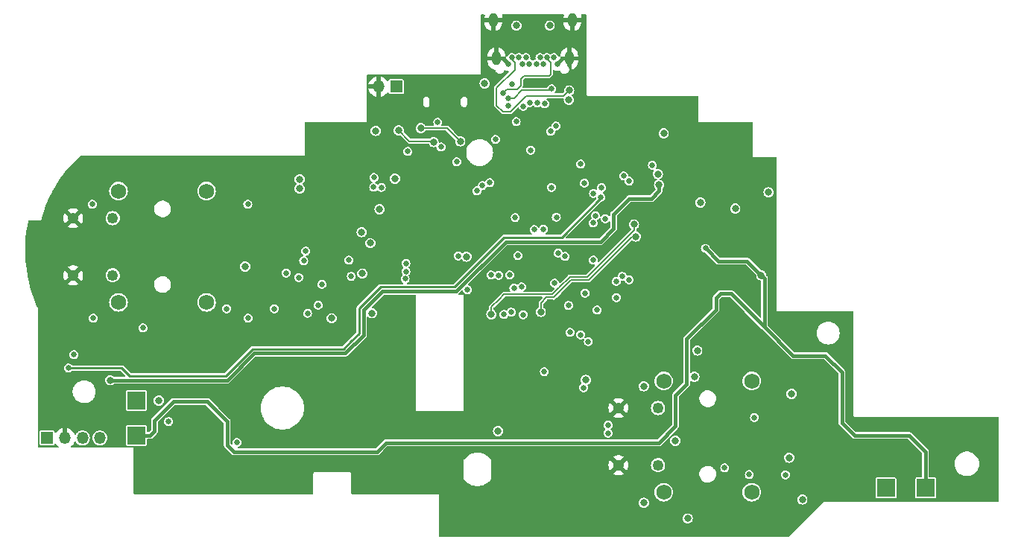
<source format=gbr>
G04 #@! TF.GenerationSoftware,KiCad,Pcbnew,7.0.6*
G04 #@! TF.CreationDate,2023-09-01T19:16:26-07:00*
G04 #@! TF.ProjectId,procon_gcc_main_pcb,70726f63-6f6e-45f6-9763-635f6d61696e,1*
G04 #@! TF.SameCoordinates,Original*
G04 #@! TF.FileFunction,Copper,L3,Inr*
G04 #@! TF.FilePolarity,Positive*
%FSLAX46Y46*%
G04 Gerber Fmt 4.6, Leading zero omitted, Abs format (unit mm)*
G04 Created by KiCad (PCBNEW 7.0.6) date 2023-09-01 19:16:26*
%MOMM*%
%LPD*%
G01*
G04 APERTURE LIST*
G04 #@! TA.AperFunction,ComponentPad*
%ADD10R,2.000000X2.000000*%
G04 #@! TD*
G04 #@! TA.AperFunction,ComponentPad*
%ADD11R,1.350000X1.350000*%
G04 #@! TD*
G04 #@! TA.AperFunction,ComponentPad*
%ADD12O,1.350000X1.350000*%
G04 #@! TD*
G04 #@! TA.AperFunction,ComponentPad*
%ADD13C,1.750000*%
G04 #@! TD*
G04 #@! TA.AperFunction,ComponentPad*
%ADD14C,1.250000*%
G04 #@! TD*
G04 #@! TA.AperFunction,ComponentPad*
%ADD15C,0.650000*%
G04 #@! TD*
G04 #@! TA.AperFunction,ComponentPad*
%ADD16O,1.000000X1.600000*%
G04 #@! TD*
G04 #@! TA.AperFunction,ViaPad*
%ADD17C,0.650000*%
G04 #@! TD*
G04 #@! TA.AperFunction,ViaPad*
%ADD18C,0.800000*%
G04 #@! TD*
G04 #@! TA.AperFunction,Conductor*
%ADD19C,0.250000*%
G04 #@! TD*
G04 #@! TA.AperFunction,Conductor*
%ADD20C,0.400000*%
G04 #@! TD*
G04 #@! TA.AperFunction,Conductor*
%ADD21C,0.200000*%
G04 #@! TD*
G04 #@! TA.AperFunction,Conductor*
%ADD22C,0.150000*%
G04 #@! TD*
G04 APERTURE END LIST*
D10*
X183062000Y-145848750D03*
X93413992Y-139903200D03*
D11*
X83274400Y-140182600D03*
D12*
X85274400Y-140182600D03*
X87274400Y-140182600D03*
X89274400Y-140182600D03*
D13*
X153320200Y-133697000D03*
X153320200Y-146347000D03*
X163320200Y-133697000D03*
X163320200Y-146347000D03*
D14*
X152670200Y-136772000D03*
X152670200Y-143272000D03*
X148170200Y-136772000D03*
X148170200Y-143272000D03*
D11*
X122920000Y-100228400D03*
D12*
X120920000Y-100228400D03*
D15*
X135660000Y-97625000D03*
X136060000Y-96925000D03*
X136860000Y-96925000D03*
X137260000Y-97625000D03*
X137660000Y-96925000D03*
X138060000Y-97625000D03*
X138860000Y-97625000D03*
X139260000Y-96925000D03*
X139660000Y-97625000D03*
X140060000Y-96925000D03*
X140860000Y-96925000D03*
X141260000Y-97625000D03*
D16*
X142950000Y-92635000D03*
X142590000Y-97025000D03*
X134330000Y-97025000D03*
X133970000Y-92635000D03*
D13*
X91377000Y-112107600D03*
X91377000Y-124757600D03*
X101377000Y-112107600D03*
X101377000Y-124757600D03*
D14*
X90727000Y-115182600D03*
X90727000Y-121682600D03*
X86227000Y-115182600D03*
X86227000Y-121682600D03*
D10*
X93413992Y-135909304D03*
X178562000Y-145848750D03*
D17*
X86309200Y-130708400D03*
X85699600Y-132232400D03*
X146174359Y-112798690D03*
X146253200Y-111709200D03*
X132723174Y-111472425D03*
D18*
X120192800Y-125984000D03*
D17*
X142494000Y-125095000D03*
D18*
X156032200Y-149326600D03*
D17*
X136296400Y-123139200D03*
D18*
X167843200Y-135153400D03*
D17*
X140926929Y-122588129D03*
X120396000Y-110566200D03*
D18*
X169062400Y-147167600D03*
D17*
X111861600Y-121920000D03*
D18*
X134493000Y-139395200D03*
X119006702Y-116774102D03*
D17*
X136448800Y-115112800D03*
X106095800Y-126542800D03*
X138208690Y-107452022D03*
X94157800Y-127660400D03*
X138620500Y-116483094D03*
D18*
X122783600Y-110693200D03*
D17*
X144297400Y-111201200D03*
D18*
X151053800Y-147548600D03*
D17*
X145313400Y-119964200D03*
D18*
X153314400Y-105537000D03*
X165227000Y-112242600D03*
D17*
X88519000Y-126568200D03*
X106070400Y-113588800D03*
X134213600Y-106222800D03*
X88392000Y-113614200D03*
X133553200Y-111150400D03*
D18*
X115595400Y-126568200D03*
X167563800Y-142417800D03*
X105765600Y-120675400D03*
X121031000Y-114173000D03*
D17*
X136555272Y-104215215D03*
X141122400Y-115062000D03*
X97053400Y-138303000D03*
X131013200Y-123317000D03*
X143891000Y-109042200D03*
D18*
X151053800Y-134289800D03*
X161442400Y-114096800D03*
D17*
X142824200Y-121038129D03*
X137072363Y-121131594D03*
X96520000Y-139039600D03*
D18*
X155651200Y-112217200D03*
X131191000Y-118135400D03*
D17*
X134277100Y-107339094D03*
X102412800Y-140462000D03*
X111836200Y-113030000D03*
X150266400Y-119405400D03*
X132892800Y-110591600D03*
X120421400Y-115366800D03*
X142138400Y-107492800D03*
X140588129Y-103784400D03*
X138988800Y-122834400D03*
X153238200Y-119176800D03*
X147040600Y-123240800D03*
X117246400Y-124079000D03*
D18*
X131394200Y-104241600D03*
D17*
X144297400Y-110109000D03*
X138214403Y-106526609D03*
X138785600Y-114096800D03*
D18*
X95961200Y-135915400D03*
X157124400Y-130225800D03*
X154635200Y-140487400D03*
X156794200Y-133223000D03*
D17*
X124231400Y-107599500D03*
X128016000Y-107091500D03*
D18*
X142570200Y-100660200D03*
D17*
X139661900Y-116432294D03*
X140552529Y-111680482D03*
X135661400Y-102387400D03*
X136093200Y-99923600D03*
D18*
X125722725Y-104956086D03*
X130199837Y-106444519D03*
X127177237Y-106529446D03*
X123215400Y-105206800D03*
D17*
X140589000Y-100482400D03*
X135686800Y-101523800D03*
X138105188Y-102039497D03*
D18*
X136575800Y-93294200D03*
D17*
X139802765Y-102180015D03*
X145338800Y-112369600D03*
X158055736Y-118612955D03*
D18*
X164401500Y-121678700D03*
X157482701Y-113402351D03*
X152657200Y-110163000D03*
D17*
X152027395Y-109166476D03*
D18*
X90424000Y-133604000D03*
X152784200Y-111407600D03*
D17*
X138957046Y-102068159D03*
D18*
X140360400Y-93294200D03*
D17*
X135026400Y-100965000D03*
D18*
X120599200Y-105257600D03*
X132969000Y-99872800D03*
D17*
X112852200Y-126009400D03*
X109093000Y-125476000D03*
X146989800Y-139623800D03*
X160248600Y-143586200D03*
X146989800Y-138709400D03*
X163626800Y-137845800D03*
X167132000Y-144373600D03*
X163042600Y-144348200D03*
X136753600Y-119430800D03*
X133705600Y-121640600D03*
X124028200Y-120319800D03*
X114054979Y-125077210D03*
X149387551Y-122193703D03*
X103657400Y-125476000D03*
X104825800Y-140690600D03*
X129794000Y-108762800D03*
X127641468Y-104273468D03*
X146685000Y-115239800D03*
X123948748Y-122066958D03*
X135813800Y-121640600D03*
D18*
X119075200Y-121488200D03*
D17*
X142113000Y-119532400D03*
X147955000Y-124206000D03*
X147929600Y-122377200D03*
X117830600Y-121793000D03*
X142671800Y-128168400D03*
X144754600Y-129235200D03*
X148590000Y-121793000D03*
X145745200Y-125628400D03*
X114477800Y-122707400D03*
X141325600Y-119151400D03*
X124028200Y-121259600D03*
X134569200Y-121666000D03*
X110413800Y-121412000D03*
X143891000Y-128447800D03*
X145585161Y-114913733D03*
X144373600Y-123698000D03*
X145294367Y-115729088D03*
D18*
X142544800Y-101727000D03*
D17*
X137367240Y-102463027D03*
X132089527Y-112088469D03*
X144221200Y-134467600D03*
X117551200Y-119964200D03*
D18*
X130911600Y-119557800D03*
D17*
X139750800Y-132638800D03*
D18*
X119983925Y-118022388D03*
D17*
X137337800Y-126161800D03*
X137160000Y-122986800D03*
X112649000Y-118922800D03*
X129971800Y-119481600D03*
D18*
X150164800Y-117271800D03*
D17*
X148767800Y-110369400D03*
D18*
X139344400Y-125831600D03*
D17*
X149377400Y-110972600D03*
D18*
X149936200Y-115900200D03*
X133731000Y-126136400D03*
D17*
X112420400Y-120015000D03*
D18*
X144475200Y-133578600D03*
D17*
X140470827Y-105311470D03*
D18*
X111963200Y-110777800D03*
D17*
X141058451Y-104693756D03*
D18*
X111963200Y-111827800D03*
D17*
X135991600Y-125857000D03*
X121234200Y-111709200D03*
X120370600Y-111658400D03*
X135153400Y-126136400D03*
D19*
X91744800Y-132232400D02*
X85699600Y-132232400D01*
X91846400Y-132334000D02*
X91744800Y-132232400D01*
X92608400Y-133096000D02*
X91846400Y-132334000D01*
X102057200Y-133096000D02*
X92608400Y-133096000D01*
X103530400Y-133096000D02*
X102057200Y-133096000D01*
X106578400Y-130048000D02*
X106070400Y-130556000D01*
X117805200Y-129184400D02*
X116941600Y-130048000D01*
X115722400Y-130048000D02*
X106578400Y-130048000D01*
X118719600Y-128270000D02*
X117805200Y-129184400D01*
X116941600Y-130048000D02*
X115722400Y-130048000D01*
X118719600Y-125425200D02*
X118719600Y-126492000D01*
X119989600Y-124155200D02*
X118719600Y-125425200D01*
X106070400Y-130556000D02*
X103530400Y-133096000D01*
X118719600Y-126492000D02*
X118719600Y-128270000D01*
X121158000Y-122986800D02*
X119989600Y-124155200D01*
X121920000Y-122986800D02*
X121158000Y-122986800D01*
X129540000Y-122986800D02*
X121920000Y-122986800D01*
X135178800Y-117348000D02*
X129540000Y-122986800D01*
X146174359Y-112905641D02*
X141732000Y-117348000D01*
X146174359Y-112798690D02*
X146174359Y-112905641D01*
X141732000Y-117348000D02*
X135178800Y-117348000D01*
D20*
X103708200Y-133604000D02*
X90424000Y-133604000D01*
X106781600Y-130530600D02*
X103708200Y-133604000D01*
X117144800Y-130530600D02*
X106781600Y-130530600D01*
X119227600Y-128447800D02*
X117144800Y-130530600D01*
X119227600Y-125628400D02*
X119227600Y-128447800D01*
X121361200Y-123494800D02*
X119227600Y-125628400D01*
X129743200Y-123494800D02*
X121361200Y-123494800D01*
X135382000Y-117856000D02*
X129743200Y-123494800D01*
X147624800Y-116357400D02*
X146126200Y-117856000D01*
X151892000Y-112979200D02*
X149377400Y-112979200D01*
X147624800Y-114731800D02*
X147624800Y-116357400D01*
X152784200Y-112087000D02*
X151892000Y-112979200D01*
X146126200Y-117856000D02*
X135382000Y-117856000D01*
X152784200Y-111407600D02*
X152784200Y-112087000D01*
X149377400Y-112979200D02*
X147624800Y-114731800D01*
D21*
X142570200Y-100660200D02*
X141960600Y-101269800D01*
X136398000Y-97459800D02*
X136060000Y-97121800D01*
X135026400Y-103047800D02*
X134340600Y-102362000D01*
X136060000Y-97121800D02*
X136060000Y-96925000D01*
X134340600Y-102362000D02*
X134340600Y-100355400D01*
X137668000Y-101269800D02*
X135890000Y-103047800D01*
X135890000Y-103047800D02*
X135026400Y-103047800D01*
X141960600Y-101269800D02*
X137668000Y-101269800D01*
X134340600Y-100355400D02*
X136398000Y-98298000D01*
X136398000Y-98298000D02*
X136398000Y-97459800D01*
X125726011Y-104952800D02*
X125722725Y-104956086D01*
X128708118Y-104952800D02*
X125726011Y-104952800D01*
X130199837Y-106444519D02*
X128708118Y-104952800D01*
D22*
X140589000Y-100482400D02*
X140436600Y-100634800D01*
X136296400Y-101523800D02*
X135686800Y-101523800D01*
D21*
X123215400Y-105206800D02*
X124434600Y-106426000D01*
X124434600Y-106426000D02*
X127073791Y-106426000D01*
D22*
X140436600Y-100634800D02*
X137185400Y-100634800D01*
D21*
X127073791Y-106426000D02*
X127177237Y-106529446D01*
D22*
X137185400Y-100634800D02*
X136296400Y-101523800D01*
D20*
X155930600Y-128905000D02*
X155930600Y-134035800D01*
X101447600Y-136017000D02*
X97637600Y-136017000D01*
X173558200Y-132689600D02*
X173558200Y-138455400D01*
X159766000Y-123748800D02*
X159258000Y-124256800D01*
X154635200Y-135331200D02*
X154635200Y-138836400D01*
X155930600Y-134035800D02*
X154635200Y-135331200D01*
X121767600Y-140716000D02*
X120751600Y-141732000D01*
X97637600Y-136017000D02*
X95453200Y-138201400D01*
X164401500Y-121678700D02*
X164769800Y-122047000D01*
X162763200Y-125526800D02*
X160985200Y-123748800D01*
X168021000Y-130810000D02*
X171678600Y-130810000D01*
X159258000Y-125577600D02*
X155930600Y-128905000D01*
X181229000Y-139903200D02*
X183062000Y-141736200D01*
X103733600Y-138303000D02*
X101447600Y-136017000D01*
X160985200Y-123748800D02*
X159766000Y-123748800D01*
X164769800Y-122047000D02*
X164769800Y-127558800D01*
X164769800Y-127558800D02*
X168021000Y-130810000D01*
X171678600Y-130810000D02*
X173558200Y-132689600D01*
X95453200Y-138201400D02*
X95453200Y-139420600D01*
X158055736Y-118612955D02*
X159508581Y-120065800D01*
X152755600Y-140716000D02*
X121767600Y-140716000D01*
X173558200Y-138455400D02*
X175006000Y-139903200D01*
X120751600Y-141732000D02*
X104470200Y-141732000D01*
X104470200Y-141732000D02*
X103733600Y-140995400D01*
X162763200Y-125552200D02*
X162763200Y-125526800D01*
X95453200Y-139420600D02*
X94970600Y-139903200D01*
X183062000Y-141736200D02*
X183062000Y-145848750D01*
X162788600Y-120065800D02*
X164401500Y-121678700D01*
X175006000Y-139903200D02*
X181229000Y-139903200D01*
X164769800Y-127558800D02*
X162763200Y-125552200D01*
X159258000Y-124256800D02*
X159258000Y-125577600D01*
X103733600Y-140995400D02*
X103733600Y-138303000D01*
X159508581Y-120065800D02*
X162788600Y-120065800D01*
X154635200Y-138836400D02*
X152755600Y-140716000D01*
X94970600Y-139903200D02*
X93413992Y-139903200D01*
D22*
X140309600Y-98983800D02*
X137464800Y-98983800D01*
X140060000Y-96925000D02*
X140060000Y-97108600D01*
X140462000Y-97510600D02*
X140462000Y-98831400D01*
X140060000Y-97108600D02*
X140462000Y-97510600D01*
X137058400Y-99390200D02*
X137058400Y-100126800D01*
X136652000Y-100533200D02*
X135458200Y-100533200D01*
X135458200Y-100533200D02*
X135026400Y-100965000D01*
X140462000Y-98831400D02*
X140309600Y-98983800D01*
X137464800Y-98983800D02*
X137058400Y-99390200D01*
X137058400Y-100126800D02*
X136652000Y-100533200D01*
X144785600Y-122193800D02*
X149707600Y-117271800D01*
X142804400Y-122193800D02*
X144785600Y-122193800D01*
X139344400Y-125831600D02*
X139344400Y-124815600D01*
X139344400Y-124815600D02*
X139959600Y-124200400D01*
X139959600Y-124200400D02*
X140797800Y-124200400D01*
X140797800Y-124200400D02*
X142804400Y-122193800D01*
X149707600Y-117271800D02*
X150164800Y-117271800D01*
X134620000Y-124409200D02*
X135178800Y-123850400D01*
X140639800Y-123850400D02*
X141427200Y-123063000D01*
X149936200Y-116535200D02*
X149936200Y-115900200D01*
X135178800Y-123850400D02*
X137210800Y-123850400D01*
X144246600Y-121843800D02*
X144627600Y-121843800D01*
X133731000Y-126136400D02*
X133731000Y-125298200D01*
X141427200Y-123063000D02*
X142646400Y-121843800D01*
X146481800Y-119989600D02*
X149936200Y-116535200D01*
X142646400Y-121843800D02*
X144246600Y-121843800D01*
X144627600Y-121843800D02*
X146481800Y-119989600D01*
X137210800Y-123850400D02*
X140639800Y-123850400D01*
X133731000Y-125298200D02*
X134620000Y-124409200D01*
G04 #@! TA.AperFunction,Conductor*
G36*
X134580001Y-96775000D02*
G01*
X135281000Y-96775000D01*
X135338208Y-96795822D01*
X135368648Y-96848545D01*
X135370000Y-96864000D01*
X135370000Y-96981445D01*
X135950620Y-97562066D01*
X135976348Y-97617242D01*
X135960592Y-97676047D01*
X135950620Y-97687932D01*
X135722932Y-97915620D01*
X135667756Y-97941348D01*
X135608951Y-97925592D01*
X135597066Y-97915620D01*
X135352095Y-97670649D01*
X135460000Y-97670649D01*
X135499613Y-97752905D01*
X135570992Y-97809827D01*
X135637468Y-97825000D01*
X135682532Y-97825000D01*
X135749008Y-97809827D01*
X135820387Y-97752905D01*
X135860000Y-97670649D01*
X135860000Y-97579351D01*
X135820387Y-97497095D01*
X135749008Y-97440173D01*
X135682532Y-97425000D01*
X135637468Y-97425000D01*
X135570992Y-97440173D01*
X135499613Y-97497095D01*
X135460000Y-97579351D01*
X135460000Y-97670649D01*
X135352095Y-97670649D01*
X134956446Y-97275000D01*
X134580000Y-97275000D01*
X134580000Y-96774999D01*
X134580001Y-96775000D01*
G37*
G04 #@! TD.AperFunction*
G04 #@! TA.AperFunction,Conductor*
G36*
X142340000Y-97275000D02*
G01*
X141963552Y-97275000D01*
X141322932Y-97915620D01*
X141267757Y-97941348D01*
X141208952Y-97925591D01*
X141197067Y-97915620D01*
X140969379Y-97687932D01*
X140961320Y-97670649D01*
X141060000Y-97670649D01*
X141099613Y-97752905D01*
X141170992Y-97809827D01*
X141237468Y-97825000D01*
X141282532Y-97825000D01*
X141349008Y-97809827D01*
X141420387Y-97752905D01*
X141460000Y-97670649D01*
X141460000Y-97579351D01*
X141420387Y-97497095D01*
X141349008Y-97440173D01*
X141282532Y-97425000D01*
X141237468Y-97425000D01*
X141170992Y-97440173D01*
X141099613Y-97497095D01*
X141060000Y-97579351D01*
X141060000Y-97670649D01*
X140961320Y-97670649D01*
X140943651Y-97632756D01*
X140959407Y-97573951D01*
X140969380Y-97562066D01*
X141550000Y-96981446D01*
X141550000Y-96864000D01*
X141570822Y-96806792D01*
X141623545Y-96776352D01*
X141639000Y-96775000D01*
X142339999Y-96775000D01*
X142340000Y-96774998D01*
X142340000Y-97275000D01*
G37*
G04 #@! TD.AperFunction*
G04 #@! TA.AperFunction,Conductor*
G36*
X132962951Y-92035680D02*
G01*
X132993391Y-92088403D01*
X132992921Y-92121774D01*
X132970000Y-92233304D01*
X132970000Y-92384999D01*
X132970001Y-92385000D01*
X133720000Y-92385000D01*
X133720000Y-92885001D01*
X133719999Y-92885000D01*
X132970000Y-92885000D01*
X132970000Y-92985719D01*
X132985417Y-93137331D01*
X132985420Y-93137345D01*
X133046300Y-93331382D01*
X133046304Y-93331392D01*
X133145005Y-93509215D01*
X133277480Y-93663531D01*
X133438304Y-93788018D01*
X133438306Y-93788019D01*
X133620910Y-93877590D01*
X133719999Y-93903244D01*
X133720000Y-93903244D01*
X133720000Y-92959624D01*
X133734505Y-93032545D01*
X133789760Y-93115240D01*
X133872455Y-93170495D01*
X133970000Y-93189898D01*
X134067545Y-93170495D01*
X134150240Y-93115240D01*
X134205495Y-93032545D01*
X134220000Y-92959624D01*
X134220000Y-93908365D01*
X134221941Y-93908069D01*
X134221945Y-93908068D01*
X134412666Y-93837434D01*
X134585263Y-93729853D01*
X134585264Y-93729853D01*
X134732667Y-93589735D01*
X134732670Y-93589731D01*
X134848855Y-93422805D01*
X134848856Y-93422801D01*
X134904044Y-93294200D01*
X135990291Y-93294200D01*
X136010242Y-93445741D01*
X136010242Y-93445743D01*
X136010243Y-93445744D01*
X136068731Y-93586949D01*
X136068732Y-93586951D01*
X136068734Y-93586955D01*
X136161783Y-93708217D01*
X136283045Y-93801266D01*
X136424259Y-93859758D01*
X136575800Y-93879709D01*
X136727341Y-93859758D01*
X136868555Y-93801266D01*
X136989817Y-93708217D01*
X137082866Y-93586955D01*
X137141358Y-93445741D01*
X137161309Y-93294200D01*
X139774891Y-93294200D01*
X139794842Y-93445741D01*
X139794842Y-93445743D01*
X139794843Y-93445744D01*
X139853331Y-93586949D01*
X139853332Y-93586951D01*
X139853334Y-93586955D01*
X139946383Y-93708217D01*
X140067645Y-93801266D01*
X140208859Y-93859758D01*
X140360400Y-93879709D01*
X140511941Y-93859758D01*
X140653155Y-93801266D01*
X140774417Y-93708217D01*
X140867466Y-93586955D01*
X140925958Y-93445741D01*
X140945909Y-93294200D01*
X140925958Y-93142659D01*
X140867466Y-93001446D01*
X140774417Y-92880183D01*
X140774412Y-92880179D01*
X140774411Y-92880178D01*
X140718665Y-92837403D01*
X140653155Y-92787134D01*
X140653151Y-92787132D01*
X140653149Y-92787131D01*
X140511944Y-92728643D01*
X140511943Y-92728642D01*
X140511941Y-92728642D01*
X140360400Y-92708691D01*
X140360399Y-92708691D01*
X140327423Y-92713032D01*
X140208859Y-92728642D01*
X140208857Y-92728642D01*
X140208855Y-92728643D01*
X140067651Y-92787131D01*
X140067643Y-92787136D01*
X139946388Y-92880178D01*
X139946378Y-92880188D01*
X139853336Y-93001443D01*
X139853331Y-93001451D01*
X139794843Y-93142655D01*
X139794842Y-93142657D01*
X139794842Y-93142659D01*
X139774891Y-93294200D01*
X137161309Y-93294200D01*
X137141358Y-93142659D01*
X137082866Y-93001446D01*
X136989817Y-92880183D01*
X136989812Y-92880179D01*
X136989811Y-92880178D01*
X136934065Y-92837403D01*
X136868555Y-92787134D01*
X136868551Y-92787132D01*
X136868549Y-92787131D01*
X136727344Y-92728643D01*
X136727343Y-92728642D01*
X136727341Y-92728642D01*
X136575800Y-92708691D01*
X136575799Y-92708691D01*
X136542823Y-92713032D01*
X136424259Y-92728642D01*
X136424257Y-92728642D01*
X136424255Y-92728643D01*
X136283051Y-92787131D01*
X136283043Y-92787136D01*
X136161788Y-92880178D01*
X136161778Y-92880188D01*
X136068736Y-93001443D01*
X136068731Y-93001451D01*
X136010243Y-93142655D01*
X136010242Y-93142657D01*
X136010242Y-93142659D01*
X135990291Y-93294200D01*
X134904044Y-93294200D01*
X134929059Y-93235908D01*
X134929062Y-93235898D01*
X134969998Y-93036697D01*
X134970000Y-93036687D01*
X134970000Y-92885001D01*
X134969999Y-92885000D01*
X134220001Y-92885000D01*
X134220000Y-92885001D01*
X134220000Y-92385000D01*
X134969999Y-92385000D01*
X134970000Y-92384998D01*
X134970000Y-92284280D01*
X134954581Y-92132664D01*
X134953904Y-92130505D01*
X134953946Y-92129570D01*
X134953673Y-92128242D01*
X134954008Y-92128172D01*
X134956642Y-92069687D01*
X134997833Y-92024858D01*
X135038821Y-92014858D01*
X141885743Y-92014858D01*
X141942951Y-92035680D01*
X141973391Y-92088403D01*
X141972921Y-92121774D01*
X141950000Y-92233304D01*
X141950000Y-92384999D01*
X141950001Y-92385000D01*
X142700000Y-92385000D01*
X142700000Y-92885001D01*
X142699999Y-92885000D01*
X141950000Y-92885000D01*
X141950000Y-92985719D01*
X141965417Y-93137331D01*
X141965420Y-93137345D01*
X142026300Y-93331382D01*
X142026304Y-93331392D01*
X142125005Y-93509215D01*
X142257480Y-93663531D01*
X142418304Y-93788018D01*
X142418306Y-93788019D01*
X142600910Y-93877590D01*
X142699999Y-93903244D01*
X142700000Y-93903244D01*
X142700000Y-92959624D01*
X142714505Y-93032545D01*
X142769760Y-93115240D01*
X142852455Y-93170495D01*
X142950000Y-93189898D01*
X143047545Y-93170495D01*
X143130240Y-93115240D01*
X143185495Y-93032545D01*
X143200000Y-92959624D01*
X143200000Y-93908365D01*
X143201941Y-93908069D01*
X143201945Y-93908068D01*
X143392666Y-93837434D01*
X143565263Y-93729853D01*
X143565264Y-93729853D01*
X143712667Y-93589735D01*
X143712670Y-93589731D01*
X143828855Y-93422805D01*
X143828856Y-93422801D01*
X143909059Y-93235908D01*
X143909062Y-93235898D01*
X143949998Y-93036697D01*
X143950000Y-93036687D01*
X143950000Y-92885001D01*
X143949999Y-92885000D01*
X143200000Y-92885000D01*
X143200000Y-92385000D01*
X143949999Y-92385000D01*
X143950000Y-92384998D01*
X143950000Y-92284280D01*
X143934581Y-92132664D01*
X143933904Y-92130505D01*
X143933946Y-92129570D01*
X143933673Y-92128242D01*
X143934008Y-92128172D01*
X143936642Y-92069687D01*
X143977833Y-92024858D01*
X144018821Y-92014858D01*
X144466725Y-92014858D01*
X144523933Y-92035680D01*
X144554373Y-92088403D01*
X144555725Y-92103858D01*
X144555725Y-101082826D01*
X144552693Y-101105858D01*
X144550416Y-101114356D01*
X144550416Y-101114360D01*
X144554211Y-101128527D01*
X144554215Y-101128535D01*
X144555725Y-101134171D01*
X144555725Y-101134172D01*
X144571290Y-101192262D01*
X144628320Y-101249293D01*
X144706225Y-101270167D01*
X144713193Y-101268300D01*
X144714724Y-101267890D01*
X144737757Y-101264858D01*
X157166725Y-101264858D01*
X157223933Y-101285680D01*
X157254373Y-101338403D01*
X157255725Y-101353858D01*
X157255725Y-104082826D01*
X157252693Y-104105858D01*
X157250416Y-104114356D01*
X157250416Y-104114360D01*
X157254211Y-104128527D01*
X157254215Y-104128535D01*
X157255725Y-104134171D01*
X157255725Y-104134172D01*
X157271290Y-104192262D01*
X157328320Y-104249293D01*
X157406225Y-104270167D01*
X157413090Y-104268327D01*
X157414724Y-104267890D01*
X157437757Y-104264858D01*
X163366725Y-104264858D01*
X163423933Y-104285680D01*
X163454373Y-104338403D01*
X163455725Y-104353858D01*
X163455725Y-108082826D01*
X163452693Y-108105858D01*
X163450416Y-108114356D01*
X163450416Y-108114360D01*
X163454211Y-108128527D01*
X163454215Y-108128535D01*
X163455725Y-108134171D01*
X163455725Y-108134172D01*
X163471290Y-108192262D01*
X163528320Y-108249293D01*
X163606225Y-108270167D01*
X163613090Y-108268327D01*
X163614724Y-108267890D01*
X163637757Y-108264858D01*
X166066725Y-108264858D01*
X166123933Y-108285680D01*
X166154373Y-108338403D01*
X166155725Y-108353858D01*
X166155725Y-125582826D01*
X166152693Y-125605858D01*
X166150416Y-125614356D01*
X166150416Y-125614360D01*
X166154211Y-125628527D01*
X166154215Y-125628535D01*
X166155725Y-125634171D01*
X166155725Y-125634172D01*
X166171290Y-125692262D01*
X166228320Y-125749293D01*
X166306225Y-125770167D01*
X166313090Y-125768327D01*
X166314724Y-125767890D01*
X166337757Y-125764858D01*
X174766725Y-125764858D01*
X174823933Y-125785680D01*
X174854373Y-125838403D01*
X174855725Y-125853858D01*
X174855725Y-137582825D01*
X174852693Y-137605857D01*
X174850416Y-137614355D01*
X174850416Y-137614359D01*
X174854211Y-137628526D01*
X174854215Y-137628534D01*
X174855725Y-137634170D01*
X174855725Y-137634171D01*
X174871290Y-137692261D01*
X174928320Y-137749292D01*
X175006225Y-137770166D01*
X175013090Y-137768326D01*
X175014724Y-137767889D01*
X175037757Y-137764857D01*
X191316725Y-137764857D01*
X191373933Y-137785679D01*
X191404373Y-137838402D01*
X191405725Y-137853857D01*
X191405725Y-147374857D01*
X191384903Y-147432065D01*
X191332180Y-147462505D01*
X191316725Y-147463857D01*
X171607748Y-147463857D01*
X171602936Y-147463254D01*
X171555307Y-147463857D01*
X171535911Y-147463857D01*
X171531764Y-147464154D01*
X171513995Y-147464380D01*
X171513996Y-147464380D01*
X171513992Y-147464381D01*
X171507759Y-147468086D01*
X171485328Y-147477544D01*
X171478323Y-147479421D01*
X171478317Y-147479424D01*
X171465751Y-147491989D01*
X171462654Y-147494741D01*
X171449137Y-147508605D01*
X171415448Y-147542292D01*
X171412511Y-147546168D01*
X167618964Y-151436988D01*
X167564118Y-151463413D01*
X167555240Y-151463857D01*
X127895726Y-151463857D01*
X127838518Y-151443035D01*
X127808078Y-151390312D01*
X127806726Y-151374857D01*
X127806726Y-149326600D01*
X155446691Y-149326600D01*
X155466642Y-149478141D01*
X155466642Y-149478143D01*
X155466643Y-149478144D01*
X155525131Y-149619349D01*
X155525132Y-149619351D01*
X155525134Y-149619355D01*
X155618183Y-149740617D01*
X155739445Y-149833666D01*
X155880659Y-149892158D01*
X156032200Y-149912109D01*
X156183741Y-149892158D01*
X156324955Y-149833666D01*
X156446217Y-149740617D01*
X156539266Y-149619355D01*
X156597758Y-149478141D01*
X156617709Y-149326600D01*
X156597758Y-149175059D01*
X156539266Y-149033846D01*
X156446217Y-148912583D01*
X156446212Y-148912579D01*
X156446211Y-148912578D01*
X156390465Y-148869803D01*
X156324955Y-148819534D01*
X156324951Y-148819532D01*
X156324949Y-148819531D01*
X156183744Y-148761043D01*
X156183743Y-148761042D01*
X156183741Y-148761042D01*
X156032200Y-148741091D01*
X156032199Y-148741091D01*
X155999223Y-148745432D01*
X155880659Y-148761042D01*
X155880657Y-148761042D01*
X155880655Y-148761043D01*
X155739451Y-148819531D01*
X155739443Y-148819536D01*
X155618188Y-148912578D01*
X155618178Y-148912588D01*
X155525136Y-149033843D01*
X155525131Y-149033851D01*
X155466643Y-149175055D01*
X155466642Y-149175057D01*
X155466642Y-149175059D01*
X155446691Y-149326600D01*
X127806726Y-149326600D01*
X127806726Y-147548600D01*
X150468291Y-147548600D01*
X150488242Y-147700141D01*
X150488242Y-147700143D01*
X150488243Y-147700144D01*
X150546731Y-147841349D01*
X150546732Y-147841351D01*
X150546734Y-147841355D01*
X150639783Y-147962617D01*
X150761045Y-148055666D01*
X150902259Y-148114158D01*
X151053800Y-148134109D01*
X151205341Y-148114158D01*
X151346555Y-148055666D01*
X151467817Y-147962617D01*
X151560866Y-147841355D01*
X151619358Y-147700141D01*
X151639309Y-147548600D01*
X151619358Y-147397059D01*
X151560866Y-147255846D01*
X151467817Y-147134583D01*
X151467812Y-147134579D01*
X151467811Y-147134578D01*
X151412065Y-147091803D01*
X151346555Y-147041534D01*
X151346551Y-147041532D01*
X151346549Y-147041531D01*
X151205344Y-146983043D01*
X151205343Y-146983042D01*
X151205341Y-146983042D01*
X151053800Y-146963091D01*
X151053799Y-146963091D01*
X151020823Y-146967432D01*
X150902259Y-146983042D01*
X150902257Y-146983042D01*
X150902255Y-146983043D01*
X150761051Y-147041531D01*
X150761043Y-147041536D01*
X150639788Y-147134578D01*
X150639778Y-147134588D01*
X150546736Y-147255843D01*
X150546731Y-147255851D01*
X150488243Y-147397055D01*
X150488242Y-147397057D01*
X150488242Y-147397059D01*
X150468291Y-147548600D01*
X127806726Y-147548600D01*
X127806726Y-146745888D01*
X127809758Y-146722854D01*
X127812035Y-146714357D01*
X127812034Y-146714356D01*
X127812035Y-146714355D01*
X127791161Y-146636454D01*
X127791161Y-146636453D01*
X127769204Y-146614496D01*
X127734131Y-146579422D01*
X127656226Y-146558548D01*
X127656225Y-146558548D01*
X127647727Y-146560825D01*
X127624694Y-146563857D01*
X117895726Y-146563857D01*
X117838518Y-146543035D01*
X117808078Y-146490312D01*
X117806726Y-146474857D01*
X117806726Y-146347004D01*
X152259593Y-146347004D01*
X152279970Y-146553905D01*
X152279971Y-146553910D01*
X152279971Y-146553912D01*
X152279972Y-146553914D01*
X152340327Y-146752877D01*
X152340328Y-146752880D01*
X152340329Y-146752881D01*
X152438337Y-146936242D01*
X152570233Y-147096956D01*
X152570238Y-147096962D01*
X152570243Y-147096966D01*
X152730957Y-147228862D01*
X152801141Y-147266375D01*
X152914323Y-147326873D01*
X153113286Y-147387228D01*
X153113291Y-147387228D01*
X153113294Y-147387229D01*
X153320195Y-147407607D01*
X153320200Y-147407607D01*
X153320205Y-147407607D01*
X153527105Y-147387229D01*
X153527106Y-147387228D01*
X153527114Y-147387228D01*
X153726077Y-147326873D01*
X153909442Y-147228862D01*
X154070162Y-147096962D01*
X154202062Y-146936242D01*
X154300073Y-146752877D01*
X154360428Y-146553914D01*
X154360429Y-146553905D01*
X154380807Y-146347004D01*
X162259593Y-146347004D01*
X162279970Y-146553905D01*
X162279971Y-146553910D01*
X162279971Y-146553912D01*
X162279972Y-146553914D01*
X162340327Y-146752877D01*
X162340328Y-146752880D01*
X162340329Y-146752881D01*
X162438337Y-146936242D01*
X162570233Y-147096956D01*
X162570238Y-147096962D01*
X162570243Y-147096966D01*
X162730957Y-147228862D01*
X162801141Y-147266375D01*
X162914323Y-147326873D01*
X163113286Y-147387228D01*
X163113291Y-147387228D01*
X163113294Y-147387229D01*
X163320195Y-147407607D01*
X163320200Y-147407607D01*
X163320205Y-147407607D01*
X163527105Y-147387229D01*
X163527106Y-147387228D01*
X163527114Y-147387228D01*
X163726077Y-147326873D01*
X163909442Y-147228862D01*
X163984090Y-147167600D01*
X168476891Y-147167600D01*
X168496842Y-147319141D01*
X168496842Y-147319143D01*
X168496843Y-147319144D01*
X168555331Y-147460349D01*
X168555332Y-147460351D01*
X168555334Y-147460355D01*
X168579608Y-147491989D01*
X168621181Y-147546168D01*
X168648383Y-147581617D01*
X168769645Y-147674666D01*
X168910859Y-147733158D01*
X169062400Y-147753109D01*
X169213941Y-147733158D01*
X169355155Y-147674666D01*
X169476417Y-147581617D01*
X169569466Y-147460355D01*
X169627958Y-147319141D01*
X169647909Y-147167600D01*
X169627958Y-147016059D01*
X169569466Y-146874846D01*
X169563082Y-146866526D01*
X177381500Y-146866526D01*
X177391972Y-146919177D01*
X177391973Y-146919178D01*
X177431867Y-146978883D01*
X177431870Y-146978885D01*
X177431872Y-146978887D01*
X177491570Y-147018776D01*
X177491571Y-147018776D01*
X177491572Y-147018777D01*
X177544223Y-147029250D01*
X179579776Y-147029249D01*
X179632428Y-147018777D01*
X179692133Y-146978883D01*
X179732027Y-146919178D01*
X179742500Y-146866527D01*
X179742499Y-144830974D01*
X179741783Y-144827376D01*
X179732027Y-144778322D01*
X179726070Y-144769407D01*
X179692133Y-144718617D01*
X179692129Y-144718614D01*
X179692127Y-144718612D01*
X179632429Y-144678723D01*
X179632430Y-144678723D01*
X179579777Y-144668250D01*
X177544223Y-144668250D01*
X177491572Y-144678722D01*
X177431869Y-144718615D01*
X177431862Y-144718622D01*
X177391973Y-144778319D01*
X177381500Y-144830968D01*
X177381500Y-146866526D01*
X169563082Y-146866526D01*
X169476417Y-146753583D01*
X169476412Y-146753579D01*
X169476411Y-146753578D01*
X169399474Y-146694542D01*
X169355155Y-146660534D01*
X169355151Y-146660532D01*
X169355149Y-146660531D01*
X169213944Y-146602043D01*
X169213943Y-146602042D01*
X169213941Y-146602042D01*
X169062400Y-146582091D01*
X168910859Y-146602042D01*
X168910857Y-146602042D01*
X168910855Y-146602043D01*
X168769651Y-146660531D01*
X168769643Y-146660536D01*
X168648388Y-146753578D01*
X168648378Y-146753588D01*
X168555336Y-146874843D01*
X168555331Y-146874851D01*
X168496843Y-147016055D01*
X168496842Y-147016057D01*
X168496842Y-147016059D01*
X168476891Y-147167600D01*
X163984090Y-147167600D01*
X164070162Y-147096962D01*
X164202062Y-146936242D01*
X164300073Y-146752877D01*
X164360428Y-146553914D01*
X164360429Y-146553905D01*
X164380807Y-146347004D01*
X164380807Y-146346995D01*
X164360429Y-146140094D01*
X164360428Y-146140089D01*
X164360428Y-146140086D01*
X164300073Y-145941123D01*
X164262838Y-145871463D01*
X164202062Y-145757757D01*
X164070166Y-145597043D01*
X164070162Y-145597038D01*
X164070156Y-145597033D01*
X163909442Y-145465137D01*
X163778137Y-145394953D01*
X163726077Y-145367127D01*
X163527114Y-145306772D01*
X163527112Y-145306771D01*
X163527110Y-145306771D01*
X163527105Y-145306770D01*
X163320205Y-145286393D01*
X163320195Y-145286393D01*
X163113294Y-145306770D01*
X163113289Y-145306771D01*
X163113285Y-145306772D01*
X163113286Y-145306772D01*
X162914323Y-145367127D01*
X162914320Y-145367128D01*
X162914318Y-145367129D01*
X162730957Y-145465137D01*
X162570243Y-145597033D01*
X162570233Y-145597043D01*
X162438337Y-145757757D01*
X162340329Y-145941118D01*
X162279971Y-146140089D01*
X162279970Y-146140094D01*
X162259593Y-146346995D01*
X162259593Y-146347004D01*
X154380807Y-146347004D01*
X154380807Y-146346995D01*
X154360429Y-146140094D01*
X154360428Y-146140089D01*
X154360428Y-146140086D01*
X154300073Y-145941123D01*
X154262838Y-145871463D01*
X154202062Y-145757757D01*
X154070166Y-145597043D01*
X154070162Y-145597038D01*
X154070156Y-145597033D01*
X153909442Y-145465137D01*
X153778137Y-145394953D01*
X153726077Y-145367127D01*
X153527114Y-145306772D01*
X153527112Y-145306771D01*
X153527110Y-145306771D01*
X153527105Y-145306770D01*
X153320205Y-145286393D01*
X153320195Y-145286393D01*
X153113294Y-145306770D01*
X153113289Y-145306771D01*
X153113285Y-145306772D01*
X153113286Y-145306772D01*
X152914323Y-145367127D01*
X152914320Y-145367128D01*
X152914318Y-145367129D01*
X152730957Y-145465137D01*
X152570243Y-145597033D01*
X152570233Y-145597043D01*
X152438337Y-145757757D01*
X152340329Y-145941118D01*
X152279971Y-146140089D01*
X152279970Y-146140094D01*
X152259593Y-146346995D01*
X152259593Y-146347004D01*
X117806726Y-146347004D01*
X117806726Y-144795419D01*
X130601923Y-144795419D01*
X130604045Y-144806178D01*
X130604816Y-144814056D01*
X130604965Y-144814037D01*
X130605725Y-144819814D01*
X130609162Y-144832644D01*
X130609836Y-144835546D01*
X130615215Y-144862816D01*
X130617460Y-144867854D01*
X130620590Y-144876690D01*
X130621290Y-144877902D01*
X130621291Y-144877904D01*
X130637728Y-144894341D01*
X130646017Y-144903905D01*
X130648191Y-144906807D01*
X130711405Y-144991201D01*
X130711410Y-144991206D01*
X130871378Y-145154220D01*
X130888007Y-145171165D01*
X131086831Y-145326224D01*
X131304394Y-145453664D01*
X131536883Y-145551250D01*
X131780226Y-145617274D01*
X131780230Y-145617274D01*
X131780231Y-145617275D01*
X132030151Y-145650577D01*
X132030156Y-145650577D01*
X132282300Y-145650577D01*
X132532220Y-145617275D01*
X132532220Y-145617274D01*
X132532226Y-145617274D01*
X132775569Y-145551250D01*
X133008058Y-145453664D01*
X133225621Y-145326224D01*
X133424445Y-145171165D01*
X133601046Y-144991202D01*
X133666438Y-144903899D01*
X133674730Y-144894334D01*
X133691161Y-144877904D01*
X133691161Y-144877901D01*
X133691862Y-144876689D01*
X133694996Y-144867843D01*
X133697232Y-144862823D01*
X133697236Y-144862819D01*
X133702618Y-144835525D01*
X133703289Y-144832639D01*
X133706726Y-144819814D01*
X133706726Y-144819811D01*
X133707488Y-144814030D01*
X133707637Y-144814049D01*
X133708407Y-144806168D01*
X133710528Y-144795416D01*
X133709584Y-144791780D01*
X133706726Y-144769408D01*
X133706726Y-143272003D01*
X147040380Y-143272003D01*
X147059615Y-143479598D01*
X147059618Y-143479611D01*
X147116673Y-143680137D01*
X147116675Y-143680142D01*
X147209606Y-143866771D01*
X147209607Y-143866773D01*
X147214885Y-143873760D01*
X147725749Y-143362895D01*
X147726527Y-143373265D01*
X147776087Y-143499541D01*
X147860665Y-143605599D01*
X147972747Y-143682016D01*
X148080499Y-143715252D01*
X147571351Y-144224400D01*
X147666599Y-144283375D01*
X147861010Y-144358690D01*
X148065950Y-144396999D01*
X148065955Y-144397000D01*
X148274445Y-144397000D01*
X148274449Y-144396999D01*
X148416791Y-144370391D01*
X157366024Y-144370391D01*
X157395297Y-144561474D01*
X157462436Y-144742754D01*
X157564689Y-144906805D01*
X157564691Y-144906807D01*
X157697877Y-145046919D01*
X157856542Y-145157353D01*
X158034188Y-145233587D01*
X158034192Y-145233587D01*
X158034196Y-145233589D01*
X158223536Y-145272499D01*
X158223542Y-145272499D01*
X158223544Y-145272500D01*
X158223546Y-145272500D01*
X158368413Y-145272500D01*
X158512515Y-145257846D01*
X158512517Y-145257845D01*
X158512521Y-145257845D01*
X158696968Y-145199974D01*
X158865991Y-145106159D01*
X159012668Y-144980240D01*
X159130996Y-144827373D01*
X159216130Y-144653816D01*
X159264585Y-144466674D01*
X159270593Y-144348200D01*
X162531902Y-144348200D01*
X162552588Y-144492079D01*
X162612972Y-144624302D01*
X162612974Y-144624305D01*
X162694694Y-144718615D01*
X162708164Y-144734160D01*
X162830448Y-144812747D01*
X162969920Y-144853700D01*
X162969922Y-144853700D01*
X163115278Y-144853700D01*
X163115280Y-144853700D01*
X163254752Y-144812747D01*
X163377036Y-144734160D01*
X163472226Y-144624304D01*
X163532611Y-144492080D01*
X163549646Y-144373600D01*
X166621302Y-144373600D01*
X166641988Y-144517479D01*
X166702372Y-144649702D01*
X166702374Y-144649705D01*
X166784409Y-144744378D01*
X166797564Y-144759560D01*
X166919848Y-144838147D01*
X167059320Y-144879100D01*
X167059322Y-144879100D01*
X167204678Y-144879100D01*
X167204680Y-144879100D01*
X167344152Y-144838147D01*
X167466436Y-144759560D01*
X167561626Y-144649704D01*
X167622011Y-144517480D01*
X167642698Y-144373600D01*
X167642236Y-144370390D01*
X167622011Y-144229720D01*
X167561627Y-144097497D01*
X167561625Y-144097494D01*
X167466436Y-143987640D01*
X167443895Y-143973154D01*
X167344152Y-143909053D01*
X167204680Y-143868100D01*
X167059320Y-143868100D01*
X166919848Y-143909053D01*
X166876149Y-143937135D01*
X166797563Y-143987640D01*
X166702374Y-144097494D01*
X166702372Y-144097497D01*
X166641988Y-144229720D01*
X166621302Y-144373599D01*
X166621302Y-144373600D01*
X163549646Y-144373600D01*
X163553298Y-144348200D01*
X163544422Y-144286470D01*
X163532611Y-144204320D01*
X163472227Y-144072097D01*
X163472225Y-144072094D01*
X163377036Y-143962240D01*
X163377035Y-143962240D01*
X163254752Y-143883653D01*
X163115280Y-143842700D01*
X162969920Y-143842700D01*
X162830448Y-143883653D01*
X162803074Y-143901245D01*
X162708163Y-143962240D01*
X162612974Y-144072094D01*
X162612972Y-144072097D01*
X162552588Y-144204320D01*
X162531902Y-144348199D01*
X162531902Y-144348200D01*
X159270593Y-144348200D01*
X159274376Y-144273610D01*
X159245103Y-144082526D01*
X159177964Y-143901247D01*
X159177963Y-143901245D01*
X159075710Y-143737194D01*
X159046880Y-143706865D01*
X158942523Y-143597081D01*
X158926890Y-143586200D01*
X159737902Y-143586200D01*
X159758588Y-143730079D01*
X159818972Y-143862302D01*
X159818974Y-143862305D01*
X159905568Y-143962240D01*
X159914164Y-143972160D01*
X160036448Y-144050747D01*
X160175920Y-144091700D01*
X160175922Y-144091700D01*
X160321278Y-144091700D01*
X160321280Y-144091700D01*
X160460752Y-144050747D01*
X160583036Y-143972160D01*
X160678226Y-143862304D01*
X160738611Y-143730080D01*
X160759298Y-143586200D01*
X160754918Y-143555740D01*
X160738611Y-143442320D01*
X160678227Y-143310097D01*
X160678225Y-143310094D01*
X160583036Y-143200240D01*
X160537125Y-143170735D01*
X160460752Y-143121653D01*
X160321280Y-143080700D01*
X160175920Y-143080700D01*
X160036448Y-143121653D01*
X159992749Y-143149735D01*
X159914163Y-143200240D01*
X159818974Y-143310094D01*
X159818972Y-143310097D01*
X159758588Y-143442320D01*
X159737902Y-143586199D01*
X159737902Y-143586200D01*
X158926890Y-143586200D01*
X158783858Y-143486647D01*
X158783854Y-143486645D01*
X158606213Y-143410413D01*
X158606203Y-143410410D01*
X158416863Y-143371500D01*
X158416856Y-143371500D01*
X158271994Y-143371500D01*
X158271986Y-143371500D01*
X158127884Y-143386153D01*
X158127873Y-143386156D01*
X157943435Y-143444024D01*
X157774404Y-143537844D01*
X157627735Y-143663756D01*
X157627728Y-143663764D01*
X157509406Y-143816623D01*
X157509405Y-143816625D01*
X157424270Y-143990184D01*
X157375816Y-144177322D01*
X157375815Y-144177327D01*
X157366024Y-144370391D01*
X148416791Y-144370391D01*
X148479386Y-144358690D01*
X148673806Y-144283371D01*
X148769046Y-144224400D01*
X148258430Y-143713784D01*
X148304338Y-143706865D01*
X148426557Y-143648007D01*
X148525998Y-143555740D01*
X148593825Y-143438260D01*
X148611699Y-143359945D01*
X149125514Y-143873760D01*
X149130790Y-143866775D01*
X149130795Y-143866767D01*
X149223724Y-143680142D01*
X149223726Y-143680137D01*
X149280781Y-143479611D01*
X149280784Y-143479598D01*
X149300020Y-143272003D01*
X151859603Y-143272003D01*
X151879924Y-143452364D01*
X151879925Y-143452370D01*
X151879926Y-143452375D01*
X151930561Y-143597081D01*
X151939878Y-143623708D01*
X152011187Y-143737194D01*
X152036450Y-143777399D01*
X152164801Y-143905750D01*
X152164803Y-143905751D01*
X152164804Y-143905752D01*
X152318491Y-144002321D01*
X152318492Y-144002321D01*
X152318495Y-144002323D01*
X152489825Y-144062274D01*
X152539011Y-144067815D01*
X152670197Y-144082597D01*
X152670200Y-144082597D01*
X152670203Y-144082597D01*
X152775788Y-144070700D01*
X152850575Y-144062274D01*
X153021905Y-144002323D01*
X153175599Y-143905750D01*
X153303950Y-143777399D01*
X153400523Y-143623705D01*
X153460474Y-143452375D01*
X153472989Y-143341300D01*
X153480797Y-143272003D01*
X153480797Y-143271996D01*
X153460475Y-143091635D01*
X153460474Y-143091625D01*
X153400523Y-142920295D01*
X153400521Y-142920292D01*
X153400521Y-142920291D01*
X153303952Y-142766604D01*
X153303951Y-142766603D01*
X153303950Y-142766601D01*
X153175599Y-142638250D01*
X153175596Y-142638248D01*
X153175595Y-142638247D01*
X153021908Y-142541678D01*
X152991929Y-142531188D01*
X152850575Y-142481726D01*
X152850570Y-142481725D01*
X152850564Y-142481724D01*
X152670203Y-142461403D01*
X152670197Y-142461403D01*
X152489835Y-142481724D01*
X152489827Y-142481725D01*
X152489825Y-142481726D01*
X152412472Y-142508793D01*
X152318491Y-142541678D01*
X152164804Y-142638247D01*
X152036447Y-142766604D01*
X151939878Y-142920291D01*
X151879926Y-143091626D01*
X151879924Y-143091635D01*
X151859603Y-143271996D01*
X151859603Y-143272003D01*
X149300020Y-143272003D01*
X149300020Y-143271996D01*
X149280784Y-143064401D01*
X149280781Y-143064388D01*
X149223726Y-142863864D01*
X149130792Y-142677226D01*
X149125513Y-142670238D01*
X148614649Y-143181101D01*
X148613873Y-143170735D01*
X148564313Y-143044459D01*
X148479735Y-142938401D01*
X148367653Y-142861984D01*
X148259899Y-142828746D01*
X148670845Y-142417800D01*
X166978291Y-142417800D01*
X166998242Y-142569341D01*
X166998242Y-142569343D01*
X166998243Y-142569344D01*
X167056731Y-142710549D01*
X167056732Y-142710551D01*
X167056734Y-142710555D01*
X167149783Y-142831817D01*
X167271045Y-142924866D01*
X167412259Y-142983358D01*
X167563800Y-143003309D01*
X167715341Y-142983358D01*
X167856555Y-142924866D01*
X167977817Y-142831817D01*
X168070866Y-142710555D01*
X168129358Y-142569341D01*
X168149309Y-142417800D01*
X168129358Y-142266259D01*
X168070866Y-142125046D01*
X167977817Y-142003783D01*
X167977812Y-142003779D01*
X167977811Y-142003778D01*
X167882541Y-141930674D01*
X167856555Y-141910734D01*
X167856551Y-141910732D01*
X167856549Y-141910731D01*
X167715344Y-141852243D01*
X167715343Y-141852242D01*
X167715341Y-141852242D01*
X167563800Y-141832291D01*
X167412259Y-141852242D01*
X167412257Y-141852242D01*
X167412255Y-141852243D01*
X167271051Y-141910731D01*
X167271043Y-141910736D01*
X167149788Y-142003778D01*
X167149778Y-142003788D01*
X167056736Y-142125043D01*
X167056731Y-142125051D01*
X166998243Y-142266255D01*
X166998242Y-142266257D01*
X166998242Y-142266259D01*
X166978291Y-142417800D01*
X148670845Y-142417800D01*
X148769047Y-142319598D01*
X148673800Y-142260624D01*
X148479389Y-142185309D01*
X148274449Y-142147000D01*
X148065950Y-142147000D01*
X147861012Y-142185309D01*
X147666594Y-142260627D01*
X147666588Y-142260630D01*
X147571352Y-142319598D01*
X148081969Y-142830215D01*
X148036062Y-142837135D01*
X147913843Y-142895993D01*
X147814402Y-142988260D01*
X147746575Y-143105740D01*
X147728700Y-143184054D01*
X147214885Y-142670239D01*
X147209606Y-142677229D01*
X147116675Y-142863858D01*
X147116673Y-142863862D01*
X147059618Y-143064388D01*
X147059615Y-143064401D01*
X147040380Y-143271996D01*
X147040380Y-143272003D01*
X133706726Y-143272003D01*
X133706726Y-142730592D01*
X133709584Y-142708217D01*
X133710528Y-142704584D01*
X133708407Y-142693832D01*
X133707638Y-142685951D01*
X133707488Y-142685971D01*
X133706726Y-142680189D01*
X133706726Y-142680186D01*
X133703287Y-142667350D01*
X133702617Y-142664468D01*
X133697236Y-142637181D01*
X133697232Y-142637176D01*
X133694993Y-142632149D01*
X133691862Y-142623311D01*
X133691160Y-142622095D01*
X133674728Y-142605662D01*
X133666429Y-142596087D01*
X133601046Y-142508798D01*
X133601041Y-142508793D01*
X133424453Y-142328843D01*
X133424448Y-142328838D01*
X133424447Y-142328837D01*
X133424445Y-142328835D01*
X133225621Y-142173776D01*
X133225617Y-142173773D01*
X133225615Y-142173772D01*
X133008056Y-142046335D01*
X133008054Y-142046334D01*
X132775572Y-141948751D01*
X132775570Y-141948750D01*
X132775569Y-141948750D01*
X132532226Y-141882726D01*
X132532223Y-141882725D01*
X132532221Y-141882725D01*
X132532220Y-141882724D01*
X132282301Y-141849423D01*
X132282296Y-141849423D01*
X132030156Y-141849423D01*
X132030151Y-141849423D01*
X131780231Y-141882724D01*
X131780230Y-141882725D01*
X131780226Y-141882725D01*
X131780226Y-141882726D01*
X131677009Y-141910731D01*
X131536879Y-141948751D01*
X131304397Y-142046334D01*
X131304395Y-142046335D01*
X131086836Y-142173772D01*
X130888003Y-142328838D01*
X130887998Y-142328843D01*
X130711410Y-142508793D01*
X130711403Y-142508801D01*
X130646017Y-142596092D01*
X130637721Y-142605664D01*
X130621294Y-142622092D01*
X130621292Y-142622094D01*
X130621291Y-142622096D01*
X130621290Y-142622098D01*
X130620587Y-142623316D01*
X130617467Y-142632125D01*
X130615215Y-142637180D01*
X130609835Y-142664456D01*
X130609161Y-142667357D01*
X130605726Y-142680180D01*
X130604965Y-142685964D01*
X130604816Y-142685944D01*
X130604046Y-142693819D01*
X130601923Y-142704583D01*
X130601924Y-142704585D01*
X130602867Y-142708216D01*
X130605726Y-142730592D01*
X130605726Y-144769407D01*
X130602868Y-144791779D01*
X130601924Y-144795413D01*
X130601923Y-144795419D01*
X117806726Y-144795419D01*
X117806726Y-144245888D01*
X117809758Y-144222854D01*
X117809759Y-144222851D01*
X117812035Y-144214357D01*
X117812034Y-144214356D01*
X117812035Y-144214355D01*
X117794194Y-144147772D01*
X117793422Y-144141912D01*
X117791161Y-144136453D01*
X117791161Y-144136452D01*
X117734131Y-144079422D01*
X117656226Y-144058548D01*
X117656225Y-144058548D01*
X117647727Y-144060825D01*
X117624694Y-144063857D01*
X113687758Y-144063857D01*
X113664725Y-144060825D01*
X113656226Y-144058548D01*
X113636412Y-144063857D01*
X113578323Y-144079421D01*
X113578321Y-144079422D01*
X113521290Y-144136452D01*
X113521290Y-144136453D01*
X113500417Y-144214354D01*
X113500417Y-144214355D01*
X113500417Y-144214356D01*
X113500417Y-144214357D01*
X113502693Y-144222851D01*
X113505725Y-144245883D01*
X113505725Y-145367129D01*
X113505726Y-146474857D01*
X113484904Y-146532065D01*
X113432181Y-146562505D01*
X113416726Y-146563857D01*
X93195726Y-146563857D01*
X93138518Y-146543035D01*
X93108078Y-146490312D01*
X93106726Y-146474857D01*
X93106726Y-141445888D01*
X93109758Y-141422855D01*
X93112035Y-141414356D01*
X93112035Y-141414354D01*
X93099978Y-141369358D01*
X93091161Y-141336454D01*
X93091160Y-141336451D01*
X93034130Y-141279421D01*
X92956670Y-141258666D01*
X92956393Y-141258472D01*
X92955787Y-141258664D01*
X92947736Y-141260822D01*
X92924694Y-141263857D01*
X86062164Y-141263857D01*
X86004956Y-141243035D01*
X85974516Y-141190312D01*
X85985088Y-141130357D01*
X86002205Y-141109085D01*
X86146455Y-140977584D01*
X86277682Y-140803811D01*
X86373999Y-140610381D01*
X86418138Y-140568452D01*
X86478903Y-140564704D01*
X86527860Y-140600891D01*
X86530745Y-140605552D01*
X86578471Y-140688216D01*
X86578472Y-140688218D01*
X86578474Y-140688220D01*
X86661247Y-140780149D01*
X86686939Y-140808683D01*
X86698806Y-140821862D01*
X86844294Y-140927565D01*
X86849323Y-140929804D01*
X87008572Y-141000707D01*
X87008577Y-141000709D01*
X87008578Y-141000709D01*
X87008580Y-141000710D01*
X87184483Y-141038100D01*
X87184487Y-141038100D01*
X87364313Y-141038100D01*
X87364317Y-141038100D01*
X87540220Y-141000710D01*
X87704506Y-140927565D01*
X87849994Y-140821862D01*
X87970326Y-140688220D01*
X88060243Y-140532480D01*
X88115814Y-140361448D01*
X88116897Y-140351141D01*
X88134612Y-140182603D01*
X88414188Y-140182603D01*
X88432984Y-140361440D01*
X88432986Y-140361447D01*
X88488556Y-140532479D01*
X88578471Y-140688216D01*
X88578472Y-140688218D01*
X88578474Y-140688220D01*
X88661247Y-140780149D01*
X88686939Y-140808683D01*
X88698806Y-140821862D01*
X88844294Y-140927565D01*
X88849323Y-140929804D01*
X89008572Y-141000707D01*
X89008577Y-141000709D01*
X89008578Y-141000709D01*
X89008580Y-141000710D01*
X89184483Y-141038100D01*
X89184487Y-141038100D01*
X89364313Y-141038100D01*
X89364317Y-141038100D01*
X89540220Y-141000710D01*
X89704506Y-140927565D01*
X89713575Y-140920976D01*
X92233492Y-140920976D01*
X92243964Y-140973627D01*
X92278259Y-141024952D01*
X92283859Y-141033333D01*
X92283862Y-141033335D01*
X92283864Y-141033337D01*
X92343562Y-141073226D01*
X92343563Y-141073226D01*
X92343564Y-141073227D01*
X92396215Y-141083700D01*
X92932747Y-141083699D01*
X92955170Y-141091861D01*
X92971948Y-141084038D01*
X92979688Y-141083699D01*
X94431768Y-141083699D01*
X94431769Y-141083699D01*
X94467667Y-141076559D01*
X94484420Y-141073227D01*
X94544125Y-141033333D01*
X94570094Y-140994468D01*
X94584018Y-140973630D01*
X94584018Y-140973629D01*
X94584019Y-140973628D01*
X94594492Y-140920977D01*
X94594492Y-140372699D01*
X94615314Y-140315492D01*
X94668037Y-140285052D01*
X94683492Y-140283700D01*
X94921905Y-140283700D01*
X94940168Y-140285594D01*
X94945469Y-140286705D01*
X94954658Y-140288632D01*
X94980097Y-140285461D01*
X94991484Y-140284042D01*
X94996994Y-140283700D01*
X95002127Y-140283700D01*
X95025459Y-140279806D01*
X95025459Y-140279805D01*
X95080672Y-140272924D01*
X95080674Y-140272922D01*
X95087741Y-140270819D01*
X95087900Y-140271353D01*
X95089060Y-140270982D01*
X95088879Y-140270454D01*
X95095852Y-140268059D01*
X95095856Y-140268059D01*
X95144773Y-140241586D01*
X95194757Y-140217151D01*
X95194762Y-140217145D01*
X95200762Y-140212863D01*
X95201086Y-140213317D01*
X95202058Y-140212593D01*
X95201715Y-140212152D01*
X95207532Y-140207623D01*
X95207539Y-140207620D01*
X95245210Y-140166697D01*
X95687833Y-139724074D01*
X95702073Y-139712512D01*
X95714469Y-139704414D01*
X95737264Y-139675124D01*
X95740906Y-139671001D01*
X95744547Y-139667362D01*
X95758294Y-139648107D01*
X95792467Y-139604202D01*
X95792467Y-139604199D01*
X95795975Y-139597719D01*
X95796466Y-139597985D01*
X95797027Y-139596895D01*
X95796524Y-139596649D01*
X95799758Y-139590031D01*
X95799763Y-139590025D01*
X95815629Y-139536731D01*
X95833700Y-139484094D01*
X95833700Y-139484090D01*
X95834914Y-139476819D01*
X95835462Y-139476910D01*
X95835638Y-139475703D01*
X95835086Y-139475635D01*
X95835998Y-139468318D01*
X95833700Y-139412758D01*
X95833700Y-138395872D01*
X95854522Y-138338664D01*
X95859768Y-138332939D01*
X95889707Y-138303000D01*
X96542702Y-138303000D01*
X96563388Y-138446879D01*
X96623772Y-138579102D01*
X96623774Y-138579105D01*
X96718963Y-138688959D01*
X96718964Y-138688960D01*
X96841248Y-138767547D01*
X96980720Y-138808500D01*
X96980722Y-138808500D01*
X97126078Y-138808500D01*
X97126080Y-138808500D01*
X97265552Y-138767547D01*
X97387836Y-138688960D01*
X97483026Y-138579104D01*
X97485953Y-138572696D01*
X97504959Y-138531077D01*
X97543411Y-138446880D01*
X97564098Y-138303000D01*
X97558048Y-138260925D01*
X97543411Y-138159120D01*
X97483027Y-138026897D01*
X97483025Y-138026894D01*
X97387836Y-137917040D01*
X97376086Y-137909489D01*
X97265552Y-137838453D01*
X97126080Y-137797500D01*
X96980720Y-137797500D01*
X96841248Y-137838453D01*
X96829816Y-137845800D01*
X96718963Y-137917040D01*
X96623774Y-138026894D01*
X96623772Y-138026897D01*
X96563388Y-138159120D01*
X96542702Y-138302999D01*
X96542702Y-138303000D01*
X95889707Y-138303000D01*
X97769141Y-136423567D01*
X97824316Y-136397839D01*
X97832073Y-136397500D01*
X101253126Y-136397500D01*
X101310334Y-136418322D01*
X101316059Y-136423567D01*
X103327033Y-138434541D01*
X103352761Y-138489717D01*
X103353100Y-138497474D01*
X103353100Y-140946705D01*
X103351206Y-140964968D01*
X103348168Y-140979456D01*
X103348168Y-140979460D01*
X103349200Y-140987734D01*
X103352758Y-141016284D01*
X103353100Y-141021784D01*
X103353100Y-141026927D01*
X103356993Y-141050258D01*
X103356993Y-141050259D01*
X103363875Y-141105470D01*
X103365980Y-141112538D01*
X103365447Y-141112696D01*
X103365820Y-141113859D01*
X103366346Y-141113679D01*
X103368741Y-141120656D01*
X103395213Y-141169573D01*
X103419649Y-141219557D01*
X103419651Y-141219559D01*
X103423934Y-141225558D01*
X103423482Y-141225880D01*
X103424211Y-141226858D01*
X103424649Y-141226518D01*
X103429180Y-141232339D01*
X103470104Y-141270012D01*
X104166716Y-141966625D01*
X104178289Y-141980876D01*
X104186386Y-141993269D01*
X104199901Y-142003788D01*
X104215668Y-142016060D01*
X104219806Y-142019714D01*
X104223439Y-142023347D01*
X104242688Y-142037090D01*
X104286598Y-142071267D01*
X104286600Y-142071267D01*
X104293085Y-142074777D01*
X104292819Y-142075266D01*
X104293908Y-142075827D01*
X104294153Y-142075327D01*
X104300774Y-142078564D01*
X104354087Y-142094436D01*
X104406706Y-142112500D01*
X104406712Y-142112500D01*
X104413982Y-142113714D01*
X104413890Y-142114261D01*
X104415100Y-142114438D01*
X104415169Y-142113887D01*
X104422484Y-142114799D01*
X104478067Y-142112500D01*
X120702905Y-142112500D01*
X120721168Y-142114394D01*
X120726469Y-142115505D01*
X120735658Y-142117432D01*
X120761097Y-142114261D01*
X120772484Y-142112842D01*
X120777994Y-142112500D01*
X120783127Y-142112500D01*
X120806459Y-142108606D01*
X120806459Y-142108605D01*
X120861672Y-142101724D01*
X120861674Y-142101722D01*
X120868741Y-142099619D01*
X120868900Y-142100153D01*
X120870060Y-142099782D01*
X120869879Y-142099254D01*
X120876852Y-142096859D01*
X120876856Y-142096859D01*
X120925773Y-142070386D01*
X120975757Y-142045951D01*
X120975762Y-142045945D01*
X120981762Y-142041663D01*
X120982086Y-142042117D01*
X120983058Y-142041393D01*
X120982715Y-142040952D01*
X120988531Y-142036424D01*
X120988539Y-142036420D01*
X121026211Y-141995496D01*
X121459681Y-141562026D01*
X121899141Y-141122567D01*
X121954316Y-141096839D01*
X121962073Y-141096500D01*
X152706905Y-141096500D01*
X152725168Y-141098394D01*
X152730469Y-141099505D01*
X152739658Y-141101432D01*
X152765016Y-141098270D01*
X152776484Y-141096842D01*
X152781994Y-141096500D01*
X152787127Y-141096500D01*
X152810459Y-141092606D01*
X152810458Y-141092605D01*
X152865672Y-141085724D01*
X152865674Y-141085722D01*
X152872741Y-141083619D01*
X152872900Y-141084153D01*
X152874060Y-141083782D01*
X152873879Y-141083254D01*
X152880852Y-141080859D01*
X152880856Y-141080859D01*
X152929773Y-141054386D01*
X152979757Y-141029951D01*
X152979762Y-141029945D01*
X152985762Y-141025663D01*
X152986086Y-141026117D01*
X152987058Y-141025393D01*
X152986715Y-141024952D01*
X152992531Y-141020424D01*
X152992539Y-141020420D01*
X153030211Y-140979496D01*
X153522307Y-140487400D01*
X154049691Y-140487400D01*
X154069642Y-140638941D01*
X154069642Y-140638943D01*
X154069643Y-140638944D01*
X154128131Y-140780149D01*
X154128132Y-140780151D01*
X154128134Y-140780155D01*
X154165166Y-140828415D01*
X154201201Y-140875377D01*
X154221183Y-140901417D01*
X154342445Y-140994466D01*
X154483659Y-141052958D01*
X154635200Y-141072909D01*
X154786741Y-141052958D01*
X154927955Y-140994466D01*
X155049217Y-140901417D01*
X155142266Y-140780155D01*
X155200758Y-140638941D01*
X155220709Y-140487400D01*
X155200758Y-140335859D01*
X155142266Y-140194646D01*
X155049217Y-140073383D01*
X155049212Y-140073379D01*
X155049211Y-140073378D01*
X154966302Y-140009759D01*
X154927955Y-139980334D01*
X154927951Y-139980332D01*
X154927949Y-139980331D01*
X154786744Y-139921843D01*
X154786743Y-139921842D01*
X154786741Y-139921842D01*
X154635200Y-139901891D01*
X154483659Y-139921842D01*
X154483657Y-139921842D01*
X154483655Y-139921843D01*
X154342451Y-139980331D01*
X154342443Y-139980336D01*
X154221188Y-140073378D01*
X154221178Y-140073388D01*
X154128136Y-140194643D01*
X154128131Y-140194651D01*
X154069643Y-140335855D01*
X154069642Y-140335857D01*
X154069642Y-140335859D01*
X154049691Y-140487400D01*
X153522307Y-140487400D01*
X154869826Y-139139880D01*
X154884081Y-139128307D01*
X154895446Y-139120882D01*
X154896469Y-139120214D01*
X154919263Y-139090926D01*
X154922921Y-139086786D01*
X154926547Y-139083161D01*
X154940290Y-139063911D01*
X154974467Y-139020002D01*
X154974468Y-139020000D01*
X154977976Y-139013518D01*
X154978468Y-139013784D01*
X154979026Y-139012699D01*
X154978523Y-139012453D01*
X154981760Y-139005829D01*
X154981764Y-139005825D01*
X154997636Y-138952512D01*
X155015700Y-138899894D01*
X155015700Y-138899887D01*
X155016914Y-138892618D01*
X155017462Y-138892709D01*
X155017638Y-138891499D01*
X155017087Y-138891431D01*
X155017999Y-138884115D01*
X155015700Y-138828533D01*
X155015700Y-137845800D01*
X163116102Y-137845800D01*
X163136788Y-137989679D01*
X163197172Y-138121902D01*
X163197174Y-138121905D01*
X163258716Y-138192928D01*
X163292364Y-138231760D01*
X163414648Y-138310347D01*
X163554120Y-138351300D01*
X163554122Y-138351300D01*
X163699478Y-138351300D01*
X163699480Y-138351300D01*
X163838952Y-138310347D01*
X163961236Y-138231760D01*
X164056426Y-138121904D01*
X164116811Y-137989680D01*
X164137498Y-137845800D01*
X164130553Y-137797500D01*
X164116811Y-137701920D01*
X164056427Y-137569697D01*
X164056425Y-137569694D01*
X163961236Y-137459840D01*
X163959226Y-137458548D01*
X163838952Y-137381253D01*
X163699480Y-137340300D01*
X163554120Y-137340300D01*
X163414648Y-137381253D01*
X163407847Y-137385624D01*
X163292363Y-137459840D01*
X163197174Y-137569694D01*
X163197172Y-137569697D01*
X163136788Y-137701920D01*
X163116102Y-137845799D01*
X163116102Y-137845800D01*
X155015700Y-137845800D01*
X155015700Y-135770391D01*
X157366024Y-135770391D01*
X157395297Y-135961474D01*
X157462436Y-136142754D01*
X157564689Y-136306805D01*
X157564691Y-136306807D01*
X157697877Y-136446919D01*
X157856542Y-136557353D01*
X158034188Y-136633587D01*
X158034192Y-136633587D01*
X158034196Y-136633589D01*
X158223536Y-136672499D01*
X158223542Y-136672499D01*
X158223544Y-136672500D01*
X158223546Y-136672500D01*
X158368413Y-136672500D01*
X158512515Y-136657846D01*
X158512517Y-136657845D01*
X158512521Y-136657845D01*
X158696968Y-136599974D01*
X158865991Y-136506159D01*
X159012668Y-136380240D01*
X159130996Y-136227373D01*
X159216130Y-136053816D01*
X159264585Y-135866674D01*
X159274376Y-135673610D01*
X159245103Y-135482526D01*
X159177964Y-135301247D01*
X159177963Y-135301245D01*
X159085811Y-135153400D01*
X167257691Y-135153400D01*
X167277642Y-135304941D01*
X167277642Y-135304943D01*
X167277643Y-135304944D01*
X167336131Y-135446149D01*
X167336132Y-135446151D01*
X167336134Y-135446155D01*
X167354163Y-135469650D01*
X167428933Y-135567092D01*
X167429183Y-135567417D01*
X167550445Y-135660466D01*
X167691659Y-135718958D01*
X167843200Y-135738909D01*
X167994741Y-135718958D01*
X168135955Y-135660466D01*
X168257217Y-135567417D01*
X168350266Y-135446155D01*
X168408758Y-135304941D01*
X168428709Y-135153400D01*
X168408758Y-135001859D01*
X168350266Y-134860646D01*
X168265065Y-134749610D01*
X168257221Y-134739388D01*
X168257220Y-134739387D01*
X168257217Y-134739383D01*
X168257212Y-134739379D01*
X168257211Y-134739378D01*
X168189814Y-134687662D01*
X168135955Y-134646334D01*
X168135951Y-134646332D01*
X168135949Y-134646331D01*
X167994744Y-134587843D01*
X167994743Y-134587842D01*
X167994741Y-134587842D01*
X167843200Y-134567891D01*
X167691659Y-134587842D01*
X167691657Y-134587842D01*
X167691655Y-134587843D01*
X167550451Y-134646331D01*
X167550443Y-134646336D01*
X167429188Y-134739378D01*
X167429178Y-134739388D01*
X167336136Y-134860643D01*
X167336131Y-134860651D01*
X167277643Y-135001855D01*
X167277642Y-135001857D01*
X167277642Y-135001859D01*
X167266770Y-135084439D01*
X167259317Y-135141053D01*
X167257691Y-135153400D01*
X159085811Y-135153400D01*
X159075710Y-135137194D01*
X159034842Y-135094201D01*
X158942523Y-134997081D01*
X158783858Y-134886647D01*
X158783854Y-134886645D01*
X158606213Y-134810413D01*
X158606203Y-134810410D01*
X158416863Y-134771500D01*
X158416856Y-134771500D01*
X158271994Y-134771500D01*
X158271986Y-134771500D01*
X158127884Y-134786153D01*
X158127873Y-134786156D01*
X157943435Y-134844024D01*
X157866647Y-134886645D01*
X157784672Y-134932145D01*
X157774404Y-134937844D01*
X157627735Y-135063756D01*
X157627728Y-135063764D01*
X157509406Y-135216623D01*
X157509405Y-135216625D01*
X157509404Y-135216626D01*
X157509404Y-135216627D01*
X157424270Y-135390184D01*
X157375815Y-135577326D01*
X157366768Y-135755730D01*
X157366024Y-135770391D01*
X155015700Y-135770391D01*
X155015700Y-135525673D01*
X155036522Y-135468465D01*
X155041767Y-135462741D01*
X156165221Y-134339286D01*
X156179481Y-134327707D01*
X156184390Y-134324500D01*
X156191869Y-134319614D01*
X156214663Y-134290326D01*
X156218321Y-134286186D01*
X156221947Y-134282561D01*
X156235687Y-134263315D01*
X156269867Y-134219402D01*
X156269868Y-134219396D01*
X156273377Y-134212915D01*
X156273868Y-134213181D01*
X156274427Y-134212095D01*
X156273924Y-134211849D01*
X156277158Y-134205231D01*
X156277163Y-134205225D01*
X156293028Y-134151934D01*
X156311100Y-134099294D01*
X156311100Y-134099290D01*
X156312314Y-134092019D01*
X156312862Y-134092110D01*
X156313038Y-134090902D01*
X156312486Y-134090834D01*
X156313398Y-134083517D01*
X156311100Y-134027957D01*
X156311100Y-133764482D01*
X156331922Y-133707274D01*
X156384645Y-133676834D01*
X156444600Y-133687406D01*
X156454275Y-133693870D01*
X156501445Y-133730066D01*
X156642659Y-133788558D01*
X156794200Y-133808509D01*
X156945741Y-133788558D01*
X157086955Y-133730066D01*
X157130042Y-133697004D01*
X162259593Y-133697004D01*
X162279970Y-133903905D01*
X162279971Y-133903910D01*
X162279971Y-133903912D01*
X162279972Y-133903914D01*
X162340327Y-134102877D01*
X162340328Y-134102880D01*
X162340329Y-134102881D01*
X162438337Y-134286242D01*
X162564383Y-134439828D01*
X162570238Y-134446962D01*
X162570243Y-134446966D01*
X162730957Y-134578862D01*
X162791980Y-134611479D01*
X162914323Y-134676873D01*
X163113286Y-134737228D01*
X163113291Y-134737228D01*
X163113294Y-134737229D01*
X163320195Y-134757607D01*
X163320200Y-134757607D01*
X163320205Y-134757607D01*
X163527105Y-134737229D01*
X163527106Y-134737228D01*
X163527114Y-134737228D01*
X163726077Y-134676873D01*
X163909442Y-134578862D01*
X164070162Y-134446962D01*
X164202062Y-134286242D01*
X164300073Y-134102877D01*
X164360428Y-133903914D01*
X164361134Y-133896749D01*
X164380807Y-133697004D01*
X164380807Y-133696995D01*
X164360429Y-133490094D01*
X164360428Y-133490089D01*
X164360428Y-133490086D01*
X164300073Y-133291123D01*
X164243642Y-133185548D01*
X164202062Y-133107757D01*
X164070166Y-132947043D01*
X164070162Y-132947038D01*
X164049701Y-132930246D01*
X163909442Y-132815137D01*
X163778137Y-132744953D01*
X163726077Y-132717127D01*
X163527114Y-132656772D01*
X163527112Y-132656771D01*
X163527110Y-132656771D01*
X163527105Y-132656770D01*
X163320205Y-132636393D01*
X163320195Y-132636393D01*
X163113294Y-132656770D01*
X163113289Y-132656771D01*
X163113285Y-132656772D01*
X163113286Y-132656772D01*
X162914323Y-132717127D01*
X162914320Y-132717128D01*
X162914318Y-132717129D01*
X162730957Y-132815137D01*
X162570243Y-132947033D01*
X162570233Y-132947043D01*
X162438337Y-133107757D01*
X162340329Y-133291118D01*
X162340328Y-133291120D01*
X162340327Y-133291123D01*
X162299092Y-133427055D01*
X162279971Y-133490089D01*
X162279970Y-133490094D01*
X162259593Y-133696995D01*
X162259593Y-133697004D01*
X157130042Y-133697004D01*
X157208217Y-133637017D01*
X157301266Y-133515755D01*
X157359758Y-133374541D01*
X157379709Y-133223000D01*
X157359758Y-133071459D01*
X157301266Y-132930246D01*
X157208217Y-132808983D01*
X157208212Y-132808979D01*
X157208211Y-132808978D01*
X157150159Y-132764433D01*
X157086955Y-132715934D01*
X157086951Y-132715932D01*
X157086949Y-132715931D01*
X156945744Y-132657443D01*
X156945743Y-132657442D01*
X156945741Y-132657442D01*
X156794200Y-132637491D01*
X156642659Y-132657442D01*
X156642657Y-132657442D01*
X156642655Y-132657443D01*
X156501451Y-132715931D01*
X156501443Y-132715936D01*
X156454280Y-132752126D01*
X156396218Y-132770433D01*
X156339973Y-132747136D01*
X156311861Y-132693135D01*
X156311100Y-132681518D01*
X156311100Y-130225800D01*
X156538891Y-130225800D01*
X156558842Y-130377341D01*
X156558842Y-130377343D01*
X156558843Y-130377344D01*
X156617331Y-130518549D01*
X156617332Y-130518551D01*
X156617334Y-130518555D01*
X156710383Y-130639817D01*
X156831645Y-130732866D01*
X156972859Y-130791358D01*
X157124400Y-130811309D01*
X157275941Y-130791358D01*
X157417155Y-130732866D01*
X157538417Y-130639817D01*
X157631466Y-130518555D01*
X157689958Y-130377341D01*
X157709909Y-130225800D01*
X157689958Y-130074259D01*
X157631466Y-129933046D01*
X157538417Y-129811783D01*
X157538412Y-129811779D01*
X157538411Y-129811778D01*
X157450014Y-129743948D01*
X157417155Y-129718734D01*
X157417151Y-129718732D01*
X157417149Y-129718731D01*
X157275944Y-129660243D01*
X157275943Y-129660242D01*
X157275941Y-129660242D01*
X157124400Y-129640291D01*
X157124399Y-129640291D01*
X157091423Y-129644632D01*
X156972859Y-129660242D01*
X156972857Y-129660242D01*
X156972855Y-129660243D01*
X156831651Y-129718731D01*
X156831643Y-129718736D01*
X156710388Y-129811778D01*
X156710378Y-129811788D01*
X156617336Y-129933043D01*
X156617331Y-129933051D01*
X156558843Y-130074255D01*
X156558842Y-130074257D01*
X156558842Y-130074259D01*
X156538891Y-130225800D01*
X156311100Y-130225800D01*
X156311100Y-129099472D01*
X156331922Y-129042264D01*
X156337156Y-129036551D01*
X159492623Y-125881083D01*
X159506874Y-125869511D01*
X159519269Y-125861414D01*
X159542063Y-125832126D01*
X159545721Y-125827986D01*
X159549347Y-125824361D01*
X159563087Y-125805115D01*
X159597267Y-125761202D01*
X159597268Y-125761196D01*
X159600777Y-125754715D01*
X159601268Y-125754981D01*
X159601827Y-125753895D01*
X159601324Y-125753649D01*
X159604558Y-125747031D01*
X159604563Y-125747025D01*
X159620428Y-125693734D01*
X159638500Y-125641094D01*
X159638500Y-125641090D01*
X159639714Y-125633819D01*
X159640262Y-125633910D01*
X159640438Y-125632702D01*
X159639886Y-125632634D01*
X159640798Y-125625317D01*
X159638500Y-125569757D01*
X159638500Y-124451273D01*
X159659322Y-124394065D01*
X159664568Y-124388340D01*
X159897542Y-124155367D01*
X159952717Y-124129639D01*
X159960474Y-124129300D01*
X160790726Y-124129300D01*
X160847934Y-124150122D01*
X160853659Y-124155367D01*
X162414455Y-125716163D01*
X162431476Y-125740004D01*
X162449249Y-125776357D01*
X162449253Y-125776361D01*
X162453537Y-125782362D01*
X162453085Y-125782684D01*
X162453811Y-125783658D01*
X162454249Y-125783318D01*
X162458780Y-125789139D01*
X162499704Y-125826812D01*
X164452378Y-127779487D01*
X164460410Y-127790258D01*
X164460849Y-127789918D01*
X164465380Y-127795739D01*
X164506304Y-127833412D01*
X167717516Y-131044625D01*
X167729090Y-131058877D01*
X167737185Y-131071268D01*
X167766468Y-131094060D01*
X167770606Y-131097714D01*
X167774239Y-131101347D01*
X167793488Y-131115090D01*
X167837398Y-131149267D01*
X167837400Y-131149267D01*
X167843885Y-131152777D01*
X167843619Y-131153266D01*
X167844708Y-131153827D01*
X167844953Y-131153327D01*
X167851574Y-131156564D01*
X167904887Y-131172436D01*
X167957506Y-131190500D01*
X167957512Y-131190500D01*
X167964782Y-131191714D01*
X167964690Y-131192261D01*
X167965900Y-131192438D01*
X167965969Y-131191887D01*
X167973284Y-131192799D01*
X168028856Y-131190500D01*
X171484127Y-131190500D01*
X171541335Y-131211322D01*
X171547059Y-131216567D01*
X173151632Y-132821139D01*
X173177361Y-132876315D01*
X173177700Y-132884072D01*
X173177700Y-138406705D01*
X173175806Y-138424968D01*
X173174060Y-138433297D01*
X173172768Y-138439458D01*
X173177358Y-138476284D01*
X173177700Y-138481784D01*
X173177700Y-138486927D01*
X173178166Y-138489717D01*
X173181593Y-138510259D01*
X173188475Y-138565470D01*
X173190580Y-138572538D01*
X173190047Y-138572696D01*
X173190420Y-138573859D01*
X173190946Y-138573679D01*
X173193341Y-138580656D01*
X173219813Y-138629573D01*
X173244249Y-138679557D01*
X173244251Y-138679559D01*
X173248534Y-138685558D01*
X173248082Y-138685880D01*
X173248811Y-138686858D01*
X173249249Y-138686518D01*
X173253780Y-138692339D01*
X173294704Y-138730012D01*
X174702516Y-140137825D01*
X174714090Y-140152077D01*
X174722185Y-140164468D01*
X174751468Y-140187260D01*
X174755606Y-140190914D01*
X174759239Y-140194547D01*
X174778484Y-140208287D01*
X174822398Y-140242467D01*
X174822399Y-140242467D01*
X174822400Y-140242468D01*
X174828883Y-140245977D01*
X174828618Y-140246464D01*
X174829707Y-140247025D01*
X174829952Y-140246525D01*
X174836575Y-140249763D01*
X174889868Y-140265629D01*
X174942506Y-140283700D01*
X174942512Y-140283700D01*
X174949782Y-140284914D01*
X174949690Y-140285461D01*
X174950900Y-140285637D01*
X174950969Y-140285086D01*
X174958282Y-140285997D01*
X174958283Y-140285998D01*
X174958283Y-140285997D01*
X174958284Y-140285998D01*
X175013842Y-140283700D01*
X181034526Y-140283700D01*
X181091734Y-140304522D01*
X181097459Y-140309767D01*
X182655433Y-141867741D01*
X182681161Y-141922917D01*
X182681500Y-141930674D01*
X182681500Y-144579250D01*
X182660678Y-144636458D01*
X182607955Y-144666898D01*
X182592500Y-144668250D01*
X182044223Y-144668250D01*
X181991572Y-144678722D01*
X181931869Y-144718615D01*
X181931862Y-144718622D01*
X181891973Y-144778319D01*
X181881500Y-144830968D01*
X181881500Y-146866526D01*
X181891972Y-146919177D01*
X181891973Y-146919178D01*
X181931867Y-146978883D01*
X181931870Y-146978885D01*
X181931872Y-146978887D01*
X181991570Y-147018776D01*
X181991571Y-147018776D01*
X181991572Y-147018777D01*
X182044223Y-147029250D01*
X184079776Y-147029249D01*
X184132428Y-147018777D01*
X184192133Y-146978883D01*
X184232027Y-146919178D01*
X184242500Y-146866527D01*
X184242499Y-144830974D01*
X184241783Y-144827376D01*
X184232027Y-144778322D01*
X184226070Y-144769407D01*
X184192133Y-144718617D01*
X184192129Y-144718614D01*
X184192127Y-144718612D01*
X184132429Y-144678723D01*
X184132430Y-144678723D01*
X184079781Y-144668250D01*
X184079777Y-144668250D01*
X183531500Y-144668250D01*
X183474292Y-144647428D01*
X183443852Y-144594705D01*
X183442500Y-144579250D01*
X183442500Y-143110000D01*
X186344700Y-143110000D01*
X186363865Y-143341300D01*
X186363865Y-143341302D01*
X186420841Y-143566294D01*
X186420843Y-143566300D01*
X186514076Y-143778850D01*
X186514077Y-143778851D01*
X186641021Y-143973154D01*
X186641021Y-143973155D01*
X186755484Y-144097494D01*
X186798216Y-144143913D01*
X186977392Y-144283371D01*
X186981373Y-144286469D01*
X186981377Y-144286472D01*
X187095439Y-144348199D01*
X187185497Y-144396936D01*
X187405019Y-144472298D01*
X187633951Y-144510500D01*
X187633952Y-144510500D01*
X187866048Y-144510500D01*
X187866049Y-144510500D01*
X188094981Y-144472298D01*
X188314503Y-144396936D01*
X188518626Y-144286470D01*
X188701784Y-144143913D01*
X188787551Y-144050745D01*
X188858978Y-143973155D01*
X188858978Y-143973154D01*
X188858979Y-143973153D01*
X188985924Y-143778849D01*
X189079157Y-143566300D01*
X189136134Y-143341305D01*
X189155300Y-143110000D01*
X189136134Y-142878695D01*
X189079157Y-142653700D01*
X188985924Y-142441151D01*
X188912546Y-142328838D01*
X188858978Y-142246845D01*
X188858978Y-142246844D01*
X188701783Y-142076086D01*
X188518626Y-141933530D01*
X188518622Y-141933527D01*
X188314507Y-141823066D01*
X188314506Y-141823065D01*
X188314503Y-141823064D01*
X188094981Y-141747702D01*
X188094979Y-141747701D01*
X188094977Y-141747701D01*
X187866050Y-141709500D01*
X187866049Y-141709500D01*
X187633951Y-141709500D01*
X187633949Y-141709500D01*
X187405022Y-141747701D01*
X187405015Y-141747703D01*
X187349892Y-141766627D01*
X187185497Y-141823064D01*
X187185495Y-141823064D01*
X187185492Y-141823066D01*
X186981377Y-141933527D01*
X186981373Y-141933530D01*
X186798216Y-142076086D01*
X186641021Y-142246844D01*
X186641021Y-142246845D01*
X186514077Y-142441148D01*
X186514076Y-142441149D01*
X186420843Y-142653699D01*
X186420841Y-142653705D01*
X186363865Y-142878697D01*
X186363865Y-142878699D01*
X186344700Y-143109999D01*
X186344700Y-143110000D01*
X183442500Y-143110000D01*
X183442500Y-141784892D01*
X183444394Y-141766627D01*
X183447432Y-141752141D01*
X183444836Y-141731315D01*
X183442842Y-141715314D01*
X183442500Y-141709805D01*
X183442500Y-141704672D01*
X183438606Y-141681341D01*
X183438605Y-141681341D01*
X183431724Y-141626128D01*
X183431723Y-141626125D01*
X183429619Y-141619059D01*
X183430153Y-141618899D01*
X183429782Y-141617740D01*
X183429254Y-141617922D01*
X183426859Y-141610947D01*
X183426859Y-141610944D01*
X183400386Y-141562026D01*
X183394161Y-141549292D01*
X183375952Y-141512044D01*
X183371666Y-141506042D01*
X183372116Y-141505720D01*
X183371388Y-141504742D01*
X183370951Y-141505083D01*
X183366418Y-141499259D01*
X183325496Y-141461588D01*
X181532481Y-139668572D01*
X181520907Y-139654320D01*
X181512814Y-139641931D01*
X181483535Y-139619142D01*
X181479402Y-139615493D01*
X181475764Y-139611856D01*
X181475761Y-139611853D01*
X181456511Y-139598109D01*
X181412602Y-139563933D01*
X181412599Y-139563932D01*
X181406114Y-139560422D01*
X181406378Y-139559933D01*
X181405294Y-139559375D01*
X181405050Y-139559875D01*
X181398428Y-139556637D01*
X181398425Y-139556636D01*
X181345112Y-139540763D01*
X181292494Y-139522700D01*
X181285223Y-139521487D01*
X181285314Y-139520938D01*
X181284099Y-139520761D01*
X181284031Y-139521313D01*
X181276715Y-139520400D01*
X181221144Y-139522700D01*
X175200474Y-139522700D01*
X175143266Y-139501878D01*
X175137541Y-139496633D01*
X173964766Y-138323858D01*
X173939038Y-138268682D01*
X173938700Y-138260947D01*
X173938700Y-132738294D01*
X173940594Y-132720030D01*
X173941202Y-132717129D01*
X173943632Y-132705542D01*
X173939042Y-132668716D01*
X173938700Y-132663206D01*
X173938700Y-132658072D01*
X173934806Y-132634740D01*
X173932764Y-132618359D01*
X173927924Y-132579528D01*
X173927923Y-132579525D01*
X173925819Y-132572459D01*
X173926353Y-132572299D01*
X173925982Y-132571140D01*
X173925454Y-132571322D01*
X173923059Y-132564347D01*
X173923059Y-132564344D01*
X173896586Y-132515426D01*
X173893201Y-132508502D01*
X173872152Y-132465444D01*
X173867866Y-132459442D01*
X173868316Y-132459120D01*
X173867588Y-132458142D01*
X173867151Y-132458483D01*
X173862618Y-132452659D01*
X173821696Y-132414988D01*
X171982081Y-130575372D01*
X171970507Y-130561120D01*
X171962414Y-130548731D01*
X171933135Y-130525942D01*
X171929002Y-130522293D01*
X171925364Y-130518656D01*
X171925361Y-130518653D01*
X171925215Y-130518549D01*
X171906111Y-130504909D01*
X171862203Y-130470734D01*
X171862202Y-130470733D01*
X171862199Y-130470732D01*
X171855714Y-130467222D01*
X171855978Y-130466733D01*
X171854894Y-130466175D01*
X171854650Y-130466675D01*
X171848028Y-130463437D01*
X171848025Y-130463436D01*
X171794712Y-130447563D01*
X171742094Y-130429500D01*
X171734823Y-130428287D01*
X171734914Y-130427738D01*
X171733699Y-130427561D01*
X171733631Y-130428113D01*
X171726315Y-130427200D01*
X171670744Y-130429500D01*
X168215474Y-130429500D01*
X168158266Y-130408678D01*
X168152541Y-130403433D01*
X165999111Y-128250003D01*
X170694532Y-128250003D01*
X170714363Y-128476682D01*
X170714365Y-128476695D01*
X170773259Y-128696491D01*
X170773262Y-128696500D01*
X170869428Y-128902728D01*
X170869430Y-128902730D01*
X170869432Y-128902734D01*
X170999953Y-129089139D01*
X171160861Y-129250047D01*
X171347266Y-129380568D01*
X171347269Y-129380569D01*
X171347271Y-129380571D01*
X171553499Y-129476737D01*
X171553501Y-129476737D01*
X171553504Y-129476739D01*
X171553509Y-129476740D01*
X171553508Y-129476740D01*
X171682495Y-129511302D01*
X171773308Y-129535635D01*
X171773313Y-129535635D01*
X171773317Y-129535636D01*
X171999996Y-129555468D01*
X172000000Y-129555468D01*
X172000004Y-129555468D01*
X172226682Y-129535636D01*
X172226683Y-129535635D01*
X172226692Y-129535635D01*
X172446496Y-129476739D01*
X172652734Y-129380568D01*
X172839139Y-129250047D01*
X173000047Y-129089139D01*
X173130568Y-128902734D01*
X173226739Y-128696496D01*
X173285635Y-128476692D01*
X173300019Y-128312280D01*
X173305468Y-128250003D01*
X173305468Y-128249996D01*
X173285636Y-128023317D01*
X173285634Y-128023304D01*
X173234753Y-127833412D01*
X173226739Y-127803504D01*
X173223118Y-127795739D01*
X173130571Y-127597271D01*
X173130569Y-127597269D01*
X173130568Y-127597266D01*
X173000047Y-127410861D01*
X172839139Y-127249953D01*
X172652734Y-127119432D01*
X172652730Y-127119430D01*
X172652728Y-127119428D01*
X172446500Y-127023262D01*
X172446491Y-127023259D01*
X172226695Y-126964365D01*
X172226682Y-126964363D01*
X172000004Y-126944532D01*
X171999996Y-126944532D01*
X171773317Y-126964363D01*
X171773304Y-126964365D01*
X171553508Y-127023259D01*
X171553499Y-127023262D01*
X171347271Y-127119428D01*
X171347269Y-127119430D01*
X171160863Y-127249951D01*
X170999951Y-127410863D01*
X170869430Y-127597269D01*
X170869428Y-127597271D01*
X170773262Y-127803499D01*
X170773259Y-127803508D01*
X170714365Y-128023304D01*
X170714363Y-128023317D01*
X170694532Y-128249996D01*
X170694532Y-128250003D01*
X165999111Y-128250003D01*
X165176367Y-127427259D01*
X165150639Y-127372083D01*
X165150300Y-127364326D01*
X165150300Y-122095694D01*
X165152194Y-122077430D01*
X165152837Y-122074364D01*
X165155232Y-122062942D01*
X165150642Y-122026116D01*
X165150300Y-122020606D01*
X165150300Y-122015472D01*
X165146406Y-121992140D01*
X165146294Y-121991240D01*
X165139524Y-121936928D01*
X165139523Y-121936925D01*
X165137419Y-121929859D01*
X165137953Y-121929699D01*
X165137582Y-121928540D01*
X165137054Y-121928722D01*
X165134659Y-121921747D01*
X165134659Y-121921744D01*
X165132416Y-121917600D01*
X165108186Y-121872826D01*
X165083752Y-121822844D01*
X165079466Y-121816842D01*
X165079916Y-121816520D01*
X165079188Y-121815542D01*
X165078751Y-121815883D01*
X165074218Y-121810059D01*
X165033296Y-121772388D01*
X165028249Y-121767341D01*
X165012527Y-121751619D01*
X164986800Y-121696445D01*
X164987061Y-121684534D01*
X164987009Y-121684534D01*
X164987009Y-121678703D01*
X164987009Y-121678700D01*
X164967058Y-121527159D01*
X164908566Y-121385946D01*
X164815517Y-121264683D01*
X164815512Y-121264679D01*
X164815511Y-121264678D01*
X164759765Y-121221903D01*
X164694255Y-121171634D01*
X164694251Y-121171632D01*
X164694249Y-121171631D01*
X164553044Y-121113143D01*
X164553043Y-121113142D01*
X164553041Y-121113142D01*
X164401500Y-121093191D01*
X164401498Y-121093191D01*
X164401497Y-121093191D01*
X164395667Y-121093191D01*
X164395667Y-121091328D01*
X164343671Y-121079786D01*
X164328578Y-121067670D01*
X163092081Y-119831173D01*
X163080507Y-119816920D01*
X163072414Y-119804531D01*
X163055205Y-119791137D01*
X163043136Y-119781743D01*
X163039002Y-119778093D01*
X163035364Y-119774456D01*
X163035361Y-119774453D01*
X163016111Y-119760709D01*
X162972202Y-119726533D01*
X162972199Y-119726532D01*
X162965714Y-119723022D01*
X162965978Y-119722533D01*
X162964894Y-119721975D01*
X162964650Y-119722475D01*
X162958028Y-119719237D01*
X162958025Y-119719236D01*
X162904712Y-119703363D01*
X162852094Y-119685300D01*
X162844823Y-119684087D01*
X162844914Y-119683538D01*
X162843699Y-119683361D01*
X162843631Y-119683913D01*
X162836315Y-119683000D01*
X162780744Y-119685300D01*
X159703055Y-119685300D01*
X159645847Y-119664478D01*
X159640122Y-119659233D01*
X158582776Y-118601887D01*
X158557615Y-118551620D01*
X158545747Y-118469075D01*
X158485363Y-118336852D01*
X158485361Y-118336849D01*
X158390172Y-118226995D01*
X158380624Y-118220859D01*
X158267888Y-118148408D01*
X158128416Y-118107455D01*
X157983056Y-118107455D01*
X157843584Y-118148408D01*
X157803868Y-118173932D01*
X157721299Y-118226995D01*
X157626110Y-118336849D01*
X157626108Y-118336852D01*
X157565724Y-118469075D01*
X157545038Y-118612954D01*
X157545038Y-118612955D01*
X157565724Y-118756834D01*
X157626108Y-118889057D01*
X157626110Y-118889060D01*
X157670297Y-118940054D01*
X157721300Y-118998915D01*
X157843584Y-119077502D01*
X157983056Y-119118455D01*
X157986262Y-119118455D01*
X157988354Y-119119216D01*
X157989358Y-119119361D01*
X157989327Y-119119570D01*
X158043470Y-119139277D01*
X158049195Y-119144522D01*
X159205097Y-120300424D01*
X159216671Y-120314677D01*
X159224766Y-120327068D01*
X159254049Y-120349860D01*
X159258187Y-120353514D01*
X159261820Y-120357147D01*
X159281069Y-120370890D01*
X159324979Y-120405067D01*
X159324981Y-120405067D01*
X159331466Y-120408577D01*
X159331200Y-120409066D01*
X159332289Y-120409627D01*
X159332534Y-120409127D01*
X159339155Y-120412364D01*
X159392468Y-120428236D01*
X159445087Y-120446300D01*
X159445093Y-120446300D01*
X159452363Y-120447514D01*
X159452271Y-120448061D01*
X159453481Y-120448238D01*
X159453550Y-120447687D01*
X159460865Y-120448599D01*
X159516437Y-120446300D01*
X162594126Y-120446300D01*
X162651334Y-120467122D01*
X162657059Y-120472367D01*
X163790470Y-121605778D01*
X163816198Y-121660954D01*
X163815940Y-121672867D01*
X163815991Y-121672867D01*
X163815991Y-121678697D01*
X163815991Y-121678700D01*
X163835942Y-121830241D01*
X163835942Y-121830243D01*
X163835943Y-121830244D01*
X163894431Y-121971449D01*
X163894432Y-121971451D01*
X163894434Y-121971455D01*
X163936717Y-122026558D01*
X163985967Y-122090742D01*
X163987483Y-122092717D01*
X163987487Y-122092720D01*
X163987488Y-122092721D01*
X163998404Y-122101097D01*
X164108745Y-122185766D01*
X164108750Y-122185768D01*
X164249955Y-122244257D01*
X164249957Y-122244257D01*
X164249959Y-122244258D01*
X164311917Y-122252414D01*
X164365917Y-122280525D01*
X164389215Y-122336771D01*
X164389300Y-122340653D01*
X164389300Y-126425326D01*
X164368478Y-126482534D01*
X164315755Y-126512974D01*
X164255800Y-126502402D01*
X164237367Y-126488259D01*
X163111945Y-125362837D01*
X163094921Y-125338992D01*
X163077152Y-125302644D01*
X163072866Y-125296642D01*
X163073316Y-125296320D01*
X163072588Y-125295342D01*
X163072151Y-125295683D01*
X163067618Y-125289859D01*
X163026696Y-125252188D01*
X161288681Y-123514172D01*
X161277107Y-123499920D01*
X161269014Y-123487531D01*
X161266151Y-123485303D01*
X161239736Y-123464743D01*
X161235602Y-123461093D01*
X161231964Y-123457456D01*
X161231961Y-123457453D01*
X161212711Y-123443709D01*
X161168802Y-123409533D01*
X161168799Y-123409532D01*
X161162314Y-123406022D01*
X161162578Y-123405533D01*
X161161494Y-123404975D01*
X161161250Y-123405475D01*
X161154628Y-123402237D01*
X161154625Y-123402236D01*
X161101312Y-123386363D01*
X161048694Y-123368300D01*
X161041423Y-123367087D01*
X161041514Y-123366538D01*
X161040299Y-123366361D01*
X161040231Y-123366913D01*
X161032915Y-123366000D01*
X160977344Y-123368300D01*
X159814694Y-123368300D01*
X159796431Y-123366406D01*
X159781942Y-123363368D01*
X159781940Y-123363368D01*
X159745115Y-123367958D01*
X159739605Y-123368300D01*
X159734473Y-123368300D01*
X159711141Y-123372193D01*
X159655929Y-123379075D01*
X159648860Y-123381180D01*
X159648702Y-123380649D01*
X159647542Y-123381021D01*
X159647722Y-123381545D01*
X159640745Y-123383940D01*
X159591826Y-123410413D01*
X159541841Y-123434849D01*
X159535842Y-123439133D01*
X159535523Y-123438686D01*
X159534542Y-123439417D01*
X159534880Y-123439850D01*
X159529064Y-123444376D01*
X159491388Y-123485303D01*
X159023373Y-123953316D01*
X159009123Y-123964889D01*
X158996732Y-123972984D01*
X158996730Y-123972986D01*
X158973936Y-124002271D01*
X158970290Y-124006400D01*
X158966655Y-124010036D01*
X158966652Y-124010039D01*
X158966653Y-124010039D01*
X158952909Y-124029288D01*
X158932381Y-124055661D01*
X158918730Y-124073201D01*
X158915222Y-124079684D01*
X158914736Y-124079421D01*
X158914174Y-124080513D01*
X158914672Y-124080757D01*
X158911435Y-124087377D01*
X158895563Y-124140687D01*
X158877500Y-124193302D01*
X158876287Y-124200577D01*
X158875738Y-124200485D01*
X158875562Y-124201696D01*
X158876113Y-124201765D01*
X158875200Y-124209084D01*
X158877500Y-124264655D01*
X158877500Y-125383126D01*
X158856678Y-125440334D01*
X158851432Y-125446059D01*
X155695976Y-128601514D01*
X155681726Y-128613087D01*
X155669332Y-128621184D01*
X155669330Y-128621186D01*
X155646536Y-128650471D01*
X155642890Y-128654600D01*
X155639255Y-128658236D01*
X155639252Y-128658239D01*
X155639253Y-128658239D01*
X155625509Y-128677488D01*
X155607872Y-128700148D01*
X155591330Y-128721401D01*
X155587822Y-128727884D01*
X155587336Y-128727621D01*
X155586774Y-128728713D01*
X155587272Y-128728957D01*
X155584035Y-128735577D01*
X155568163Y-128788887D01*
X155550100Y-128841502D01*
X155548887Y-128848777D01*
X155548338Y-128848685D01*
X155548162Y-128849896D01*
X155548713Y-128849965D01*
X155547800Y-128857284D01*
X155550100Y-128912855D01*
X155550100Y-133841325D01*
X155529278Y-133898533D01*
X155524032Y-133904258D01*
X154400573Y-135027716D01*
X154386323Y-135039289D01*
X154373932Y-135047384D01*
X154373930Y-135047386D01*
X154351136Y-135076671D01*
X154347490Y-135080800D01*
X154343855Y-135084436D01*
X154343852Y-135084439D01*
X154343853Y-135084439D01*
X154330109Y-135103688D01*
X154309581Y-135130061D01*
X154295930Y-135147601D01*
X154292422Y-135154084D01*
X154291936Y-135153821D01*
X154291374Y-135154913D01*
X154291872Y-135155157D01*
X154288635Y-135161777D01*
X154272763Y-135215087D01*
X154254700Y-135267702D01*
X154253487Y-135274977D01*
X154252938Y-135274885D01*
X154252762Y-135276096D01*
X154253313Y-135276165D01*
X154252400Y-135283484D01*
X154254700Y-135339055D01*
X154254700Y-138641925D01*
X154233878Y-138699133D01*
X154228633Y-138704857D01*
X152624059Y-140309432D01*
X152568883Y-140335161D01*
X152561126Y-140335500D01*
X121816295Y-140335500D01*
X121798032Y-140333606D01*
X121783543Y-140330568D01*
X121783541Y-140330568D01*
X121746716Y-140335158D01*
X121741206Y-140335500D01*
X121736073Y-140335500D01*
X121718573Y-140338419D01*
X121712739Y-140339393D01*
X121657529Y-140346275D01*
X121650460Y-140348380D01*
X121650302Y-140347849D01*
X121649142Y-140348221D01*
X121649322Y-140348745D01*
X121642345Y-140351140D01*
X121593426Y-140377613D01*
X121543441Y-140402049D01*
X121537442Y-140406333D01*
X121537123Y-140405886D01*
X121536142Y-140406617D01*
X121536480Y-140407050D01*
X121530664Y-140411576D01*
X121512555Y-140431248D01*
X121492988Y-140452503D01*
X121044071Y-140901421D01*
X120620060Y-141325432D01*
X120564884Y-141351161D01*
X120557127Y-141351500D01*
X104988243Y-141351500D01*
X104931035Y-141330678D01*
X104900595Y-141277955D01*
X104911167Y-141218000D01*
X104957803Y-141178867D01*
X104963156Y-141177109D01*
X105037952Y-141155147D01*
X105160236Y-141076560D01*
X105255426Y-140966704D01*
X105315811Y-140834480D01*
X105336498Y-140690600D01*
X105329070Y-140638941D01*
X105315811Y-140546720D01*
X105255427Y-140414497D01*
X105255425Y-140414494D01*
X105160236Y-140304640D01*
X105131228Y-140285998D01*
X105037952Y-140226053D01*
X104898480Y-140185100D01*
X104753120Y-140185100D01*
X104613648Y-140226053D01*
X104569950Y-140254135D01*
X104491363Y-140304640D01*
X104396174Y-140414494D01*
X104396172Y-140414497D01*
X104335788Y-140546720D01*
X104315102Y-140690599D01*
X104315102Y-140690600D01*
X104335516Y-140832582D01*
X104323048Y-140892171D01*
X104275193Y-140929804D01*
X104214344Y-140927873D01*
X104184491Y-140908182D01*
X104140166Y-140863857D01*
X104114439Y-140808683D01*
X104114100Y-140800926D01*
X104114100Y-139395200D01*
X133907491Y-139395200D01*
X133927442Y-139546741D01*
X133927442Y-139546743D01*
X133927443Y-139546744D01*
X133985931Y-139687949D01*
X133985932Y-139687951D01*
X133985934Y-139687955D01*
X134036203Y-139753465D01*
X134070973Y-139798779D01*
X134078983Y-139809217D01*
X134200245Y-139902266D01*
X134341459Y-139960758D01*
X134493000Y-139980709D01*
X134644541Y-139960758D01*
X134785755Y-139902266D01*
X134907017Y-139809217D01*
X135000066Y-139687955D01*
X135026640Y-139623800D01*
X146479102Y-139623800D01*
X146499788Y-139767679D01*
X146560172Y-139899902D01*
X146560174Y-139899905D01*
X146630191Y-139980709D01*
X146655364Y-140009760D01*
X146777648Y-140088347D01*
X146917120Y-140129300D01*
X146917122Y-140129300D01*
X147062478Y-140129300D01*
X147062480Y-140129300D01*
X147201952Y-140088347D01*
X147324236Y-140009760D01*
X147419426Y-139899904D01*
X147479811Y-139767680D01*
X147500498Y-139623800D01*
X147499828Y-139619143D01*
X147491525Y-139561395D01*
X147479811Y-139479920D01*
X147449139Y-139412758D01*
X147419427Y-139347697D01*
X147419425Y-139347694D01*
X147324235Y-139237839D01*
X147319644Y-139233861D01*
X147290045Y-139180661D01*
X147301567Y-139120882D01*
X147319644Y-139099339D01*
X147324232Y-139095362D01*
X147324236Y-139095360D01*
X147419426Y-138985504D01*
X147479811Y-138853280D01*
X147500498Y-138709400D01*
X147496775Y-138683509D01*
X147479811Y-138565520D01*
X147419427Y-138433297D01*
X147419425Y-138433294D01*
X147324236Y-138323440D01*
X147303863Y-138310347D01*
X147201952Y-138244853D01*
X147062480Y-138203900D01*
X146917120Y-138203900D01*
X146777648Y-138244853D01*
X146740569Y-138268682D01*
X146655363Y-138323440D01*
X146560174Y-138433294D01*
X146560172Y-138433297D01*
X146499788Y-138565520D01*
X146479102Y-138709399D01*
X146479102Y-138709400D01*
X146499788Y-138853279D01*
X146560172Y-138985502D01*
X146560174Y-138985505D01*
X146655364Y-139095360D01*
X146659959Y-139099342D01*
X146689555Y-139152543D01*
X146678030Y-139212322D01*
X146659959Y-139233858D01*
X146655364Y-139237839D01*
X146560174Y-139347694D01*
X146560172Y-139347697D01*
X146499790Y-139479918D01*
X146499789Y-139479919D01*
X146479102Y-139623799D01*
X146479102Y-139623800D01*
X135026640Y-139623800D01*
X135058558Y-139546741D01*
X135078509Y-139395200D01*
X135058558Y-139243659D01*
X135000066Y-139102446D01*
X134918892Y-138996659D01*
X134907021Y-138981188D01*
X134907020Y-138981187D01*
X134907017Y-138981183D01*
X134907012Y-138981179D01*
X134907011Y-138981178D01*
X134826617Y-138919489D01*
X134785755Y-138888134D01*
X134785751Y-138888132D01*
X134785749Y-138888131D01*
X134644544Y-138829643D01*
X134644543Y-138829642D01*
X134644541Y-138829642D01*
X134493000Y-138809691D01*
X134341459Y-138829642D01*
X134341457Y-138829642D01*
X134341455Y-138829643D01*
X134200251Y-138888131D01*
X134200243Y-138888136D01*
X134078988Y-138981178D01*
X134078978Y-138981188D01*
X133985936Y-139102443D01*
X133985931Y-139102451D01*
X133927443Y-139243655D01*
X133927442Y-139243657D01*
X133927442Y-139243659D01*
X133907491Y-139395200D01*
X104114100Y-139395200D01*
X104114100Y-138351693D01*
X104115994Y-138333428D01*
X104116097Y-138332939D01*
X104119032Y-138318942D01*
X104116396Y-138297792D01*
X104114442Y-138282115D01*
X104114100Y-138276606D01*
X104114100Y-138271472D01*
X104110206Y-138248140D01*
X104106476Y-138218216D01*
X104103324Y-138192928D01*
X104103323Y-138192925D01*
X104101219Y-138185859D01*
X104101753Y-138185699D01*
X104101382Y-138184540D01*
X104100854Y-138184722D01*
X104098459Y-138177747D01*
X104098459Y-138177744D01*
X104085438Y-138153684D01*
X104071986Y-138128826D01*
X104047552Y-138078844D01*
X104043266Y-138072842D01*
X104043716Y-138072520D01*
X104042988Y-138071542D01*
X104042551Y-138071883D01*
X104038018Y-138066059D01*
X103997096Y-138028388D01*
X102743715Y-136775006D01*
X107544655Y-136775006D01*
X107564015Y-137082730D01*
X107564015Y-137082734D01*
X107564016Y-137082736D01*
X107582596Y-137180137D01*
X107621795Y-137385624D01*
X107717073Y-137678862D01*
X107717076Y-137678868D01*
X107717078Y-137678873D01*
X107750214Y-137749291D01*
X107848364Y-137957870D01*
X107848369Y-137957879D01*
X108013577Y-138218206D01*
X108013579Y-138218209D01*
X108013584Y-138218216D01*
X108210131Y-138455799D01*
X108434904Y-138666876D01*
X108658933Y-138829642D01*
X108684363Y-138848118D01*
X108954557Y-138996659D01*
X108954576Y-138996668D01*
X109083245Y-139047611D01*
X109241257Y-139110172D01*
X109539914Y-139186854D01*
X109539922Y-139186855D01*
X109539928Y-139186856D01*
X109845817Y-139225499D01*
X109845824Y-139225499D01*
X109845828Y-139225500D01*
X109845831Y-139225500D01*
X110154169Y-139225500D01*
X110154172Y-139225500D01*
X110154176Y-139225499D01*
X110154182Y-139225499D01*
X110460071Y-139186856D01*
X110460073Y-139186855D01*
X110460086Y-139186854D01*
X110758743Y-139110172D01*
X111005554Y-139012453D01*
X111045423Y-138996668D01*
X111045426Y-138996666D01*
X111045435Y-138996663D01*
X111315640Y-138848116D01*
X111565096Y-138666876D01*
X111789869Y-138455799D01*
X111986416Y-138218216D01*
X112151635Y-137957871D01*
X112282922Y-137678873D01*
X112306647Y-137605857D01*
X112340287Y-137502321D01*
X112378206Y-137385619D01*
X112435984Y-137082736D01*
X112455345Y-136775000D01*
X112455156Y-136772003D01*
X112438101Y-136500909D01*
X112435984Y-136467264D01*
X112378206Y-136164381D01*
X112339393Y-136044926D01*
X112282925Y-135871135D01*
X112282923Y-135871131D01*
X112282922Y-135871127D01*
X112151635Y-135592129D01*
X112151630Y-135592120D01*
X111986422Y-135331793D01*
X111986420Y-135331791D01*
X111986416Y-135331784D01*
X111789869Y-135094201D01*
X111565096Y-134883124D01*
X111534158Y-134860646D01*
X111315636Y-134701881D01*
X111045442Y-134553340D01*
X111045423Y-134553331D01*
X110758751Y-134439831D01*
X110758743Y-134439828D01*
X110460083Y-134363145D01*
X110460071Y-134363143D01*
X110154182Y-134324500D01*
X110154172Y-134324500D01*
X109845828Y-134324500D01*
X109845817Y-134324500D01*
X109539928Y-134363143D01*
X109539916Y-134363145D01*
X109241256Y-134439828D01*
X109241248Y-134439831D01*
X108954576Y-134553331D01*
X108954557Y-134553340D01*
X108684363Y-134701881D01*
X108434903Y-134883124D01*
X108220530Y-135084436D01*
X108210131Y-135094201D01*
X108035789Y-135304944D01*
X108013577Y-135331793D01*
X107848369Y-135592120D01*
X107848364Y-135592129D01*
X107717076Y-135871131D01*
X107717075Y-135871135D01*
X107621795Y-136164375D01*
X107564015Y-136467269D01*
X107544655Y-136774993D01*
X107544655Y-136775006D01*
X102743715Y-136775006D01*
X101751081Y-135782372D01*
X101739507Y-135768120D01*
X101731414Y-135755731D01*
X101728551Y-135753503D01*
X101702136Y-135732943D01*
X101698002Y-135729293D01*
X101694364Y-135725656D01*
X101694361Y-135725653D01*
X101675111Y-135711909D01*
X101631202Y-135677733D01*
X101631199Y-135677732D01*
X101624714Y-135674222D01*
X101624978Y-135673733D01*
X101623894Y-135673175D01*
X101623650Y-135673675D01*
X101617028Y-135670437D01*
X101617025Y-135670436D01*
X101563712Y-135654563D01*
X101511094Y-135636500D01*
X101503823Y-135635287D01*
X101503914Y-135634738D01*
X101502699Y-135634561D01*
X101502631Y-135635113D01*
X101495315Y-135634200D01*
X101439744Y-135636500D01*
X97686295Y-135636500D01*
X97668032Y-135634606D01*
X97653543Y-135631568D01*
X97653541Y-135631568D01*
X97616716Y-135636158D01*
X97611206Y-135636500D01*
X97606073Y-135636500D01*
X97588573Y-135639419D01*
X97582739Y-135640393D01*
X97527529Y-135647275D01*
X97520460Y-135649380D01*
X97520302Y-135648849D01*
X97519142Y-135649221D01*
X97519322Y-135649745D01*
X97512345Y-135652140D01*
X97463426Y-135678613D01*
X97413441Y-135703049D01*
X97407442Y-135707333D01*
X97407123Y-135706886D01*
X97406142Y-135707617D01*
X97406480Y-135708050D01*
X97400664Y-135712576D01*
X97362988Y-135753503D01*
X95218573Y-137897916D01*
X95204323Y-137909489D01*
X95191932Y-137917584D01*
X95191930Y-137917586D01*
X95169136Y-137946871D01*
X95165490Y-137951000D01*
X95161855Y-137954636D01*
X95161852Y-137954639D01*
X95161853Y-137954639D01*
X95148109Y-137973888D01*
X95135819Y-137989679D01*
X95113930Y-138017801D01*
X95110422Y-138024284D01*
X95109936Y-138024021D01*
X95109374Y-138025113D01*
X95109872Y-138025357D01*
X95106635Y-138031977D01*
X95090763Y-138085287D01*
X95072700Y-138137902D01*
X95071487Y-138145177D01*
X95070938Y-138145085D01*
X95070762Y-138146296D01*
X95071313Y-138146365D01*
X95070400Y-138153684D01*
X95072700Y-138209255D01*
X95072700Y-139226126D01*
X95051878Y-139283334D01*
X95046633Y-139289058D01*
X94839060Y-139496632D01*
X94783884Y-139522361D01*
X94776127Y-139522700D01*
X94683491Y-139522700D01*
X94626283Y-139501878D01*
X94595843Y-139449155D01*
X94594491Y-139433700D01*
X94594491Y-138885423D01*
X94584019Y-138832772D01*
X94581187Y-138828533D01*
X94544125Y-138773067D01*
X94544121Y-138773064D01*
X94544119Y-138773062D01*
X94484421Y-138733173D01*
X94484422Y-138733173D01*
X94431769Y-138722700D01*
X92396215Y-138722700D01*
X92343564Y-138733172D01*
X92283861Y-138773065D01*
X92283854Y-138773072D01*
X92243965Y-138832769D01*
X92233492Y-138885418D01*
X92233492Y-140920976D01*
X89713575Y-140920976D01*
X89849994Y-140821862D01*
X89970326Y-140688220D01*
X90060243Y-140532480D01*
X90115814Y-140361448D01*
X90116897Y-140351141D01*
X90134612Y-140182603D01*
X90134612Y-140182596D01*
X90115815Y-140003759D01*
X90115814Y-140003757D01*
X90115814Y-140003752D01*
X90060243Y-139832720D01*
X90046676Y-139809221D01*
X89970328Y-139676983D01*
X89970327Y-139676982D01*
X89970326Y-139676980D01*
X89864434Y-139559375D01*
X89849995Y-139543339D01*
X89849994Y-139543338D01*
X89704506Y-139437635D01*
X89704501Y-139437632D01*
X89704500Y-139437632D01*
X89540227Y-139364492D01*
X89540222Y-139364490D01*
X89364321Y-139327100D01*
X89364317Y-139327100D01*
X89184483Y-139327100D01*
X89184478Y-139327100D01*
X89008577Y-139364490D01*
X89008572Y-139364492D01*
X88844299Y-139437632D01*
X88844295Y-139437634D01*
X88844294Y-139437635D01*
X88786096Y-139479918D01*
X88698804Y-139543339D01*
X88578471Y-139676983D01*
X88488556Y-139832720D01*
X88432986Y-140003752D01*
X88432984Y-140003759D01*
X88414188Y-140182596D01*
X88414188Y-140182603D01*
X88134612Y-140182603D01*
X88134612Y-140182596D01*
X88115815Y-140003759D01*
X88115814Y-140003757D01*
X88115814Y-140003752D01*
X88060243Y-139832720D01*
X88046676Y-139809221D01*
X87970328Y-139676983D01*
X87970327Y-139676982D01*
X87970326Y-139676980D01*
X87864434Y-139559375D01*
X87849995Y-139543339D01*
X87849994Y-139543338D01*
X87704506Y-139437635D01*
X87704501Y-139437632D01*
X87704500Y-139437632D01*
X87540227Y-139364492D01*
X87540222Y-139364490D01*
X87364321Y-139327100D01*
X87364317Y-139327100D01*
X87184483Y-139327100D01*
X87184478Y-139327100D01*
X87008577Y-139364490D01*
X87008572Y-139364492D01*
X86844299Y-139437632D01*
X86844295Y-139437634D01*
X86844294Y-139437635D01*
X86786096Y-139479918D01*
X86698804Y-139543339D01*
X86578471Y-139676983D01*
X86530745Y-139759647D01*
X86484108Y-139798780D01*
X86423229Y-139798779D01*
X86376592Y-139759647D01*
X86374000Y-139754818D01*
X86277686Y-139561395D01*
X86277683Y-139561390D01*
X86146455Y-139387615D01*
X85985526Y-139240911D01*
X85800382Y-139126274D01*
X85597339Y-139047616D01*
X85597323Y-139047611D01*
X85524400Y-139033978D01*
X85524399Y-139866913D01*
X85512445Y-139854959D01*
X85399548Y-139797435D01*
X85305881Y-139782600D01*
X85242919Y-139782600D01*
X85149252Y-139797435D01*
X85036355Y-139854959D01*
X85024400Y-139866914D01*
X85024400Y-139033979D01*
X85024399Y-139033978D01*
X84951476Y-139047611D01*
X84951460Y-139047616D01*
X84748417Y-139126274D01*
X84563273Y-139240911D01*
X84402347Y-139387613D01*
X84289696Y-139536787D01*
X84238604Y-139569891D01*
X84178185Y-139562410D01*
X84136711Y-139517843D01*
X84130100Y-139491869D01*
X84129899Y-139489829D01*
X84129899Y-139489824D01*
X84119427Y-139437172D01*
X84079533Y-139377467D01*
X84079529Y-139377464D01*
X84079527Y-139377462D01*
X84019829Y-139337573D01*
X84019830Y-139337573D01*
X83967177Y-139327100D01*
X82581623Y-139327100D01*
X82528972Y-139337572D01*
X82469269Y-139377465D01*
X82469262Y-139377472D01*
X82429373Y-139437169D01*
X82418900Y-139489818D01*
X82418900Y-140875376D01*
X82429372Y-140928027D01*
X82448021Y-140955937D01*
X82469267Y-140987733D01*
X82469270Y-140987735D01*
X82469272Y-140987737D01*
X82528970Y-141027626D01*
X82528971Y-141027626D01*
X82528972Y-141027627D01*
X82581623Y-141038100D01*
X83967176Y-141038099D01*
X84019828Y-141027627D01*
X84079533Y-140987733D01*
X84100779Y-140955937D01*
X84119426Y-140928030D01*
X84119426Y-140928029D01*
X84119427Y-140928028D01*
X84129900Y-140875377D01*
X84129899Y-140875366D01*
X84130101Y-140873334D01*
X84130452Y-140872601D01*
X84130753Y-140871089D01*
X84131140Y-140871166D01*
X84156424Y-140818440D01*
X84211875Y-140793309D01*
X84270506Y-140809701D01*
X84289697Y-140828415D01*
X84402344Y-140977584D01*
X84546595Y-141109085D01*
X84574844Y-141163013D01*
X84561821Y-141222483D01*
X84513617Y-141259669D01*
X84486636Y-141263857D01*
X82295726Y-141263857D01*
X82238518Y-141243035D01*
X82208078Y-141190312D01*
X82206726Y-141174857D01*
X82206726Y-136927080D01*
X92233492Y-136927080D01*
X92243964Y-136979731D01*
X92243965Y-136979732D01*
X92283859Y-137039437D01*
X92283862Y-137039439D01*
X92283864Y-137039441D01*
X92343562Y-137079330D01*
X92343563Y-137079330D01*
X92343564Y-137079331D01*
X92396215Y-137089804D01*
X94431768Y-137089803D01*
X94484420Y-137079331D01*
X94544125Y-137039437D01*
X94584019Y-136979732D01*
X94594492Y-136927081D01*
X94594492Y-135915400D01*
X95375691Y-135915400D01*
X95395642Y-136066941D01*
X95395642Y-136066943D01*
X95395643Y-136066944D01*
X95454131Y-136208149D01*
X95454132Y-136208151D01*
X95454134Y-136208155D01*
X95468883Y-136227376D01*
X95541491Y-136322000D01*
X95547183Y-136329417D01*
X95668445Y-136422466D01*
X95809659Y-136480958D01*
X95961200Y-136500909D01*
X96112741Y-136480958D01*
X96253955Y-136422466D01*
X96375217Y-136329417D01*
X96468266Y-136208155D01*
X96526758Y-136066941D01*
X96546709Y-135915400D01*
X96526758Y-135763859D01*
X96468266Y-135622646D01*
X96375217Y-135501383D01*
X96375212Y-135501379D01*
X96375211Y-135501378D01*
X96303246Y-135446157D01*
X96253955Y-135408334D01*
X96253951Y-135408332D01*
X96253949Y-135408331D01*
X96112744Y-135349843D01*
X96112743Y-135349842D01*
X96112741Y-135349842D01*
X95961200Y-135329891D01*
X95961199Y-135329891D01*
X95928223Y-135334232D01*
X95809659Y-135349842D01*
X95809657Y-135349842D01*
X95809655Y-135349843D01*
X95668451Y-135408331D01*
X95668443Y-135408336D01*
X95547188Y-135501378D01*
X95547178Y-135501388D01*
X95454136Y-135622643D01*
X95454131Y-135622651D01*
X95395643Y-135763855D01*
X95395642Y-135763857D01*
X95395642Y-135763859D01*
X95375691Y-135915400D01*
X94594492Y-135915400D01*
X94594491Y-134891528D01*
X94584019Y-134838876D01*
X94544125Y-134779171D01*
X94544121Y-134779168D01*
X94544119Y-134779166D01*
X94484421Y-134739277D01*
X94484422Y-134739277D01*
X94431769Y-134728804D01*
X92396215Y-134728804D01*
X92343564Y-134739276D01*
X92283861Y-134779169D01*
X92283854Y-134779176D01*
X92243965Y-134838873D01*
X92233492Y-134891522D01*
X92233492Y-136927080D01*
X82206726Y-136927080D01*
X82206726Y-134914361D01*
X86169532Y-134914361D01*
X86189363Y-135141040D01*
X86189365Y-135141053D01*
X86248259Y-135360849D01*
X86248262Y-135360858D01*
X86344428Y-135567086D01*
X86344430Y-135567088D01*
X86344432Y-135567092D01*
X86474953Y-135753497D01*
X86635861Y-135914405D01*
X86822266Y-136044926D01*
X86822269Y-136044927D01*
X86822271Y-136044929D01*
X87028499Y-136141095D01*
X87028501Y-136141095D01*
X87028504Y-136141097D01*
X87248308Y-136199993D01*
X87248313Y-136199993D01*
X87248317Y-136199994D01*
X87474996Y-136219826D01*
X87475000Y-136219826D01*
X87475004Y-136219826D01*
X87701682Y-136199994D01*
X87701683Y-136199993D01*
X87701692Y-136199993D01*
X87921496Y-136141097D01*
X88080523Y-136066941D01*
X88127728Y-136044929D01*
X88127728Y-136044928D01*
X88127734Y-136044926D01*
X88314139Y-135914405D01*
X88475047Y-135753497D01*
X88605568Y-135567092D01*
X88636207Y-135501388D01*
X88701737Y-135360858D01*
X88701739Y-135360854D01*
X88760635Y-135141050D01*
X88760972Y-135137194D01*
X88780468Y-134914361D01*
X88780468Y-134914354D01*
X88760636Y-134687675D01*
X88760634Y-134687662D01*
X88701740Y-134467866D01*
X88701737Y-134467857D01*
X88605571Y-134261629D01*
X88605569Y-134261627D01*
X88605568Y-134261624D01*
X88475047Y-134075219D01*
X88314139Y-133914311D01*
X88127734Y-133783790D01*
X88127730Y-133783788D01*
X88127728Y-133783786D01*
X87921500Y-133687620D01*
X87921491Y-133687617D01*
X87701695Y-133628723D01*
X87701682Y-133628721D01*
X87475004Y-133608890D01*
X87474996Y-133608890D01*
X87248317Y-133628721D01*
X87248304Y-133628723D01*
X87028508Y-133687617D01*
X87028499Y-133687620D01*
X86822271Y-133783786D01*
X86822269Y-133783788D01*
X86635863Y-133914309D01*
X86474951Y-134075221D01*
X86344430Y-134261627D01*
X86344428Y-134261629D01*
X86248262Y-134467857D01*
X86248259Y-134467866D01*
X86189365Y-134687662D01*
X86189363Y-134687675D01*
X86169532Y-134914354D01*
X86169532Y-134914361D01*
X82206726Y-134914361D01*
X82206726Y-132232400D01*
X85188902Y-132232400D01*
X85209588Y-132376279D01*
X85269972Y-132508502D01*
X85269974Y-132508505D01*
X85331516Y-132579528D01*
X85365164Y-132618360D01*
X85487448Y-132696947D01*
X85626920Y-132737900D01*
X85626922Y-132737900D01*
X85772278Y-132737900D01*
X85772280Y-132737900D01*
X85911752Y-132696947D01*
X86034036Y-132618360D01*
X86077138Y-132568616D01*
X86130336Y-132539018D01*
X86144399Y-132537900D01*
X91581391Y-132537900D01*
X91638599Y-132558722D01*
X91644324Y-132563967D01*
X92151924Y-133071567D01*
X92177652Y-133126743D01*
X92161896Y-133185548D01*
X92112026Y-133220467D01*
X92088991Y-133223500D01*
X90907625Y-133223500D01*
X90850417Y-133202678D01*
X90842178Y-133194070D01*
X90842141Y-133194108D01*
X90838020Y-133189987D01*
X90838017Y-133189983D01*
X90838012Y-133189979D01*
X90838011Y-133189978D01*
X90755602Y-133126743D01*
X90716755Y-133096934D01*
X90716751Y-133096932D01*
X90716749Y-133096931D01*
X90575544Y-133038443D01*
X90575543Y-133038442D01*
X90575541Y-133038442D01*
X90424000Y-133018491D01*
X90272459Y-133038442D01*
X90272457Y-133038442D01*
X90272455Y-133038443D01*
X90131251Y-133096931D01*
X90131243Y-133096936D01*
X90009988Y-133189978D01*
X90009978Y-133189988D01*
X89916936Y-133311243D01*
X89916931Y-133311251D01*
X89858443Y-133452455D01*
X89858442Y-133452457D01*
X89858442Y-133452459D01*
X89838491Y-133604000D01*
X89858442Y-133755541D01*
X89858442Y-133755543D01*
X89858443Y-133755544D01*
X89916931Y-133896749D01*
X89916932Y-133896751D01*
X89916934Y-133896755D01*
X89964298Y-133958480D01*
X90006817Y-134013892D01*
X90009983Y-134018017D01*
X90131245Y-134111066D01*
X90272459Y-134169558D01*
X90424000Y-134189509D01*
X90575541Y-134169558D01*
X90716755Y-134111066D01*
X90838017Y-134018017D01*
X90838023Y-134018008D01*
X90842141Y-134013892D01*
X90843463Y-134015214D01*
X90888356Y-133986611D01*
X90907625Y-133984500D01*
X103659505Y-133984500D01*
X103677768Y-133986394D01*
X103683069Y-133987505D01*
X103692258Y-133989432D01*
X103717616Y-133986270D01*
X103729084Y-133984842D01*
X103734594Y-133984500D01*
X103739727Y-133984500D01*
X103763059Y-133980606D01*
X103763059Y-133980605D01*
X103818272Y-133973724D01*
X103818274Y-133973722D01*
X103825341Y-133971619D01*
X103825500Y-133972153D01*
X103826660Y-133971782D01*
X103826479Y-133971254D01*
X103833452Y-133968859D01*
X103833456Y-133968859D01*
X103882373Y-133942386D01*
X103932357Y-133917951D01*
X103932362Y-133917945D01*
X103938362Y-133913663D01*
X103938686Y-133914117D01*
X103939658Y-133913393D01*
X103939315Y-133912952D01*
X103945131Y-133908424D01*
X103945139Y-133908420D01*
X103982811Y-133867496D01*
X106913140Y-130937167D01*
X106968316Y-130911439D01*
X106976073Y-130911100D01*
X117096105Y-130911100D01*
X117114368Y-130912994D01*
X117119669Y-130914105D01*
X117128858Y-130916032D01*
X117154216Y-130912870D01*
X117165684Y-130911442D01*
X117171194Y-130911100D01*
X117176327Y-130911100D01*
X117199659Y-130907206D01*
X117199658Y-130907206D01*
X117254872Y-130900324D01*
X117254874Y-130900322D01*
X117261941Y-130898219D01*
X117262100Y-130898753D01*
X117263260Y-130898382D01*
X117263079Y-130897854D01*
X117270052Y-130895459D01*
X117270056Y-130895459D01*
X117318973Y-130868986D01*
X117368957Y-130844551D01*
X117368962Y-130844545D01*
X117374962Y-130840263D01*
X117375286Y-130840717D01*
X117376258Y-130839993D01*
X117375915Y-130839552D01*
X117381731Y-130835024D01*
X117381739Y-130835020D01*
X117419411Y-130794096D01*
X119462226Y-128751280D01*
X119476481Y-128739707D01*
X119479087Y-128738004D01*
X119488869Y-128731614D01*
X119511663Y-128702326D01*
X119515321Y-128698186D01*
X119518947Y-128694561D01*
X119532690Y-128675311D01*
X119566867Y-128631402D01*
X119566868Y-128631400D01*
X119570376Y-128624918D01*
X119570868Y-128625184D01*
X119571426Y-128624099D01*
X119570923Y-128623853D01*
X119574160Y-128617229D01*
X119574164Y-128617225D01*
X119590036Y-128563912D01*
X119608100Y-128511294D01*
X119608100Y-128511287D01*
X119609314Y-128504018D01*
X119609862Y-128504109D01*
X119610038Y-128502900D01*
X119609487Y-128502832D01*
X119610399Y-128495516D01*
X119608099Y-128439944D01*
X119608099Y-127249951D01*
X119608099Y-126437760D01*
X119628921Y-126380555D01*
X119681644Y-126350115D01*
X119741599Y-126360687D01*
X119767707Y-126383583D01*
X119778123Y-126397158D01*
X119778783Y-126398017D01*
X119900045Y-126491066D01*
X120041259Y-126549558D01*
X120192800Y-126569509D01*
X120344341Y-126549558D01*
X120485555Y-126491066D01*
X120606817Y-126398017D01*
X120699866Y-126276755D01*
X120758358Y-126135541D01*
X120778309Y-125984000D01*
X120758358Y-125832459D01*
X120699866Y-125691246D01*
X120616583Y-125582710D01*
X120606821Y-125569988D01*
X120606820Y-125569987D01*
X120606817Y-125569983D01*
X120606812Y-125569979D01*
X120606811Y-125569978D01*
X120525475Y-125507566D01*
X120485555Y-125476934D01*
X120485551Y-125476932D01*
X120485549Y-125476931D01*
X120344344Y-125418443D01*
X120344343Y-125418442D01*
X120344341Y-125418442D01*
X120197484Y-125399107D01*
X120143484Y-125370996D01*
X120120187Y-125314751D01*
X120138494Y-125256689D01*
X120146161Y-125247945D01*
X121492740Y-123901367D01*
X121547916Y-123875639D01*
X121555673Y-123875300D01*
X125055200Y-123875300D01*
X125112408Y-123896122D01*
X125142848Y-123948845D01*
X125144200Y-123964300D01*
X125144199Y-137148798D01*
X125144200Y-137148799D01*
X125144200Y-137148800D01*
X125144201Y-137148800D01*
X130544199Y-137148800D01*
X130544200Y-137148800D01*
X130544200Y-136772003D01*
X147040380Y-136772003D01*
X147059615Y-136979598D01*
X147059618Y-136979611D01*
X147116673Y-137180137D01*
X147116675Y-137180142D01*
X147209606Y-137366771D01*
X147209607Y-137366773D01*
X147214885Y-137373760D01*
X147725749Y-136862895D01*
X147726527Y-136873265D01*
X147776087Y-136999541D01*
X147860665Y-137105599D01*
X147972747Y-137182016D01*
X148080499Y-137215252D01*
X147571351Y-137724400D01*
X147666599Y-137783375D01*
X147861010Y-137858690D01*
X148065950Y-137896999D01*
X148065955Y-137897000D01*
X148274445Y-137897000D01*
X148274449Y-137896999D01*
X148479386Y-137858690D01*
X148673806Y-137783371D01*
X148769046Y-137724400D01*
X148258430Y-137213784D01*
X148304338Y-137206865D01*
X148426557Y-137148007D01*
X148525998Y-137055740D01*
X148593825Y-136938260D01*
X148611699Y-136859945D01*
X149125514Y-137373760D01*
X149130790Y-137366775D01*
X149130795Y-137366767D01*
X149223724Y-137180142D01*
X149223726Y-137180137D01*
X149280781Y-136979611D01*
X149280784Y-136979598D01*
X149300020Y-136772003D01*
X151859603Y-136772003D01*
X151879924Y-136952364D01*
X151879925Y-136952370D01*
X151879926Y-136952375D01*
X151924350Y-137079330D01*
X151939878Y-137123708D01*
X151976516Y-137182016D01*
X152036450Y-137277399D01*
X152164801Y-137405750D01*
X152164803Y-137405751D01*
X152164804Y-137405752D01*
X152318491Y-137502321D01*
X152318492Y-137502321D01*
X152318495Y-137502323D01*
X152489825Y-137562274D01*
X152539011Y-137567815D01*
X152670197Y-137582597D01*
X152670200Y-137582597D01*
X152670203Y-137582597D01*
X152784693Y-137569697D01*
X152850575Y-137562274D01*
X153021905Y-137502323D01*
X153175599Y-137405750D01*
X153303950Y-137277399D01*
X153400523Y-137123705D01*
X153460474Y-136952375D01*
X153469387Y-136873265D01*
X153480797Y-136772003D01*
X153480797Y-136771996D01*
X153460475Y-136591635D01*
X153460474Y-136591625D01*
X153400523Y-136420295D01*
X153400521Y-136420292D01*
X153400521Y-136420291D01*
X153303952Y-136266604D01*
X153303951Y-136266603D01*
X153303950Y-136266601D01*
X153175599Y-136138250D01*
X153175596Y-136138248D01*
X153175595Y-136138247D01*
X153021908Y-136041678D01*
X153010537Y-136037699D01*
X152850575Y-135981726D01*
X152850570Y-135981725D01*
X152850564Y-135981724D01*
X152670203Y-135961403D01*
X152670197Y-135961403D01*
X152489835Y-135981724D01*
X152489827Y-135981725D01*
X152489825Y-135981726D01*
X152409843Y-136009712D01*
X152318491Y-136041678D01*
X152164804Y-136138247D01*
X152036447Y-136266604D01*
X151939878Y-136420291D01*
X151879926Y-136591626D01*
X151879924Y-136591635D01*
X151859603Y-136771996D01*
X151859603Y-136772003D01*
X149300020Y-136772003D01*
X149300020Y-136771996D01*
X149280784Y-136564401D01*
X149280781Y-136564388D01*
X149223726Y-136363864D01*
X149130792Y-136177226D01*
X149125513Y-136170238D01*
X148614649Y-136681101D01*
X148613873Y-136670735D01*
X148564313Y-136544459D01*
X148479735Y-136438401D01*
X148367653Y-136361984D01*
X148259897Y-136328746D01*
X148769046Y-135819598D01*
X148673800Y-135760624D01*
X148479389Y-135685309D01*
X148274449Y-135647000D01*
X148065950Y-135647000D01*
X147861012Y-135685309D01*
X147666594Y-135760627D01*
X147666588Y-135760630D01*
X147571352Y-135819598D01*
X147571351Y-135819598D01*
X148081967Y-136330215D01*
X148036062Y-136337135D01*
X147913843Y-136395993D01*
X147814402Y-136488260D01*
X147746575Y-136605740D01*
X147728700Y-136684054D01*
X147214885Y-136170239D01*
X147209606Y-136177229D01*
X147116675Y-136363858D01*
X147116673Y-136363862D01*
X147059618Y-136564388D01*
X147059615Y-136564401D01*
X147040380Y-136771996D01*
X147040380Y-136772003D01*
X130544200Y-136772003D01*
X130544200Y-134467600D01*
X143710502Y-134467600D01*
X143731188Y-134611479D01*
X143791572Y-134743702D01*
X143791574Y-134743705D01*
X143849377Y-134810413D01*
X143886764Y-134853560D01*
X144009048Y-134932147D01*
X144148520Y-134973100D01*
X144148522Y-134973100D01*
X144293878Y-134973100D01*
X144293880Y-134973100D01*
X144433352Y-134932147D01*
X144555636Y-134853560D01*
X144650826Y-134743704D01*
X144711211Y-134611480D01*
X144731898Y-134467600D01*
X144728122Y-134441341D01*
X144711211Y-134323720D01*
X144695720Y-134289800D01*
X150468291Y-134289800D01*
X150488242Y-134441341D01*
X150488242Y-134441343D01*
X150488243Y-134441344D01*
X150546731Y-134582549D01*
X150546732Y-134582551D01*
X150546734Y-134582555D01*
X150595672Y-134646331D01*
X150638299Y-134701884D01*
X150639783Y-134703817D01*
X150761045Y-134796866D01*
X150902259Y-134855358D01*
X151053800Y-134875309D01*
X151205341Y-134855358D01*
X151346555Y-134796866D01*
X151467817Y-134703817D01*
X151560866Y-134582555D01*
X151619358Y-134441341D01*
X151639309Y-134289800D01*
X151619358Y-134138259D01*
X151560866Y-133997046D01*
X151483911Y-133896757D01*
X151467821Y-133875788D01*
X151467820Y-133875787D01*
X151467817Y-133875783D01*
X151467812Y-133875779D01*
X151467811Y-133875778D01*
X151380144Y-133808508D01*
X151346555Y-133782734D01*
X151346551Y-133782732D01*
X151346549Y-133782731D01*
X151205344Y-133724243D01*
X151205343Y-133724242D01*
X151205341Y-133724242D01*
X151053800Y-133704291D01*
X151053799Y-133704291D01*
X151031142Y-133707274D01*
X150902259Y-133724242D01*
X150902257Y-133724242D01*
X150902255Y-133724243D01*
X150761051Y-133782731D01*
X150761043Y-133782736D01*
X150639788Y-133875778D01*
X150639778Y-133875788D01*
X150546736Y-133997043D01*
X150546731Y-133997051D01*
X150488243Y-134138255D01*
X150488242Y-134138257D01*
X150488242Y-134138259D01*
X150468291Y-134289800D01*
X144695720Y-134289800D01*
X144682854Y-134261627D01*
X144667130Y-134227198D01*
X144662306Y-134166511D01*
X144697620Y-134116920D01*
X144714020Y-134108005D01*
X144767955Y-134085666D01*
X144889217Y-133992617D01*
X144982266Y-133871355D01*
X145040758Y-133730141D01*
X145045121Y-133697004D01*
X152259593Y-133697004D01*
X152279970Y-133903905D01*
X152279971Y-133903910D01*
X152279971Y-133903912D01*
X152279972Y-133903914D01*
X152340327Y-134102877D01*
X152340328Y-134102880D01*
X152340329Y-134102881D01*
X152438337Y-134286242D01*
X152564383Y-134439828D01*
X152570238Y-134446962D01*
X152570243Y-134446966D01*
X152730957Y-134578862D01*
X152791980Y-134611479D01*
X152914323Y-134676873D01*
X153113286Y-134737228D01*
X153113291Y-134737228D01*
X153113294Y-134737229D01*
X153320195Y-134757607D01*
X153320200Y-134757607D01*
X153320205Y-134757607D01*
X153527105Y-134737229D01*
X153527106Y-134737228D01*
X153527114Y-134737228D01*
X153726077Y-134676873D01*
X153909442Y-134578862D01*
X154070162Y-134446962D01*
X154202062Y-134286242D01*
X154300073Y-134102877D01*
X154360428Y-133903914D01*
X154361134Y-133896749D01*
X154380807Y-133697004D01*
X154380807Y-133696995D01*
X154360429Y-133490094D01*
X154360428Y-133490089D01*
X154360428Y-133490086D01*
X154300073Y-133291123D01*
X154243642Y-133185548D01*
X154202062Y-133107757D01*
X154070166Y-132947043D01*
X154070162Y-132947038D01*
X154049701Y-132930246D01*
X153909442Y-132815137D01*
X153778137Y-132744953D01*
X153726077Y-132717127D01*
X153527114Y-132656772D01*
X153527112Y-132656771D01*
X153527110Y-132656771D01*
X153527105Y-132656770D01*
X153320205Y-132636393D01*
X153320195Y-132636393D01*
X153113294Y-132656770D01*
X153113289Y-132656771D01*
X153113285Y-132656772D01*
X153113286Y-132656772D01*
X152914323Y-132717127D01*
X152914320Y-132717128D01*
X152914318Y-132717129D01*
X152730957Y-132815137D01*
X152570243Y-132947033D01*
X152570233Y-132947043D01*
X152438337Y-133107757D01*
X152340329Y-133291118D01*
X152340328Y-133291120D01*
X152340327Y-133291123D01*
X152299092Y-133427055D01*
X152279971Y-133490089D01*
X152279970Y-133490094D01*
X152259593Y-133696995D01*
X152259593Y-133697004D01*
X145045121Y-133697004D01*
X145060709Y-133578600D01*
X145040758Y-133427059D01*
X144982266Y-133285846D01*
X144889217Y-133164583D01*
X144889212Y-133164579D01*
X144889211Y-133164578D01*
X144801056Y-133096934D01*
X144767955Y-133071534D01*
X144767951Y-133071532D01*
X144767949Y-133071531D01*
X144626744Y-133013043D01*
X144626743Y-133013042D01*
X144626741Y-133013042D01*
X144475200Y-132993091D01*
X144323659Y-133013042D01*
X144323657Y-133013042D01*
X144323655Y-133013043D01*
X144182451Y-133071531D01*
X144182443Y-133071536D01*
X144061188Y-133164578D01*
X144061178Y-133164588D01*
X143968136Y-133285843D01*
X143968131Y-133285851D01*
X143909643Y-133427055D01*
X143909642Y-133427057D01*
X143909642Y-133427059D01*
X143889691Y-133578600D01*
X143909642Y-133730141D01*
X143909642Y-133730143D01*
X143909643Y-133730144D01*
X143968131Y-133871349D01*
X143968135Y-133871356D01*
X143990435Y-133900418D01*
X144008741Y-133958480D01*
X143985443Y-134014725D01*
X143967944Y-134029468D01*
X143886764Y-134081639D01*
X143791574Y-134191494D01*
X143791572Y-134191497D01*
X143731188Y-134323720D01*
X143710502Y-134467599D01*
X143710502Y-134467600D01*
X130544200Y-134467600D01*
X130544200Y-132638800D01*
X139240102Y-132638800D01*
X139260788Y-132782679D01*
X139321172Y-132914902D01*
X139321174Y-132914905D01*
X139349022Y-132947043D01*
X139416364Y-133024760D01*
X139538648Y-133103347D01*
X139678120Y-133144300D01*
X139678122Y-133144300D01*
X139823478Y-133144300D01*
X139823480Y-133144300D01*
X139962952Y-133103347D01*
X140085236Y-133024760D01*
X140180426Y-132914904D01*
X140240811Y-132782680D01*
X140261498Y-132638800D01*
X140252975Y-132579525D01*
X140240811Y-132494920D01*
X140180427Y-132362697D01*
X140180425Y-132362694D01*
X140085236Y-132252840D01*
X140085236Y-132252839D01*
X139962952Y-132174253D01*
X139823480Y-132133300D01*
X139678120Y-132133300D01*
X139538648Y-132174253D01*
X139494949Y-132202335D01*
X139416363Y-132252840D01*
X139321174Y-132362694D01*
X139321172Y-132362697D01*
X139260788Y-132494920D01*
X139240102Y-132638799D01*
X139240102Y-132638800D01*
X130544200Y-132638800D01*
X130544200Y-128168400D01*
X142161102Y-128168400D01*
X142181788Y-128312279D01*
X142242172Y-128444502D01*
X142242174Y-128444505D01*
X142300047Y-128511294D01*
X142337364Y-128554360D01*
X142459648Y-128632947D01*
X142599120Y-128673900D01*
X142599122Y-128673900D01*
X142744478Y-128673900D01*
X142744480Y-128673900D01*
X142883952Y-128632947D01*
X143006236Y-128554360D01*
X143098570Y-128447800D01*
X143380302Y-128447800D01*
X143400988Y-128591679D01*
X143461372Y-128723902D01*
X143461374Y-128723905D01*
X143551554Y-128827978D01*
X143556564Y-128833760D01*
X143678848Y-128912347D01*
X143818320Y-128953300D01*
X143818322Y-128953300D01*
X143963678Y-128953300D01*
X143963680Y-128953300D01*
X144103152Y-128912347D01*
X144192352Y-128855021D01*
X144251734Y-128841609D01*
X144305846Y-128869505D01*
X144329367Y-128925658D01*
X144321425Y-128966864D01*
X144264589Y-129091318D01*
X144264589Y-129091319D01*
X144243902Y-129235199D01*
X144243902Y-129235200D01*
X144264588Y-129379079D01*
X144324972Y-129511302D01*
X144324974Y-129511305D01*
X144420163Y-129621159D01*
X144420164Y-129621160D01*
X144542448Y-129699747D01*
X144681920Y-129740700D01*
X144681922Y-129740700D01*
X144827278Y-129740700D01*
X144827280Y-129740700D01*
X144966752Y-129699747D01*
X145089036Y-129621160D01*
X145184226Y-129511304D01*
X145244611Y-129379080D01*
X145265298Y-129235200D01*
X145244611Y-129091320D01*
X145187774Y-128966864D01*
X145184227Y-128959097D01*
X145184225Y-128959094D01*
X145089036Y-128849240D01*
X145077162Y-128841609D01*
X144966752Y-128770653D01*
X144827280Y-128729700D01*
X144681920Y-128729700D01*
X144542448Y-128770653D01*
X144542446Y-128770653D01*
X144542446Y-128770654D01*
X144453248Y-128827978D01*
X144393864Y-128841390D01*
X144339752Y-128813493D01*
X144316232Y-128757340D01*
X144324174Y-128716134D01*
X144330480Y-128702327D01*
X144381011Y-128591680D01*
X144401698Y-128447800D01*
X144401294Y-128444993D01*
X144381011Y-128303920D01*
X144320627Y-128171697D01*
X144320625Y-128171694D01*
X144225436Y-128061840D01*
X144103152Y-127983253D01*
X143963680Y-127942300D01*
X143818320Y-127942300D01*
X143678848Y-127983253D01*
X143635149Y-128011335D01*
X143556563Y-128061840D01*
X143461374Y-128171694D01*
X143461372Y-128171697D01*
X143400988Y-128303920D01*
X143380302Y-128447799D01*
X143380302Y-128447800D01*
X143098570Y-128447800D01*
X143101426Y-128444504D01*
X143103509Y-128439944D01*
X143161811Y-128312279D01*
X143182498Y-128168400D01*
X143182498Y-128168399D01*
X143161811Y-128024520D01*
X143101427Y-127892297D01*
X143101425Y-127892294D01*
X143006236Y-127782440D01*
X143001641Y-127779487D01*
X142883952Y-127703853D01*
X142744480Y-127662900D01*
X142599120Y-127662900D01*
X142459648Y-127703853D01*
X142415949Y-127731935D01*
X142337363Y-127782440D01*
X142242174Y-127892294D01*
X142242172Y-127892297D01*
X142181788Y-128024520D01*
X142161102Y-128168399D01*
X142161102Y-128168400D01*
X130544200Y-128168400D01*
X130544200Y-126136400D01*
X133145491Y-126136400D01*
X133165442Y-126287941D01*
X133165442Y-126287943D01*
X133165443Y-126287944D01*
X133223931Y-126429149D01*
X133223932Y-126429151D01*
X133223934Y-126429155D01*
X133258303Y-126473945D01*
X133316323Y-126549558D01*
X133316983Y-126550417D01*
X133438245Y-126643466D01*
X133579459Y-126701958D01*
X133731000Y-126721909D01*
X133882541Y-126701958D01*
X134023755Y-126643466D01*
X134145017Y-126550417D01*
X134238066Y-126429155D01*
X134296558Y-126287941D01*
X134316509Y-126136400D01*
X134642702Y-126136400D01*
X134663388Y-126280279D01*
X134723772Y-126412502D01*
X134723774Y-126412505D01*
X134801670Y-126502402D01*
X134818964Y-126522360D01*
X134941248Y-126600947D01*
X135080720Y-126641900D01*
X135080722Y-126641900D01*
X135226078Y-126641900D01*
X135226080Y-126641900D01*
X135365552Y-126600947D01*
X135487836Y-126522360D01*
X135583026Y-126412504D01*
X135617040Y-126338023D01*
X135659745Y-126294636D01*
X135720349Y-126288849D01*
X135746114Y-126300125D01*
X135779444Y-126321545D01*
X135779445Y-126321545D01*
X135779448Y-126321547D01*
X135918920Y-126362500D01*
X135918922Y-126362500D01*
X136064278Y-126362500D01*
X136064280Y-126362500D01*
X136203752Y-126321547D01*
X136326036Y-126242960D01*
X136396361Y-126161800D01*
X136827102Y-126161800D01*
X136847788Y-126305679D01*
X136908172Y-126437902D01*
X136908174Y-126437905D01*
X136954240Y-126491068D01*
X137003364Y-126547760D01*
X137125648Y-126626347D01*
X137265120Y-126667300D01*
X137265122Y-126667300D01*
X137410478Y-126667300D01*
X137410480Y-126667300D01*
X137549952Y-126626347D01*
X137672236Y-126547760D01*
X137767426Y-126437904D01*
X137827811Y-126305680D01*
X137848498Y-126161800D01*
X137844722Y-126135541D01*
X137827811Y-126017920D01*
X137767427Y-125885697D01*
X137767425Y-125885694D01*
X137672236Y-125775840D01*
X137549952Y-125697253D01*
X137410480Y-125656300D01*
X137265120Y-125656300D01*
X137125648Y-125697253D01*
X137089498Y-125720485D01*
X137003363Y-125775840D01*
X136908174Y-125885694D01*
X136908172Y-125885697D01*
X136847788Y-126017920D01*
X136827102Y-126161799D01*
X136827102Y-126161800D01*
X136396361Y-126161800D01*
X136421226Y-126133104D01*
X136481611Y-126000880D01*
X136502298Y-125857000D01*
X136498408Y-125829948D01*
X136481611Y-125713120D01*
X136421227Y-125580897D01*
X136421225Y-125580894D01*
X136326036Y-125471040D01*
X136326035Y-125471040D01*
X136203752Y-125392453D01*
X136064280Y-125351500D01*
X135918920Y-125351500D01*
X135779448Y-125392453D01*
X135750828Y-125410846D01*
X135657163Y-125471040D01*
X135561974Y-125580894D01*
X135561972Y-125580898D01*
X135527960Y-125655375D01*
X135485254Y-125698764D01*
X135424650Y-125704550D01*
X135398887Y-125693275D01*
X135365555Y-125671854D01*
X135365552Y-125671853D01*
X135226080Y-125630900D01*
X135080720Y-125630900D01*
X134941248Y-125671853D01*
X134901725Y-125697253D01*
X134818963Y-125750440D01*
X134723774Y-125860294D01*
X134723772Y-125860297D01*
X134663388Y-125992520D01*
X134642702Y-126136399D01*
X134642702Y-126136400D01*
X134316509Y-126136400D01*
X134296558Y-125984859D01*
X134238066Y-125843646D01*
X134153389Y-125733294D01*
X134145021Y-125722388D01*
X134145020Y-125722387D01*
X134145017Y-125722383D01*
X134145012Y-125722379D01*
X134145011Y-125722378D01*
X134021320Y-125627465D01*
X133988609Y-125576119D01*
X133986500Y-125556857D01*
X133986500Y-125440897D01*
X134007322Y-125383689D01*
X134012556Y-125377975D01*
X134818462Y-124572070D01*
X134818462Y-124572069D01*
X135258564Y-124131967D01*
X135313740Y-124106239D01*
X135321497Y-124105900D01*
X137185633Y-124105900D01*
X139477903Y-124105900D01*
X139535111Y-124126722D01*
X139565551Y-124179445D01*
X139554979Y-124239400D01*
X139540835Y-124257833D01*
X139187728Y-124610938D01*
X139174247Y-124622002D01*
X139160199Y-124631389D01*
X139160191Y-124631397D01*
X139140155Y-124661381D01*
X139140153Y-124661387D01*
X139103724Y-124715909D01*
X139103723Y-124715911D01*
X139083893Y-124815600D01*
X139087190Y-124832173D01*
X139088900Y-124849537D01*
X139088900Y-125252058D01*
X139068078Y-125309266D01*
X139054080Y-125322666D01*
X138930388Y-125417578D01*
X138930378Y-125417588D01*
X138837336Y-125538843D01*
X138837331Y-125538851D01*
X138778843Y-125680055D01*
X138778842Y-125680057D01*
X138778842Y-125680059D01*
X138758891Y-125831600D01*
X138778842Y-125983141D01*
X138778842Y-125983143D01*
X138778843Y-125983144D01*
X138837331Y-126124349D01*
X138837332Y-126124351D01*
X138837334Y-126124355D01*
X138860222Y-126154183D01*
X138921973Y-126234658D01*
X138930383Y-126245617D01*
X139051645Y-126338666D01*
X139192859Y-126397158D01*
X139344400Y-126417109D01*
X139495941Y-126397158D01*
X139637155Y-126338666D01*
X139758417Y-126245617D01*
X139851466Y-126124355D01*
X139909958Y-125983141D01*
X139929909Y-125831600D01*
X139909958Y-125680059D01*
X139888560Y-125628400D01*
X145234502Y-125628400D01*
X145255188Y-125772279D01*
X145315572Y-125904502D01*
X145315574Y-125904505D01*
X145400610Y-126002642D01*
X145410764Y-126014360D01*
X145533048Y-126092947D01*
X145672520Y-126133900D01*
X145672522Y-126133900D01*
X145817878Y-126133900D01*
X145817880Y-126133900D01*
X145957352Y-126092947D01*
X146079636Y-126014360D01*
X146174826Y-125904504D01*
X146235211Y-125772280D01*
X146255898Y-125628400D01*
X146253813Y-125613902D01*
X146235211Y-125484520D01*
X146174827Y-125352297D01*
X146174825Y-125352294D01*
X146079636Y-125242440D01*
X146079635Y-125242439D01*
X145957352Y-125163853D01*
X145817880Y-125122900D01*
X145672520Y-125122900D01*
X145533048Y-125163853D01*
X145512306Y-125177183D01*
X145410763Y-125242440D01*
X145315574Y-125352294D01*
X145315572Y-125352297D01*
X145255188Y-125484520D01*
X145234502Y-125628399D01*
X145234502Y-125628400D01*
X139888560Y-125628400D01*
X139851466Y-125538846D01*
X139758417Y-125417583D01*
X139758412Y-125417579D01*
X139758411Y-125417578D01*
X139634720Y-125322665D01*
X139602009Y-125271319D01*
X139599900Y-125252057D01*
X139599900Y-125095000D01*
X141983302Y-125095000D01*
X142003988Y-125238879D01*
X142064372Y-125371102D01*
X142064374Y-125371105D01*
X142132303Y-125449499D01*
X142159564Y-125480960D01*
X142281848Y-125559547D01*
X142421320Y-125600500D01*
X142421322Y-125600500D01*
X142566678Y-125600500D01*
X142566680Y-125600500D01*
X142706152Y-125559547D01*
X142828436Y-125480960D01*
X142923626Y-125371104D01*
X142984011Y-125238880D01*
X143004698Y-125095000D01*
X142985935Y-124964505D01*
X142984011Y-124951120D01*
X142923627Y-124818897D01*
X142923625Y-124818894D01*
X142828436Y-124709040D01*
X142800754Y-124691250D01*
X142706152Y-124630453D01*
X142566680Y-124589500D01*
X142421320Y-124589500D01*
X142281848Y-124630453D01*
X142247186Y-124652729D01*
X142159563Y-124709040D01*
X142064374Y-124818894D01*
X142064372Y-124818897D01*
X142003988Y-124951120D01*
X141983302Y-125094999D01*
X141983302Y-125095000D01*
X139599900Y-125095000D01*
X139599900Y-124958297D01*
X139620722Y-124901089D01*
X139625967Y-124895364D01*
X140039364Y-124481967D01*
X140094540Y-124456239D01*
X140102297Y-124455900D01*
X140763863Y-124455900D01*
X140781225Y-124457609D01*
X140797800Y-124460907D01*
X140897491Y-124441076D01*
X140897494Y-124441074D01*
X140979207Y-124386477D01*
X140979209Y-124386474D01*
X140982006Y-124384606D01*
X140991392Y-124370556D01*
X141002456Y-124357074D01*
X141153530Y-124206000D01*
X147444302Y-124206000D01*
X147464988Y-124349879D01*
X147525372Y-124482102D01*
X147525374Y-124482105D01*
X147584807Y-124550694D01*
X147620564Y-124591960D01*
X147742848Y-124670547D01*
X147882320Y-124711500D01*
X147882322Y-124711500D01*
X148027678Y-124711500D01*
X148027680Y-124711500D01*
X148167152Y-124670547D01*
X148289436Y-124591960D01*
X148384626Y-124482104D01*
X148445011Y-124349880D01*
X148465698Y-124206000D01*
X148454299Y-124126722D01*
X148445011Y-124062120D01*
X148384627Y-123929897D01*
X148384625Y-123929894D01*
X148289436Y-123820040D01*
X148263005Y-123803054D01*
X148167152Y-123741453D01*
X148027680Y-123700500D01*
X147882320Y-123700500D01*
X147742848Y-123741453D01*
X147716640Y-123758296D01*
X147620563Y-123820040D01*
X147525374Y-123929894D01*
X147525372Y-123929897D01*
X147464988Y-124062120D01*
X147444302Y-124205999D01*
X147444302Y-124206000D01*
X141153530Y-124206000D01*
X141661530Y-123698000D01*
X143862902Y-123698000D01*
X143883588Y-123841879D01*
X143943972Y-123974102D01*
X143943974Y-123974105D01*
X144036442Y-124080819D01*
X144039164Y-124083960D01*
X144161448Y-124162547D01*
X144300920Y-124203500D01*
X144300922Y-124203500D01*
X144446278Y-124203500D01*
X144446280Y-124203500D01*
X144585752Y-124162547D01*
X144708036Y-124083960D01*
X144803226Y-123974104D01*
X144803738Y-123972984D01*
X144848149Y-123875737D01*
X144863611Y-123841880D01*
X144884298Y-123698000D01*
X144882792Y-123687529D01*
X144863611Y-123554120D01*
X144803227Y-123421897D01*
X144803225Y-123421894D01*
X144708036Y-123312040D01*
X144708035Y-123312040D01*
X144585752Y-123233453D01*
X144446280Y-123192500D01*
X144300920Y-123192500D01*
X144161448Y-123233453D01*
X144117750Y-123261535D01*
X144039163Y-123312040D01*
X143943974Y-123421894D01*
X143943972Y-123421897D01*
X143883588Y-123554120D01*
X143862902Y-123697999D01*
X143862902Y-123698000D01*
X141661530Y-123698000D01*
X142884164Y-122475367D01*
X142939340Y-122449639D01*
X142947097Y-122449300D01*
X144751663Y-122449300D01*
X144769025Y-122451009D01*
X144785600Y-122454307D01*
X144885291Y-122434476D01*
X144935716Y-122400784D01*
X144967007Y-122379877D01*
X144967009Y-122379874D01*
X144969806Y-122378006D01*
X144970344Y-122377200D01*
X147418902Y-122377200D01*
X147439588Y-122521079D01*
X147499972Y-122653302D01*
X147499974Y-122653305D01*
X147584755Y-122751147D01*
X147595164Y-122763160D01*
X147717448Y-122841747D01*
X147856920Y-122882700D01*
X147856922Y-122882700D01*
X148002278Y-122882700D01*
X148002280Y-122882700D01*
X148141752Y-122841747D01*
X148264036Y-122763160D01*
X148359226Y-122653304D01*
X148419611Y-122521080D01*
X148440298Y-122377200D01*
X148440297Y-122377199D01*
X148440638Y-122374834D01*
X148469390Y-122321171D01*
X148525908Y-122298545D01*
X148528732Y-122298500D01*
X148662678Y-122298500D01*
X148662680Y-122298500D01*
X148784087Y-122262851D01*
X148844840Y-122266712D01*
X148888901Y-122308723D01*
X148897251Y-122335578D01*
X148897540Y-122337583D01*
X148914552Y-122374834D01*
X148957923Y-122469805D01*
X148957925Y-122469808D01*
X149053114Y-122579662D01*
X149053115Y-122579663D01*
X149175399Y-122658250D01*
X149314871Y-122699203D01*
X149314873Y-122699203D01*
X149460229Y-122699203D01*
X149460231Y-122699203D01*
X149599703Y-122658250D01*
X149721987Y-122579663D01*
X149817177Y-122469807D01*
X149877562Y-122337583D01*
X149898249Y-122193703D01*
X149897107Y-122185763D01*
X149877562Y-122049823D01*
X149817178Y-121917600D01*
X149817176Y-121917597D01*
X149721987Y-121807743D01*
X149695710Y-121790856D01*
X149599703Y-121729156D01*
X149460231Y-121688203D01*
X149314871Y-121688203D01*
X149314870Y-121688203D01*
X149193466Y-121723850D01*
X149132709Y-121719988D01*
X149088648Y-121677976D01*
X149080298Y-121651118D01*
X149080011Y-121649120D01*
X149077625Y-121643896D01*
X149019627Y-121516898D01*
X149019625Y-121516894D01*
X148924436Y-121407040D01*
X148924435Y-121407040D01*
X148802152Y-121328453D01*
X148662680Y-121287500D01*
X148517320Y-121287500D01*
X148377848Y-121328453D01*
X148345875Y-121349001D01*
X148255563Y-121407040D01*
X148160374Y-121516894D01*
X148160372Y-121516897D01*
X148099988Y-121649120D01*
X148089244Y-121723850D01*
X148079611Y-121790855D01*
X148078962Y-121795366D01*
X148050210Y-121849029D01*
X147993692Y-121871655D01*
X147990868Y-121871700D01*
X147856920Y-121871700D01*
X147717448Y-121912653D01*
X147692444Y-121928722D01*
X147595163Y-121991240D01*
X147499974Y-122101094D01*
X147499972Y-122101097D01*
X147439588Y-122233320D01*
X147418902Y-122377199D01*
X147418902Y-122377200D01*
X144970344Y-122377200D01*
X144979192Y-122363956D01*
X144990255Y-122350475D01*
X149641347Y-117699382D01*
X149696522Y-117673654D01*
X149755327Y-117689410D01*
X149758456Y-117691705D01*
X149872045Y-117778866D01*
X150013259Y-117837358D01*
X150164800Y-117857309D01*
X150316341Y-117837358D01*
X150457555Y-117778866D01*
X150578817Y-117685817D01*
X150671866Y-117564555D01*
X150730358Y-117423341D01*
X150750309Y-117271800D01*
X150730358Y-117120259D01*
X150671866Y-116979046D01*
X150578817Y-116857783D01*
X150578812Y-116857779D01*
X150578811Y-116857778D01*
X150469762Y-116774101D01*
X150457555Y-116764734D01*
X150457551Y-116764732D01*
X150457549Y-116764731D01*
X150316340Y-116706241D01*
X150316342Y-116706241D01*
X150260815Y-116698931D01*
X150206815Y-116670820D01*
X150183518Y-116614574D01*
X150185143Y-116593330D01*
X150196706Y-116535199D01*
X150196706Y-116535198D01*
X150193410Y-116518628D01*
X150191700Y-116501266D01*
X150191700Y-116479742D01*
X150212522Y-116422534D01*
X150226520Y-116409134D01*
X150228953Y-116407266D01*
X150228955Y-116407266D01*
X150350217Y-116314217D01*
X150443266Y-116192955D01*
X150501758Y-116051741D01*
X150521709Y-115900200D01*
X150501758Y-115748659D01*
X150443266Y-115607446D01*
X150350217Y-115486183D01*
X150350212Y-115486179D01*
X150350211Y-115486178D01*
X150251709Y-115410594D01*
X150228955Y-115393134D01*
X150228951Y-115393132D01*
X150228949Y-115393131D01*
X150087744Y-115334643D01*
X150087743Y-115334642D01*
X150087741Y-115334642D01*
X149936200Y-115314691D01*
X149936199Y-115314691D01*
X149903223Y-115319032D01*
X149784659Y-115334642D01*
X149784657Y-115334642D01*
X149784655Y-115334643D01*
X149643451Y-115393131D01*
X149643443Y-115393136D01*
X149522188Y-115486178D01*
X149522178Y-115486188D01*
X149429136Y-115607443D01*
X149429131Y-115607451D01*
X149370643Y-115748655D01*
X149370642Y-115748657D01*
X149370642Y-115748659D01*
X149350691Y-115900200D01*
X149370642Y-116051741D01*
X149370642Y-116051743D01*
X149370643Y-116051744D01*
X149429131Y-116192949D01*
X149429132Y-116192951D01*
X149429134Y-116192955D01*
X149454383Y-116225859D01*
X149517105Y-116307600D01*
X149522183Y-116314217D01*
X149581965Y-116360090D01*
X149596518Y-116371257D01*
X149629228Y-116422603D01*
X149621281Y-116482961D01*
X149605270Y-116504797D01*
X147961659Y-118148408D01*
X146318929Y-119791138D01*
X145959147Y-120150919D01*
X145903972Y-120176647D01*
X145845167Y-120160890D01*
X145810248Y-120111021D01*
X145808121Y-120075320D01*
X145809615Y-120064933D01*
X145824098Y-119964200D01*
X145803411Y-119820320D01*
X145790084Y-119791138D01*
X145743027Y-119688097D01*
X145743025Y-119688094D01*
X145647836Y-119578240D01*
X145525552Y-119499653D01*
X145386080Y-119458700D01*
X145240720Y-119458700D01*
X145101248Y-119499653D01*
X145097839Y-119501844D01*
X144978963Y-119578240D01*
X144883774Y-119688094D01*
X144883772Y-119688097D01*
X144823388Y-119820320D01*
X144802702Y-119964199D01*
X144802702Y-119964200D01*
X144823388Y-120108079D01*
X144883772Y-120240302D01*
X144883774Y-120240305D01*
X144978704Y-120349860D01*
X144978964Y-120350160D01*
X145101248Y-120428747D01*
X145240720Y-120469700D01*
X145240722Y-120469700D01*
X145386079Y-120469700D01*
X145386080Y-120469700D01*
X145411495Y-120462237D01*
X145472250Y-120466096D01*
X145516312Y-120508107D01*
X145523062Y-120568611D01*
X145499503Y-120610563D01*
X144547835Y-121562232D01*
X144492659Y-121587961D01*
X144484902Y-121588300D01*
X142680333Y-121588300D01*
X142662970Y-121586590D01*
X142646400Y-121583294D01*
X142546707Y-121603123D01*
X142540539Y-121607246D01*
X142462197Y-121659591D01*
X142462192Y-121659596D01*
X142452806Y-121673643D01*
X142441740Y-121687127D01*
X141576311Y-122552556D01*
X141521135Y-122578284D01*
X141462330Y-122562528D01*
X141427411Y-122512658D01*
X141425286Y-122502301D01*
X141416940Y-122444249D01*
X141387542Y-122379877D01*
X141356556Y-122312026D01*
X141356554Y-122312023D01*
X141261365Y-122202169D01*
X141251928Y-122196104D01*
X141139081Y-122123582D01*
X140999609Y-122082629D01*
X140854249Y-122082629D01*
X140714777Y-122123582D01*
X140700745Y-122132600D01*
X140592492Y-122202169D01*
X140497303Y-122312023D01*
X140497301Y-122312026D01*
X140436917Y-122444249D01*
X140416231Y-122588128D01*
X140416231Y-122588129D01*
X140436917Y-122732008D01*
X140497301Y-122864231D01*
X140497303Y-122864234D01*
X140555191Y-122931040D01*
X140592493Y-122974089D01*
X140714777Y-123052676D01*
X140850233Y-123092449D01*
X140899257Y-123128545D01*
X140913610Y-123187709D01*
X140888091Y-123240776D01*
X140560036Y-123568832D01*
X140504860Y-123594561D01*
X140497103Y-123594900D01*
X137451885Y-123594900D01*
X137394677Y-123574078D01*
X137364237Y-123521355D01*
X137374809Y-123461400D01*
X137403766Y-123431029D01*
X137494436Y-123372760D01*
X137589626Y-123262904D01*
X137650011Y-123130680D01*
X137670698Y-122986800D01*
X137668870Y-122974089D01*
X137650011Y-122842920D01*
X137589627Y-122710697D01*
X137589625Y-122710694D01*
X137494436Y-122600840D01*
X137474657Y-122588129D01*
X137372152Y-122522253D01*
X137232680Y-122481300D01*
X137087320Y-122481300D01*
X136947848Y-122522253D01*
X136933452Y-122531505D01*
X136825563Y-122600840D01*
X136730370Y-122710699D01*
X136730040Y-122711214D01*
X136729702Y-122711470D01*
X136726206Y-122715506D01*
X136725361Y-122714773D01*
X136681590Y-122748077D01*
X136620780Y-122745172D01*
X136607058Y-122737959D01*
X136595293Y-122730398D01*
X136508552Y-122674653D01*
X136369080Y-122633700D01*
X136223720Y-122633700D01*
X136084248Y-122674653D01*
X136055678Y-122693014D01*
X135961963Y-122753240D01*
X135866774Y-122863094D01*
X135866772Y-122863097D01*
X135806388Y-122995320D01*
X135785702Y-123139199D01*
X135785702Y-123139200D01*
X135806388Y-123283079D01*
X135866772Y-123415302D01*
X135866774Y-123415305D01*
X135894774Y-123447618D01*
X135916501Y-123504488D01*
X135896589Y-123562019D01*
X135844355Y-123593292D01*
X135827512Y-123594900D01*
X135212738Y-123594900D01*
X135195375Y-123593190D01*
X135178800Y-123589893D01*
X135084902Y-123608571D01*
X135079108Y-123609724D01*
X134994594Y-123666194D01*
X134994593Y-123666195D01*
X134985208Y-123680240D01*
X134974142Y-123693723D01*
X134415079Y-124252788D01*
X133574326Y-125093540D01*
X133560843Y-125104606D01*
X133546796Y-125113992D01*
X133546792Y-125113996D01*
X133526755Y-125143982D01*
X133526753Y-125143987D01*
X133490324Y-125198509D01*
X133490323Y-125198511D01*
X133470492Y-125298201D01*
X133470493Y-125298204D01*
X133473789Y-125314777D01*
X133475499Y-125332137D01*
X133475499Y-125556858D01*
X133454677Y-125614066D01*
X133440679Y-125627466D01*
X133316988Y-125722378D01*
X133316978Y-125722388D01*
X133223936Y-125843643D01*
X133223931Y-125843651D01*
X133165443Y-125984855D01*
X133165442Y-125984857D01*
X133165442Y-125984859D01*
X133155400Y-126061134D01*
X133147077Y-126124357D01*
X133145491Y-126136400D01*
X130544200Y-126136400D01*
X130544200Y-123948800D01*
X130045340Y-123948800D01*
X129988132Y-123927978D01*
X129957692Y-123875255D01*
X129968264Y-123815300D01*
X129979860Y-123799523D01*
X130017811Y-123758296D01*
X130191101Y-123585006D01*
X130371324Y-123404782D01*
X130426499Y-123379054D01*
X130485304Y-123394810D01*
X130520223Y-123444680D01*
X130522349Y-123455044D01*
X130523187Y-123460876D01*
X130523188Y-123460878D01*
X130583572Y-123593102D01*
X130583574Y-123593105D01*
X130674465Y-123697999D01*
X130678764Y-123702960D01*
X130801048Y-123781547D01*
X130940520Y-123822500D01*
X130940522Y-123822500D01*
X131085878Y-123822500D01*
X131085880Y-123822500D01*
X131225352Y-123781547D01*
X131347636Y-123702960D01*
X131442826Y-123593104D01*
X131503211Y-123460880D01*
X131523898Y-123317000D01*
X131519955Y-123289579D01*
X131503211Y-123173120D01*
X131442827Y-123040897D01*
X131442825Y-123040894D01*
X131347636Y-122931040D01*
X131347635Y-122931040D01*
X131225352Y-122852453D01*
X131136059Y-122826234D01*
X131087035Y-122790137D01*
X131072682Y-122730974D01*
X131098202Y-122677906D01*
X132135508Y-121640600D01*
X133194901Y-121640600D01*
X133215588Y-121784479D01*
X133275972Y-121916702D01*
X133275974Y-121916705D01*
X133352068Y-122004522D01*
X133371164Y-122026560D01*
X133493448Y-122105147D01*
X133632920Y-122146100D01*
X133632922Y-122146100D01*
X133778278Y-122146100D01*
X133778280Y-122146100D01*
X133917752Y-122105147D01*
X134040036Y-122026560D01*
X134059132Y-122004521D01*
X134112330Y-121974920D01*
X134172110Y-121986440D01*
X134193655Y-122004517D01*
X134234764Y-122051960D01*
X134357048Y-122130547D01*
X134496520Y-122171500D01*
X134496522Y-122171500D01*
X134641878Y-122171500D01*
X134641880Y-122171500D01*
X134781352Y-122130547D01*
X134903636Y-122051960D01*
X134998826Y-121942104D01*
X135059211Y-121809880D01*
X135079898Y-121666000D01*
X135079172Y-121660954D01*
X135076246Y-121640600D01*
X135303102Y-121640600D01*
X135323788Y-121784479D01*
X135384172Y-121916702D01*
X135384174Y-121916705D01*
X135460268Y-122004522D01*
X135479364Y-122026560D01*
X135601648Y-122105147D01*
X135741120Y-122146100D01*
X135741122Y-122146100D01*
X135886478Y-122146100D01*
X135886480Y-122146100D01*
X136025952Y-122105147D01*
X136148236Y-122026560D01*
X136243426Y-121916704D01*
X136303811Y-121784480D01*
X136324498Y-121640600D01*
X136324374Y-121639741D01*
X136303811Y-121496720D01*
X136243427Y-121364497D01*
X136243425Y-121364494D01*
X136148236Y-121254640D01*
X136148234Y-121254639D01*
X136025952Y-121176053D01*
X135886480Y-121135100D01*
X135741120Y-121135100D01*
X135601648Y-121176053D01*
X135591666Y-121182468D01*
X135479363Y-121254640D01*
X135384174Y-121364494D01*
X135384172Y-121364497D01*
X135323788Y-121496720D01*
X135303102Y-121640599D01*
X135303102Y-121640600D01*
X135076246Y-121640600D01*
X135059211Y-121522120D01*
X134998827Y-121389897D01*
X134998825Y-121389894D01*
X134903636Y-121280040D01*
X134903635Y-121280039D01*
X134781352Y-121201453D01*
X134641880Y-121160500D01*
X134496520Y-121160500D01*
X134357048Y-121201453D01*
X134258668Y-121264678D01*
X134234764Y-121280040D01*
X134215664Y-121302082D01*
X134162464Y-121331679D01*
X134102685Y-121320156D01*
X134081144Y-121302082D01*
X134040036Y-121254640D01*
X133917752Y-121176053D01*
X133778280Y-121135100D01*
X133632920Y-121135100D01*
X133493448Y-121176053D01*
X133483466Y-121182468D01*
X133371163Y-121254640D01*
X133275974Y-121364494D01*
X133275972Y-121364497D01*
X133215588Y-121496720D01*
X133194901Y-121640599D01*
X133194901Y-121640600D01*
X132135508Y-121640600D01*
X134345309Y-119430800D01*
X136242902Y-119430800D01*
X136263588Y-119574679D01*
X136323972Y-119706902D01*
X136323974Y-119706905D01*
X136412008Y-119808502D01*
X136419164Y-119816760D01*
X136541448Y-119895347D01*
X136680920Y-119936300D01*
X136680922Y-119936300D01*
X136826278Y-119936300D01*
X136826280Y-119936300D01*
X136965752Y-119895347D01*
X137088036Y-119816760D01*
X137183226Y-119706904D01*
X137243611Y-119574680D01*
X137264298Y-119430800D01*
X137243611Y-119286920D01*
X137233624Y-119265051D01*
X137183227Y-119154697D01*
X137183225Y-119154694D01*
X137180371Y-119151400D01*
X140814902Y-119151400D01*
X140835588Y-119295279D01*
X140895972Y-119427502D01*
X140895974Y-119427505D01*
X140960389Y-119501844D01*
X140991164Y-119537360D01*
X141113448Y-119615947D01*
X141252920Y-119656900D01*
X141252922Y-119656900D01*
X141398278Y-119656900D01*
X141398280Y-119656900D01*
X141514623Y-119622738D01*
X141575376Y-119626599D01*
X141619437Y-119668610D01*
X141620651Y-119671161D01*
X141683372Y-119808502D01*
X141683374Y-119808505D01*
X141758623Y-119895347D01*
X141778564Y-119918360D01*
X141900848Y-119996947D01*
X142040320Y-120037900D01*
X142040322Y-120037900D01*
X142185678Y-120037900D01*
X142185680Y-120037900D01*
X142325152Y-119996947D01*
X142447436Y-119918360D01*
X142542626Y-119808504D01*
X142603011Y-119676280D01*
X142623698Y-119532400D01*
X142620405Y-119509500D01*
X142603011Y-119388520D01*
X142542627Y-119256297D01*
X142542625Y-119256294D01*
X142447436Y-119146440D01*
X142325152Y-119067853D01*
X142185680Y-119026900D01*
X142040320Y-119026900D01*
X142040319Y-119026900D01*
X141923979Y-119061060D01*
X141863222Y-119057198D01*
X141819161Y-119015186D01*
X141817948Y-119012637D01*
X141755227Y-118875297D01*
X141755225Y-118875294D01*
X141660036Y-118765440D01*
X141646645Y-118756834D01*
X141537752Y-118686853D01*
X141398280Y-118645900D01*
X141252920Y-118645900D01*
X141113448Y-118686853D01*
X141069749Y-118714935D01*
X140991163Y-118765440D01*
X140895974Y-118875294D01*
X140895972Y-118875297D01*
X140835588Y-119007520D01*
X140814902Y-119151399D01*
X140814902Y-119151400D01*
X137180371Y-119151400D01*
X137088036Y-119044840D01*
X137088035Y-119044840D01*
X136965752Y-118966253D01*
X136826280Y-118925300D01*
X136680920Y-118925300D01*
X136541448Y-118966253D01*
X136532053Y-118972291D01*
X136419163Y-119044840D01*
X136323974Y-119154694D01*
X136323972Y-119154697D01*
X136263588Y-119286920D01*
X136242902Y-119430799D01*
X136242902Y-119430800D01*
X134345309Y-119430800D01*
X135513542Y-118262567D01*
X135568717Y-118236839D01*
X135576474Y-118236500D01*
X146077505Y-118236500D01*
X146095768Y-118238394D01*
X146101069Y-118239505D01*
X146110258Y-118241432D01*
X146135616Y-118238270D01*
X146147084Y-118236842D01*
X146152594Y-118236500D01*
X146157727Y-118236500D01*
X146181059Y-118232606D01*
X146181059Y-118232605D01*
X146236272Y-118225724D01*
X146236274Y-118225722D01*
X146243341Y-118223619D01*
X146243500Y-118224153D01*
X146244660Y-118223782D01*
X146244479Y-118223254D01*
X146251452Y-118220859D01*
X146251456Y-118220859D01*
X146300373Y-118194386D01*
X146350357Y-118169951D01*
X146350362Y-118169945D01*
X146356362Y-118165663D01*
X146356686Y-118166117D01*
X146357658Y-118165393D01*
X146357315Y-118164952D01*
X146363131Y-118160424D01*
X146363139Y-118160420D01*
X146400811Y-118119496D01*
X147859426Y-116660880D01*
X147873681Y-116649307D01*
X147876287Y-116647604D01*
X147886069Y-116641214D01*
X147908863Y-116611926D01*
X147912521Y-116607786D01*
X147916147Y-116604161D01*
X147929887Y-116584915D01*
X147964067Y-116541002D01*
X147964068Y-116540996D01*
X147967577Y-116534515D01*
X147968068Y-116534781D01*
X147968627Y-116533695D01*
X147968124Y-116533449D01*
X147971358Y-116526831D01*
X147971363Y-116526825D01*
X147987229Y-116473531D01*
X148005300Y-116420894D01*
X148005300Y-116420890D01*
X148006514Y-116413619D01*
X148007062Y-116413710D01*
X148007238Y-116412503D01*
X148006686Y-116412435D01*
X148007598Y-116405118D01*
X148006197Y-116371257D01*
X148005300Y-116349558D01*
X148005300Y-114926273D01*
X148026122Y-114869066D01*
X148031367Y-114863341D01*
X148797908Y-114096800D01*
X160856891Y-114096800D01*
X160876842Y-114248341D01*
X160876842Y-114248343D01*
X160876843Y-114248344D01*
X160935331Y-114389549D01*
X160935332Y-114389551D01*
X160935334Y-114389555D01*
X160965077Y-114428316D01*
X161008602Y-114485039D01*
X161028383Y-114510817D01*
X161149645Y-114603866D01*
X161290859Y-114662358D01*
X161442400Y-114682309D01*
X161593941Y-114662358D01*
X161735155Y-114603866D01*
X161856417Y-114510817D01*
X161949466Y-114389555D01*
X162007958Y-114248341D01*
X162027909Y-114096800D01*
X162007958Y-113945259D01*
X161949466Y-113804046D01*
X161856417Y-113682783D01*
X161856412Y-113682779D01*
X161856411Y-113682778D01*
X161741496Y-113594600D01*
X161735155Y-113589734D01*
X161735151Y-113589732D01*
X161735149Y-113589731D01*
X161593944Y-113531243D01*
X161593943Y-113531242D01*
X161593941Y-113531242D01*
X161442400Y-113511291D01*
X161290859Y-113531242D01*
X161290857Y-113531242D01*
X161290855Y-113531243D01*
X161149651Y-113589731D01*
X161149643Y-113589736D01*
X161028388Y-113682778D01*
X161028378Y-113682788D01*
X160935336Y-113804043D01*
X160935331Y-113804051D01*
X160876843Y-113945255D01*
X160876842Y-113945257D01*
X160876842Y-113945259D01*
X160866810Y-114021459D01*
X160858549Y-114084210D01*
X160856891Y-114096800D01*
X148797908Y-114096800D01*
X149492357Y-113402351D01*
X156897192Y-113402351D01*
X156917143Y-113553892D01*
X156917143Y-113553894D01*
X156917144Y-113553895D01*
X156975632Y-113695100D01*
X156975633Y-113695102D01*
X156975635Y-113695106D01*
X156988481Y-113711847D01*
X157059232Y-113804051D01*
X157068684Y-113816368D01*
X157189946Y-113909417D01*
X157331160Y-113967909D01*
X157482701Y-113987860D01*
X157634242Y-113967909D01*
X157775456Y-113909417D01*
X157896718Y-113816368D01*
X157989767Y-113695106D01*
X158048259Y-113553892D01*
X158068210Y-113402351D01*
X158048259Y-113250810D01*
X157989767Y-113109597D01*
X157896718Y-112988334D01*
X157896713Y-112988330D01*
X157896712Y-112988329D01*
X157803584Y-112916869D01*
X157775456Y-112895285D01*
X157775452Y-112895283D01*
X157775450Y-112895282D01*
X157634245Y-112836794D01*
X157634244Y-112836793D01*
X157634242Y-112836793D01*
X157482701Y-112816842D01*
X157331160Y-112836793D01*
X157331158Y-112836793D01*
X157331156Y-112836794D01*
X157189952Y-112895282D01*
X157189944Y-112895287D01*
X157068689Y-112988329D01*
X157068679Y-112988339D01*
X156975637Y-113109594D01*
X156975632Y-113109602D01*
X156917144Y-113250806D01*
X156917143Y-113250808D01*
X156917143Y-113250810D01*
X156897192Y-113402351D01*
X149492357Y-113402351D01*
X149508941Y-113385767D01*
X149564117Y-113360039D01*
X149571874Y-113359700D01*
X151843305Y-113359700D01*
X151861568Y-113361594D01*
X151866869Y-113362705D01*
X151876058Y-113364632D01*
X151901416Y-113361470D01*
X151912884Y-113360042D01*
X151918394Y-113359700D01*
X151923527Y-113359700D01*
X151946859Y-113355806D01*
X151946859Y-113355805D01*
X152002072Y-113348924D01*
X152002074Y-113348922D01*
X152009141Y-113346819D01*
X152009300Y-113347353D01*
X152010460Y-113346982D01*
X152010279Y-113346454D01*
X152017252Y-113344059D01*
X152017256Y-113344059D01*
X152066173Y-113317586D01*
X152116157Y-113293151D01*
X152116162Y-113293145D01*
X152122162Y-113288863D01*
X152122486Y-113289317D01*
X152123458Y-113288593D01*
X152123115Y-113288152D01*
X152128931Y-113283624D01*
X152128939Y-113283620D01*
X152166611Y-113242696D01*
X153018826Y-112390480D01*
X153033081Y-112378907D01*
X153035687Y-112377204D01*
X153045469Y-112370814D01*
X153068263Y-112341526D01*
X153071921Y-112337386D01*
X153075547Y-112333761D01*
X153089289Y-112314514D01*
X153123467Y-112270602D01*
X153123467Y-112270599D01*
X153126976Y-112264117D01*
X153127467Y-112264383D01*
X153128027Y-112263295D01*
X153127524Y-112263049D01*
X153130758Y-112256431D01*
X153130763Y-112256425D01*
X153134879Y-112242600D01*
X164641491Y-112242600D01*
X164661442Y-112394141D01*
X164661442Y-112394143D01*
X164661443Y-112394144D01*
X164719931Y-112535349D01*
X164719932Y-112535351D01*
X164719934Y-112535355D01*
X164733486Y-112553016D01*
X164804609Y-112645705D01*
X164812983Y-112656617D01*
X164934245Y-112749666D01*
X165075459Y-112808158D01*
X165227000Y-112828109D01*
X165378541Y-112808158D01*
X165519755Y-112749666D01*
X165641017Y-112656617D01*
X165734066Y-112535355D01*
X165792558Y-112394141D01*
X165812509Y-112242600D01*
X165792558Y-112091059D01*
X165734066Y-111949846D01*
X165641017Y-111828583D01*
X165641012Y-111828579D01*
X165641011Y-111828578D01*
X165527338Y-111741353D01*
X165519755Y-111735534D01*
X165519751Y-111735532D01*
X165519749Y-111735531D01*
X165378544Y-111677043D01*
X165378543Y-111677042D01*
X165378541Y-111677042D01*
X165227000Y-111657091D01*
X165075459Y-111677042D01*
X165075457Y-111677042D01*
X165075455Y-111677043D01*
X164934251Y-111735531D01*
X164934243Y-111735536D01*
X164812988Y-111828578D01*
X164812978Y-111828588D01*
X164719936Y-111949843D01*
X164719931Y-111949851D01*
X164661443Y-112091055D01*
X164661442Y-112091057D01*
X164661442Y-112091059D01*
X164655694Y-112134718D01*
X164641594Y-112241821D01*
X164641491Y-112242600D01*
X153134879Y-112242600D01*
X153146629Y-112203131D01*
X153164700Y-112150494D01*
X153164700Y-112150490D01*
X153165914Y-112143219D01*
X153166462Y-112143310D01*
X153166638Y-112142103D01*
X153166086Y-112142035D01*
X153166998Y-112134718D01*
X153164700Y-112079158D01*
X153164700Y-111891225D01*
X153185522Y-111834017D01*
X153194128Y-111825779D01*
X153194091Y-111825742D01*
X153198208Y-111821623D01*
X153198217Y-111821617D01*
X153291266Y-111700355D01*
X153349758Y-111559141D01*
X153369709Y-111407600D01*
X153349758Y-111256059D01*
X153291266Y-111114846D01*
X153198217Y-110993583D01*
X153198212Y-110993579D01*
X153198211Y-110993578D01*
X153114496Y-110929341D01*
X153076955Y-110900534D01*
X153076951Y-110900532D01*
X153076949Y-110900531D01*
X152933763Y-110841222D01*
X152888878Y-110800093D01*
X152880932Y-110739734D01*
X152913642Y-110688389D01*
X152933759Y-110676774D01*
X152949955Y-110670066D01*
X153071217Y-110577017D01*
X153164266Y-110455755D01*
X153222758Y-110314541D01*
X153242709Y-110163000D01*
X153222758Y-110011459D01*
X153164266Y-109870246D01*
X153071217Y-109748983D01*
X153071212Y-109748979D01*
X153071211Y-109748978D01*
X153015465Y-109706203D01*
X152949955Y-109655934D01*
X152949951Y-109655932D01*
X152949949Y-109655931D01*
X152808744Y-109597443D01*
X152808743Y-109597442D01*
X152808741Y-109597442D01*
X152657200Y-109577491D01*
X152657199Y-109577491D01*
X152531635Y-109594022D01*
X152472198Y-109580845D01*
X152435137Y-109532546D01*
X152437793Y-109471724D01*
X152452756Y-109447501D01*
X152457021Y-109442580D01*
X152517406Y-109310356D01*
X152538093Y-109166476D01*
X152525341Y-109077788D01*
X152517406Y-109022596D01*
X152457022Y-108890373D01*
X152457020Y-108890370D01*
X152361831Y-108780516D01*
X152352946Y-108774806D01*
X152239547Y-108701929D01*
X152100075Y-108660976D01*
X151954715Y-108660976D01*
X151815243Y-108701929D01*
X151771545Y-108730011D01*
X151692958Y-108780516D01*
X151597769Y-108890370D01*
X151597767Y-108890373D01*
X151537383Y-109022596D01*
X151516697Y-109166475D01*
X151516697Y-109166476D01*
X151537383Y-109310355D01*
X151597767Y-109442578D01*
X151597769Y-109442581D01*
X151675724Y-109532546D01*
X151692959Y-109552436D01*
X151815243Y-109631023D01*
X151954715Y-109671976D01*
X151954717Y-109671976D01*
X152100074Y-109671976D01*
X152100075Y-109671976D01*
X152100075Y-109671975D01*
X152106375Y-109671070D01*
X152106603Y-109672661D01*
X152160070Y-109676055D01*
X152204134Y-109718063D01*
X152210887Y-109778567D01*
X152195003Y-109811771D01*
X152150135Y-109870244D01*
X152150131Y-109870251D01*
X152091643Y-110011455D01*
X152091642Y-110011457D01*
X152091642Y-110011459D01*
X152071691Y-110163000D01*
X152091642Y-110314541D01*
X152091642Y-110314543D01*
X152091643Y-110314544D01*
X152150131Y-110455749D01*
X152150132Y-110455751D01*
X152150134Y-110455755D01*
X152169453Y-110480931D01*
X152234882Y-110566200D01*
X152243183Y-110577017D01*
X152243187Y-110577020D01*
X152243188Y-110577021D01*
X152255724Y-110586640D01*
X152364445Y-110670066D01*
X152402559Y-110685853D01*
X152507635Y-110729377D01*
X152552521Y-110770506D01*
X152560467Y-110830865D01*
X152527757Y-110882210D01*
X152507638Y-110893826D01*
X152491453Y-110900530D01*
X152491443Y-110900536D01*
X152370188Y-110993578D01*
X152370178Y-110993588D01*
X152277136Y-111114843D01*
X152277131Y-111114851D01*
X152218643Y-111256055D01*
X152218642Y-111256057D01*
X152218642Y-111256059D01*
X152198691Y-111407600D01*
X152218642Y-111559141D01*
X152218642Y-111559143D01*
X152218643Y-111559144D01*
X152277131Y-111700349D01*
X152277132Y-111700351D01*
X152277134Y-111700355D01*
X152314100Y-111748529D01*
X152363083Y-111812365D01*
X152370183Y-111821617D01*
X152370187Y-111821620D01*
X152374309Y-111825742D01*
X152372985Y-111827065D01*
X152401588Y-111871952D01*
X152403700Y-111891225D01*
X152403700Y-111892526D01*
X152382878Y-111949734D01*
X152377633Y-111955459D01*
X151760459Y-112572633D01*
X151705283Y-112598361D01*
X151697526Y-112598700D01*
X149426094Y-112598700D01*
X149407831Y-112596806D01*
X149393342Y-112593768D01*
X149393341Y-112593768D01*
X149356516Y-112598358D01*
X149351006Y-112598700D01*
X149345873Y-112598700D01*
X149328373Y-112601619D01*
X149322539Y-112602593D01*
X149267329Y-112609475D01*
X149260260Y-112611580D01*
X149260102Y-112611049D01*
X149258942Y-112611421D01*
X149259122Y-112611945D01*
X149252145Y-112614340D01*
X149203226Y-112640813D01*
X149153241Y-112665249D01*
X149147242Y-112669533D01*
X149146923Y-112669086D01*
X149145942Y-112669817D01*
X149146280Y-112670250D01*
X149140464Y-112674776D01*
X149102788Y-112715703D01*
X147390173Y-114428316D01*
X147375923Y-114439889D01*
X147363532Y-114447984D01*
X147363530Y-114447986D01*
X147340736Y-114477271D01*
X147337090Y-114481400D01*
X147333455Y-114485036D01*
X147333452Y-114485039D01*
X147333453Y-114485039D01*
X147319709Y-114504288D01*
X147301430Y-114527773D01*
X147285530Y-114548201D01*
X147282022Y-114554684D01*
X147281536Y-114554421D01*
X147280974Y-114555513D01*
X147281472Y-114555757D01*
X147278235Y-114562377D01*
X147262363Y-114615687D01*
X147244300Y-114668302D01*
X147243087Y-114675577D01*
X147242538Y-114675485D01*
X147242362Y-114676696D01*
X147242913Y-114676765D01*
X147242000Y-114684084D01*
X147244300Y-114739655D01*
X147244300Y-114874729D01*
X147223478Y-114931937D01*
X147170755Y-114962377D01*
X147110800Y-114951805D01*
X147088038Y-114933012D01*
X147087107Y-114931937D01*
X147019436Y-114853840D01*
X146897152Y-114775253D01*
X146757680Y-114734300D01*
X146612320Y-114734300D01*
X146472848Y-114775253D01*
X146429150Y-114803335D01*
X146350563Y-114853840D01*
X146252121Y-114967450D01*
X146198921Y-114997050D01*
X146139142Y-114985529D01*
X146100754Y-114938277D01*
X146097664Y-114919904D01*
X146096765Y-114920034D01*
X146075172Y-114769853D01*
X146014788Y-114637630D01*
X146014786Y-114637627D01*
X145919597Y-114527773D01*
X145893213Y-114510817D01*
X145797313Y-114449186D01*
X145657841Y-114408233D01*
X145512481Y-114408233D01*
X145373009Y-114449186D01*
X145347227Y-114465755D01*
X145250724Y-114527773D01*
X145155535Y-114637627D01*
X145155533Y-114637630D01*
X145095149Y-114769853D01*
X145074463Y-114913732D01*
X145074463Y-114913733D01*
X145095149Y-115057612D01*
X145134280Y-115143295D01*
X145139105Y-115203983D01*
X145103791Y-115253574D01*
X145087700Y-115261235D01*
X145088003Y-115261898D01*
X145082216Y-115264540D01*
X144959930Y-115343128D01*
X144864741Y-115452982D01*
X144864739Y-115452985D01*
X144804355Y-115585208D01*
X144783669Y-115729087D01*
X144783669Y-115729088D01*
X144804355Y-115872967D01*
X144864739Y-116005190D01*
X144864741Y-116005193D01*
X144959930Y-116115047D01*
X144959931Y-116115048D01*
X145082215Y-116193635D01*
X145221687Y-116234588D01*
X145221689Y-116234588D01*
X145367045Y-116234588D01*
X145367047Y-116234588D01*
X145506519Y-116193635D01*
X145628803Y-116115048D01*
X145723993Y-116005192D01*
X145784378Y-115872968D01*
X145805065Y-115729088D01*
X145801507Y-115704345D01*
X145784378Y-115585208D01*
X145745248Y-115499526D01*
X145740423Y-115438838D01*
X145775737Y-115389247D01*
X145791823Y-115381591D01*
X145791520Y-115380926D01*
X145797307Y-115378281D01*
X145797313Y-115378280D01*
X145919597Y-115299693D01*
X146014787Y-115189837D01*
X146014787Y-115189835D01*
X146018040Y-115186082D01*
X146071239Y-115156482D01*
X146131019Y-115168003D01*
X146169407Y-115215254D01*
X146172496Y-115233628D01*
X146173396Y-115233499D01*
X146194988Y-115383679D01*
X146255372Y-115515902D01*
X146255374Y-115515905D01*
X146332463Y-115604870D01*
X146350564Y-115625760D01*
X146472848Y-115704347D01*
X146612320Y-115745300D01*
X146612322Y-115745300D01*
X146757678Y-115745300D01*
X146757680Y-115745300D01*
X146897152Y-115704347D01*
X147019436Y-115625760D01*
X147088038Y-115546587D01*
X147141237Y-115516988D01*
X147201017Y-115528509D01*
X147239405Y-115575761D01*
X147244300Y-115604870D01*
X147244300Y-116162926D01*
X147223478Y-116220134D01*
X147218233Y-116225859D01*
X145994659Y-117449433D01*
X145939483Y-117475161D01*
X145931726Y-117475500D01*
X142251408Y-117475500D01*
X142194200Y-117454678D01*
X142163760Y-117401955D01*
X142174332Y-117342000D01*
X142188475Y-117323568D01*
X146181784Y-113330258D01*
X146236960Y-113304529D01*
X146244717Y-113304190D01*
X146247037Y-113304190D01*
X146247039Y-113304190D01*
X146386511Y-113263237D01*
X146508795Y-113184650D01*
X146603985Y-113074794D01*
X146664370Y-112942570D01*
X146685057Y-112798690D01*
X146682810Y-112783065D01*
X146664370Y-112654810D01*
X146603986Y-112522587D01*
X146603984Y-112522584D01*
X146508795Y-112412730D01*
X146505078Y-112410341D01*
X146403870Y-112345299D01*
X146367002Y-112296854D01*
X146369898Y-112236043D01*
X146411206Y-112191322D01*
X146426909Y-112185034D01*
X146465352Y-112173747D01*
X146587636Y-112095160D01*
X146682826Y-111985304D01*
X146743211Y-111853080D01*
X146763898Y-111709200D01*
X146762625Y-111700349D01*
X146743211Y-111565320D01*
X146682827Y-111433097D01*
X146682825Y-111433094D01*
X146587636Y-111323240D01*
X146583737Y-111320734D01*
X146465352Y-111244653D01*
X146325880Y-111203700D01*
X146180520Y-111203700D01*
X146041048Y-111244653D01*
X145997809Y-111272441D01*
X145918763Y-111323240D01*
X145823574Y-111433094D01*
X145823572Y-111433097D01*
X145763188Y-111565320D01*
X145742502Y-111709199D01*
X145742502Y-111709200D01*
X145763188Y-111853076D01*
X145764137Y-111856306D01*
X145763988Y-111858641D01*
X145764095Y-111859381D01*
X145763940Y-111859403D01*
X145760278Y-111917064D01*
X145718268Y-111961126D01*
X145657764Y-111967876D01*
X145630626Y-111956256D01*
X145588824Y-111929392D01*
X145550952Y-111905053D01*
X145411480Y-111864100D01*
X145266120Y-111864100D01*
X145126648Y-111905053D01*
X145088776Y-111929392D01*
X145004363Y-111983640D01*
X144909174Y-112093494D01*
X144909172Y-112093497D01*
X144848788Y-112225720D01*
X144828102Y-112369599D01*
X144828102Y-112369600D01*
X144848788Y-112513479D01*
X144909172Y-112645702D01*
X144909174Y-112645705D01*
X145004363Y-112755559D01*
X145004364Y-112755560D01*
X145126648Y-112834147D01*
X145266120Y-112875100D01*
X145266122Y-112875100D01*
X145411478Y-112875100D01*
X145411480Y-112875100D01*
X145550952Y-112834147D01*
X145550962Y-112834140D01*
X145553355Y-112833049D01*
X145555183Y-112832903D01*
X145557059Y-112832353D01*
X145557174Y-112832745D01*
X145614044Y-112828225D01*
X145663634Y-112863540D01*
X145678420Y-112901343D01*
X145680652Y-112916869D01*
X145668183Y-112976458D01*
X145655491Y-112992465D01*
X141631526Y-117016432D01*
X141576350Y-117042161D01*
X141568593Y-117042500D01*
X139950508Y-117042500D01*
X139893300Y-117021678D01*
X139862860Y-116968955D01*
X139873432Y-116909000D01*
X139902389Y-116878629D01*
X139996336Y-116818254D01*
X140091526Y-116708398D01*
X140095850Y-116698931D01*
X140112501Y-116662469D01*
X140151911Y-116576174D01*
X140172598Y-116432294D01*
X140169752Y-116412503D01*
X140151911Y-116288414D01*
X140091527Y-116156191D01*
X140091525Y-116156188D01*
X139996336Y-116046334D01*
X139944946Y-116013308D01*
X139874052Y-115967747D01*
X139734580Y-115926794D01*
X139589220Y-115926794D01*
X139449748Y-115967747D01*
X139441769Y-115972875D01*
X139327463Y-116046334D01*
X139232274Y-116156188D01*
X139232274Y-116156189D01*
X139210557Y-116203743D01*
X139167851Y-116247131D01*
X139107247Y-116252917D01*
X139057102Y-116218394D01*
X139053598Y-116212326D01*
X139053568Y-116212346D01*
X139050125Y-116206988D01*
X138954936Y-116097134D01*
X138954935Y-116097133D01*
X138832652Y-116018547D01*
X138693180Y-115977594D01*
X138547820Y-115977594D01*
X138408348Y-116018547D01*
X138364650Y-116046629D01*
X138286063Y-116097134D01*
X138190874Y-116206988D01*
X138190872Y-116206991D01*
X138130488Y-116339214D01*
X138109802Y-116483093D01*
X138109802Y-116483094D01*
X138130488Y-116626973D01*
X138190872Y-116759196D01*
X138190874Y-116759199D01*
X138286064Y-116869054D01*
X138300963Y-116878629D01*
X138337831Y-116927075D01*
X138334934Y-116987885D01*
X138293627Y-117032607D01*
X138252845Y-117042500D01*
X135243150Y-117042500D01*
X135230037Y-117040361D01*
X135229903Y-117041328D01*
X135221738Y-117040188D01*
X135190045Y-117041653D01*
X135172748Y-117042453D01*
X135170716Y-117042500D01*
X135150489Y-117042500D01*
X135148108Y-117042945D01*
X135146545Y-117043237D01*
X135140424Y-117043947D01*
X135120584Y-117044864D01*
X135107640Y-117045463D01*
X135097265Y-117050044D01*
X135077680Y-117056109D01*
X135066530Y-117058193D01*
X135066529Y-117058194D01*
X135038627Y-117075469D01*
X135033174Y-117078343D01*
X135003160Y-117091597D01*
X135003156Y-117091600D01*
X134995138Y-117099618D01*
X134979068Y-117112347D01*
X134969423Y-117118319D01*
X134969422Y-117118320D01*
X134949647Y-117144505D01*
X134945597Y-117149159D01*
X129439526Y-122655232D01*
X129384350Y-122680961D01*
X129376593Y-122681300D01*
X124230921Y-122681300D01*
X124173713Y-122660478D01*
X124143273Y-122607755D01*
X124153845Y-122547800D01*
X124182804Y-122517429D01*
X124257231Y-122469596D01*
X124283184Y-122452918D01*
X124378374Y-122343062D01*
X124438759Y-122210838D01*
X124459446Y-122066958D01*
X124459003Y-122063880D01*
X124438759Y-121923078D01*
X124378375Y-121790856D01*
X124378374Y-121790855D01*
X124378374Y-121790854D01*
X124357998Y-121767338D01*
X124336272Y-121710470D01*
X124356184Y-121652939D01*
X124358579Y-121650468D01*
X124358467Y-121650371D01*
X124364080Y-121643894D01*
X124457826Y-121535704D01*
X124518211Y-121403480D01*
X124538898Y-121259600D01*
X124518211Y-121115720D01*
X124517034Y-121113142D01*
X124457827Y-120983497D01*
X124457825Y-120983494D01*
X124362636Y-120873640D01*
X124360089Y-120872003D01*
X124348524Y-120864570D01*
X124311656Y-120816126D01*
X124314552Y-120755315D01*
X124348523Y-120714829D01*
X124362636Y-120705760D01*
X124457826Y-120595904D01*
X124518211Y-120463680D01*
X124538898Y-120319800D01*
X124538161Y-120314677D01*
X124518211Y-120175920D01*
X124457827Y-120043697D01*
X124457825Y-120043694D01*
X124362636Y-119933840D01*
X124362635Y-119933840D01*
X124240352Y-119855253D01*
X124100880Y-119814300D01*
X123955520Y-119814300D01*
X123816048Y-119855253D01*
X123772350Y-119883335D01*
X123693763Y-119933840D01*
X123598574Y-120043694D01*
X123598572Y-120043697D01*
X123538188Y-120175920D01*
X123517502Y-120319799D01*
X123517502Y-120319800D01*
X123538188Y-120463679D01*
X123598572Y-120595902D01*
X123598574Y-120595905D01*
X123663841Y-120671227D01*
X123693764Y-120705760D01*
X123707872Y-120714827D01*
X123744743Y-120763270D01*
X123741849Y-120824081D01*
X123707878Y-120864569D01*
X123693764Y-120873640D01*
X123598574Y-120983494D01*
X123598572Y-120983497D01*
X123538188Y-121115720D01*
X123517502Y-121259599D01*
X123517502Y-121259600D01*
X123538188Y-121403479D01*
X123598572Y-121535701D01*
X123598573Y-121535702D01*
X123598574Y-121535704D01*
X123618948Y-121559218D01*
X123640675Y-121616087D01*
X123620763Y-121673618D01*
X123618368Y-121676090D01*
X123618480Y-121676187D01*
X123519123Y-121790852D01*
X123519120Y-121790855D01*
X123458736Y-121923078D01*
X123438050Y-122066957D01*
X123438050Y-122066958D01*
X123458736Y-122210837D01*
X123519120Y-122343060D01*
X123519122Y-122343063D01*
X123614313Y-122452919D01*
X123714692Y-122517429D01*
X123751561Y-122565874D01*
X123748664Y-122626685D01*
X123707357Y-122671406D01*
X123666575Y-122681300D01*
X121222351Y-122681300D01*
X121209238Y-122679161D01*
X121209104Y-122680128D01*
X121200939Y-122678988D01*
X121169225Y-122680454D01*
X121151948Y-122681253D01*
X121149916Y-122681300D01*
X121129689Y-122681300D01*
X121127308Y-122681745D01*
X121125745Y-122682037D01*
X121119624Y-122682747D01*
X121099784Y-122683664D01*
X121086840Y-122684263D01*
X121076465Y-122688844D01*
X121056880Y-122694909D01*
X121045730Y-122696993D01*
X121045729Y-122696994D01*
X121017827Y-122714269D01*
X121012374Y-122717143D01*
X120982360Y-122730397D01*
X120982356Y-122730400D01*
X120974338Y-122738418D01*
X120958268Y-122751147D01*
X120948623Y-122757119D01*
X120948622Y-122757120D01*
X120928850Y-122783301D01*
X120924800Y-122787955D01*
X119771909Y-123940848D01*
X118549079Y-125163677D01*
X118538297Y-125171440D01*
X118538883Y-125172215D01*
X118532303Y-125177183D01*
X118499272Y-125213417D01*
X118497855Y-125214901D01*
X118483564Y-125229193D01*
X118483557Y-125229201D01*
X118481291Y-125232509D01*
X118477464Y-125237340D01*
X118455361Y-125261586D01*
X118455356Y-125261594D01*
X118451260Y-125272167D01*
X118441699Y-125290305D01*
X118435290Y-125299661D01*
X118435289Y-125299663D01*
X118427775Y-125331607D01*
X118425951Y-125337498D01*
X118414100Y-125368092D01*
X118414100Y-125379432D01*
X118411736Y-125399807D01*
X118410743Y-125404032D01*
X118409140Y-125410846D01*
X118410200Y-125418442D01*
X118413673Y-125443344D01*
X118414100Y-125449499D01*
X118414100Y-128106590D01*
X118393278Y-128163798D01*
X118388033Y-128169522D01*
X117629561Y-128927995D01*
X117629560Y-128927997D01*
X116841126Y-129716432D01*
X116785950Y-129742161D01*
X116778193Y-129742500D01*
X106642750Y-129742500D01*
X106629637Y-129740361D01*
X106629503Y-129741328D01*
X106621338Y-129740188D01*
X106589624Y-129741654D01*
X106572347Y-129742453D01*
X106570315Y-129742500D01*
X106550090Y-129742500D01*
X106550087Y-129742500D01*
X106550080Y-129742501D01*
X106546142Y-129743237D01*
X106540018Y-129743947D01*
X106517167Y-129745004D01*
X106507242Y-129745463D01*
X106496861Y-129750046D01*
X106477279Y-129756109D01*
X106466134Y-129758193D01*
X106466126Y-129758196D01*
X106438227Y-129775469D01*
X106432774Y-129778343D01*
X106402760Y-129791597D01*
X106402756Y-129791600D01*
X106394738Y-129799618D01*
X106378668Y-129812347D01*
X106369023Y-129818319D01*
X106369022Y-129818320D01*
X106349250Y-129844501D01*
X106345200Y-129849154D01*
X105894760Y-130299597D01*
X103429925Y-132764433D01*
X103374749Y-132790161D01*
X103366992Y-132790500D01*
X92771808Y-132790500D01*
X92714600Y-132769678D01*
X92708875Y-132764433D01*
X92102803Y-132158361D01*
X92102803Y-132158360D01*
X92006324Y-132061882D01*
X91998562Y-132051097D01*
X91997785Y-132051685D01*
X91992817Y-132045106D01*
X91956582Y-132012071D01*
X91955097Y-132010654D01*
X91954435Y-132009992D01*
X91940803Y-131996361D01*
X91940799Y-131996358D01*
X91940796Y-131996355D01*
X91937490Y-131994091D01*
X91932656Y-131990261D01*
X91908412Y-131968159D01*
X91897831Y-131964060D01*
X91879689Y-131954497D01*
X91870335Y-131948089D01*
X91870333Y-131948088D01*
X91850038Y-131943315D01*
X91838389Y-131940575D01*
X91832512Y-131938756D01*
X91801908Y-131926900D01*
X91801906Y-131926900D01*
X91790568Y-131926900D01*
X91770193Y-131924536D01*
X91759154Y-131921940D01*
X91726655Y-131926473D01*
X91720500Y-131926900D01*
X86144399Y-131926900D01*
X86087191Y-131906078D01*
X86077143Y-131896189D01*
X86034036Y-131846440D01*
X85911752Y-131767853D01*
X85772280Y-131726900D01*
X85626920Y-131726900D01*
X85487448Y-131767853D01*
X85443749Y-131795935D01*
X85365163Y-131846440D01*
X85269974Y-131956294D01*
X85269972Y-131956297D01*
X85209588Y-132088520D01*
X85188902Y-132232399D01*
X85188902Y-132232400D01*
X82206726Y-132232400D01*
X82206726Y-130708400D01*
X85798502Y-130708400D01*
X85819188Y-130852279D01*
X85879572Y-130984502D01*
X85879574Y-130984505D01*
X85974504Y-131094060D01*
X85974764Y-131094360D01*
X86097048Y-131172947D01*
X86236520Y-131213900D01*
X86236522Y-131213900D01*
X86381878Y-131213900D01*
X86381880Y-131213900D01*
X86521352Y-131172947D01*
X86643636Y-131094360D01*
X86738826Y-130984504D01*
X86799211Y-130852280D01*
X86819898Y-130708400D01*
X86799211Y-130564520D01*
X86792000Y-130548730D01*
X86738827Y-130432297D01*
X86738825Y-130432294D01*
X86643636Y-130322440D01*
X86608093Y-130299598D01*
X86521352Y-130243853D01*
X86381880Y-130202900D01*
X86236520Y-130202900D01*
X86097048Y-130243853D01*
X86053349Y-130271935D01*
X85974763Y-130322440D01*
X85879574Y-130432294D01*
X85879572Y-130432297D01*
X85819188Y-130564520D01*
X85798502Y-130708399D01*
X85798502Y-130708400D01*
X82206726Y-130708400D01*
X82206726Y-127660400D01*
X93647102Y-127660400D01*
X93667788Y-127804279D01*
X93728172Y-127936502D01*
X93728174Y-127936505D01*
X93823363Y-128046359D01*
X93823364Y-128046360D01*
X93945648Y-128124947D01*
X94085120Y-128165900D01*
X94085122Y-128165900D01*
X94230478Y-128165900D01*
X94230480Y-128165900D01*
X94369952Y-128124947D01*
X94492236Y-128046360D01*
X94587426Y-127936504D01*
X94647811Y-127804280D01*
X94668498Y-127660400D01*
X94647811Y-127516520D01*
X94607047Y-127427259D01*
X94587427Y-127384297D01*
X94587425Y-127384294D01*
X94492236Y-127274440D01*
X94484868Y-127269705D01*
X94369952Y-127195853D01*
X94230480Y-127154900D01*
X94085120Y-127154900D01*
X93945648Y-127195853D01*
X93901950Y-127223935D01*
X93823363Y-127274440D01*
X93728174Y-127384294D01*
X93728172Y-127384297D01*
X93667788Y-127516520D01*
X93647102Y-127660399D01*
X93647102Y-127660400D01*
X82206726Y-127660400D01*
X82206726Y-126568200D01*
X88008302Y-126568200D01*
X88028988Y-126712079D01*
X88089372Y-126844302D01*
X88089374Y-126844305D01*
X88162554Y-126928759D01*
X88184564Y-126954160D01*
X88306848Y-127032747D01*
X88446320Y-127073700D01*
X88446322Y-127073700D01*
X88591678Y-127073700D01*
X88591680Y-127073700D01*
X88731152Y-127032747D01*
X88853436Y-126954160D01*
X88948626Y-126844304D01*
X89009011Y-126712080D01*
X89029698Y-126568200D01*
X89026046Y-126542800D01*
X105585102Y-126542800D01*
X105605788Y-126686679D01*
X105666172Y-126818902D01*
X105666174Y-126818905D01*
X105761363Y-126928759D01*
X105761364Y-126928760D01*
X105883648Y-127007347D01*
X106023120Y-127048300D01*
X106023122Y-127048300D01*
X106168478Y-127048300D01*
X106168480Y-127048300D01*
X106307952Y-127007347D01*
X106430236Y-126928760D01*
X106525426Y-126818904D01*
X106585811Y-126686680D01*
X106602846Y-126568200D01*
X115009891Y-126568200D01*
X115029842Y-126719741D01*
X115029842Y-126719743D01*
X115029843Y-126719744D01*
X115088331Y-126860949D01*
X115088332Y-126860951D01*
X115088334Y-126860955D01*
X115181383Y-126982217D01*
X115302645Y-127075266D01*
X115443859Y-127133758D01*
X115595400Y-127153709D01*
X115746941Y-127133758D01*
X115888155Y-127075266D01*
X116009417Y-126982217D01*
X116102466Y-126860955D01*
X116160958Y-126719741D01*
X116180909Y-126568200D01*
X116160958Y-126416659D01*
X116102466Y-126275446D01*
X116009417Y-126154183D01*
X116009412Y-126154179D01*
X116009411Y-126154178D01*
X115929611Y-126092945D01*
X115888155Y-126061134D01*
X115888151Y-126061132D01*
X115888149Y-126061131D01*
X115746944Y-126002643D01*
X115746943Y-126002642D01*
X115746941Y-126002642D01*
X115595400Y-125982691D01*
X115595399Y-125982691D01*
X115562423Y-125987032D01*
X115443859Y-126002642D01*
X115443857Y-126002642D01*
X115443855Y-126002643D01*
X115302651Y-126061131D01*
X115302643Y-126061136D01*
X115181388Y-126154178D01*
X115181378Y-126154188D01*
X115088336Y-126275443D01*
X115088331Y-126275451D01*
X115029843Y-126416655D01*
X115029842Y-126416657D01*
X115029842Y-126416659D01*
X115009891Y-126568200D01*
X106602846Y-126568200D01*
X106606498Y-126542800D01*
X106585811Y-126398920D01*
X106577424Y-126380555D01*
X106525427Y-126266697D01*
X106525425Y-126266694D01*
X106430236Y-126156840D01*
X106426094Y-126154178D01*
X106307952Y-126078253D01*
X106168480Y-126037300D01*
X106023120Y-126037300D01*
X105883648Y-126078253D01*
X105860787Y-126092945D01*
X105761363Y-126156840D01*
X105666174Y-126266694D01*
X105666172Y-126266697D01*
X105605788Y-126398920D01*
X105585102Y-126542799D01*
X105585102Y-126542800D01*
X89026046Y-126542800D01*
X89009011Y-126424320D01*
X89005512Y-126416659D01*
X88948627Y-126292097D01*
X88948625Y-126292094D01*
X88853436Y-126182240D01*
X88731152Y-126103653D01*
X88591680Y-126062700D01*
X88446320Y-126062700D01*
X88306848Y-126103653D01*
X88274644Y-126124349D01*
X88184563Y-126182240D01*
X88089374Y-126292094D01*
X88089372Y-126292097D01*
X88028988Y-126424320D01*
X88008302Y-126568199D01*
X88008302Y-126568200D01*
X82206726Y-126568200D01*
X82206726Y-126009400D01*
X112341502Y-126009400D01*
X112362188Y-126153279D01*
X112422572Y-126285502D01*
X112422574Y-126285505D01*
X112468640Y-126338668D01*
X112517764Y-126395360D01*
X112640048Y-126473947D01*
X112779520Y-126514900D01*
X112779522Y-126514900D01*
X112924878Y-126514900D01*
X112924880Y-126514900D01*
X113064352Y-126473947D01*
X113186636Y-126395360D01*
X113281826Y-126285504D01*
X113342211Y-126153280D01*
X113362898Y-126009400D01*
X113361926Y-126002643D01*
X113342211Y-125865520D01*
X113281827Y-125733297D01*
X113281825Y-125733294D01*
X113186636Y-125623440D01*
X113186635Y-125623440D01*
X113064352Y-125544853D01*
X112924880Y-125503900D01*
X112779520Y-125503900D01*
X112640048Y-125544853D01*
X112621368Y-125556858D01*
X112517763Y-125623440D01*
X112422574Y-125733294D01*
X112422572Y-125733297D01*
X112362188Y-125865520D01*
X112341502Y-126009399D01*
X112341502Y-126009400D01*
X82206726Y-126009400D01*
X82206726Y-125415670D01*
X82207311Y-125382679D01*
X82207310Y-125382677D01*
X82201449Y-125369933D01*
X82196338Y-125355775D01*
X82191161Y-125336454D01*
X82185303Y-125326307D01*
X82185434Y-125326231D01*
X82176168Y-125312583D01*
X81936557Y-124757604D01*
X90316393Y-124757604D01*
X90336770Y-124964505D01*
X90336771Y-124964510D01*
X90336771Y-124964512D01*
X90336772Y-124964514D01*
X90397127Y-125163477D01*
X90397128Y-125163480D01*
X90397129Y-125163481D01*
X90495137Y-125346842D01*
X90601902Y-125476934D01*
X90627038Y-125507562D01*
X90627043Y-125507566D01*
X90787757Y-125639462D01*
X90848357Y-125671853D01*
X90971123Y-125737473D01*
X91170086Y-125797828D01*
X91170091Y-125797828D01*
X91170094Y-125797829D01*
X91376995Y-125818207D01*
X91377000Y-125818207D01*
X91377005Y-125818207D01*
X91583905Y-125797829D01*
X91583906Y-125797828D01*
X91583914Y-125797828D01*
X91782877Y-125737473D01*
X91966242Y-125639462D01*
X92126962Y-125507562D01*
X92258862Y-125346842D01*
X92356873Y-125163477D01*
X92417228Y-124964514D01*
X92429416Y-124840770D01*
X92437607Y-124757604D01*
X100316393Y-124757604D01*
X100336770Y-124964505D01*
X100336771Y-124964510D01*
X100336771Y-124964512D01*
X100336772Y-124964514D01*
X100397127Y-125163477D01*
X100397128Y-125163480D01*
X100397129Y-125163481D01*
X100495137Y-125346842D01*
X100601902Y-125476934D01*
X100627038Y-125507562D01*
X100627043Y-125507566D01*
X100787757Y-125639462D01*
X100848357Y-125671853D01*
X100971123Y-125737473D01*
X101170086Y-125797828D01*
X101170091Y-125797828D01*
X101170094Y-125797829D01*
X101376995Y-125818207D01*
X101377000Y-125818207D01*
X101377005Y-125818207D01*
X101583905Y-125797829D01*
X101583906Y-125797828D01*
X101583914Y-125797828D01*
X101782877Y-125737473D01*
X101966242Y-125639462D01*
X102126962Y-125507562D01*
X102152864Y-125476000D01*
X103146702Y-125476000D01*
X103167388Y-125619879D01*
X103227772Y-125752102D01*
X103227774Y-125752105D01*
X103318665Y-125856999D01*
X103322964Y-125861960D01*
X103445248Y-125940547D01*
X103584720Y-125981500D01*
X103584722Y-125981500D01*
X103730078Y-125981500D01*
X103730080Y-125981500D01*
X103869552Y-125940547D01*
X103991836Y-125861960D01*
X104087026Y-125752104D01*
X104147411Y-125619880D01*
X104168098Y-125476000D01*
X108582302Y-125476000D01*
X108602988Y-125619879D01*
X108663372Y-125752102D01*
X108663374Y-125752105D01*
X108754265Y-125856999D01*
X108758564Y-125861960D01*
X108880848Y-125940547D01*
X109020320Y-125981500D01*
X109020322Y-125981500D01*
X109165678Y-125981500D01*
X109165680Y-125981500D01*
X109305152Y-125940547D01*
X109427436Y-125861960D01*
X109522626Y-125752104D01*
X109583011Y-125619880D01*
X109603698Y-125476000D01*
X109595422Y-125418443D01*
X109583011Y-125332120D01*
X109522627Y-125199897D01*
X109522625Y-125199894D01*
X109427436Y-125090040D01*
X109407472Y-125077210D01*
X113544281Y-125077210D01*
X113564967Y-125221089D01*
X113625351Y-125353312D01*
X113625353Y-125353315D01*
X113708697Y-125449499D01*
X113720543Y-125463170D01*
X113842827Y-125541757D01*
X113982299Y-125582710D01*
X113982301Y-125582710D01*
X114127657Y-125582710D01*
X114127659Y-125582710D01*
X114267131Y-125541757D01*
X114389415Y-125463170D01*
X114484605Y-125353314D01*
X114485070Y-125352297D01*
X114494518Y-125331607D01*
X114544990Y-125221090D01*
X114565677Y-125077210D01*
X114556222Y-125011453D01*
X114544990Y-124933330D01*
X114484606Y-124801107D01*
X114484604Y-124801104D01*
X114389415Y-124691250D01*
X114267131Y-124612663D01*
X114127659Y-124571710D01*
X113982299Y-124571710D01*
X113842827Y-124612663D01*
X113815145Y-124630453D01*
X113720542Y-124691250D01*
X113625353Y-124801104D01*
X113625351Y-124801107D01*
X113564967Y-124933330D01*
X113544281Y-125077209D01*
X113544281Y-125077210D01*
X109407472Y-125077210D01*
X109305152Y-125011453D01*
X109165680Y-124970500D01*
X109020320Y-124970500D01*
X108880848Y-125011453D01*
X108837149Y-125039535D01*
X108758563Y-125090040D01*
X108663374Y-125199894D01*
X108663372Y-125199897D01*
X108602988Y-125332120D01*
X108582302Y-125475999D01*
X108582302Y-125476000D01*
X104168098Y-125476000D01*
X104159822Y-125418443D01*
X104147411Y-125332120D01*
X104087027Y-125199897D01*
X104087025Y-125199894D01*
X103991836Y-125090040D01*
X103971872Y-125077210D01*
X103869552Y-125011453D01*
X103730080Y-124970500D01*
X103584720Y-124970500D01*
X103445248Y-125011453D01*
X103401550Y-125039535D01*
X103322963Y-125090040D01*
X103227774Y-125199894D01*
X103227772Y-125199897D01*
X103167388Y-125332120D01*
X103146702Y-125475999D01*
X103146702Y-125476000D01*
X102152864Y-125476000D01*
X102258862Y-125346842D01*
X102356873Y-125163477D01*
X102417228Y-124964514D01*
X102429416Y-124840770D01*
X102437607Y-124757604D01*
X102437607Y-124757595D01*
X102417229Y-124550694D01*
X102417228Y-124550689D01*
X102417228Y-124550686D01*
X102356873Y-124351723D01*
X102280631Y-124209084D01*
X102258862Y-124168357D01*
X102126966Y-124007643D01*
X102126962Y-124007638D01*
X102126956Y-124007633D01*
X101966242Y-123875737D01*
X101823087Y-123799220D01*
X101782877Y-123777727D01*
X101583914Y-123717372D01*
X101583912Y-123717371D01*
X101583910Y-123717371D01*
X101583905Y-123717370D01*
X101377005Y-123696993D01*
X101376995Y-123696993D01*
X101170094Y-123717370D01*
X101170089Y-123717371D01*
X101170085Y-123717372D01*
X101170086Y-123717372D01*
X100971123Y-123777727D01*
X100971120Y-123777728D01*
X100971118Y-123777729D01*
X100787757Y-123875737D01*
X100627043Y-124007633D01*
X100627033Y-124007643D01*
X100495137Y-124168357D01*
X100397129Y-124351718D01*
X100397128Y-124351720D01*
X100397127Y-124351723D01*
X100364007Y-124460906D01*
X100336771Y-124550689D01*
X100336770Y-124550694D01*
X100316393Y-124757595D01*
X100316393Y-124757604D01*
X92437607Y-124757604D01*
X92437607Y-124757595D01*
X92417229Y-124550694D01*
X92417228Y-124550689D01*
X92417228Y-124550686D01*
X92356873Y-124351723D01*
X92280631Y-124209084D01*
X92258862Y-124168357D01*
X92126966Y-124007643D01*
X92126962Y-124007638D01*
X92126956Y-124007633D01*
X91966242Y-123875737D01*
X91823087Y-123799220D01*
X91782877Y-123777727D01*
X91583914Y-123717372D01*
X91583912Y-123717371D01*
X91583910Y-123717371D01*
X91583905Y-123717370D01*
X91377005Y-123696993D01*
X91376995Y-123696993D01*
X91170094Y-123717370D01*
X91170089Y-123717371D01*
X91170085Y-123717372D01*
X91170086Y-123717372D01*
X90971123Y-123777727D01*
X90971120Y-123777728D01*
X90971118Y-123777729D01*
X90787757Y-123875737D01*
X90627043Y-124007633D01*
X90627033Y-124007643D01*
X90495137Y-124168357D01*
X90397129Y-124351718D01*
X90397128Y-124351720D01*
X90397127Y-124351723D01*
X90364007Y-124460906D01*
X90336771Y-124550689D01*
X90336770Y-124550694D01*
X90316393Y-124757595D01*
X90316393Y-124757604D01*
X81936557Y-124757604D01*
X81901861Y-124677241D01*
X81901077Y-124675301D01*
X81892567Y-124652730D01*
X81642360Y-123989128D01*
X81641675Y-123987174D01*
X81415479Y-123289564D01*
X81414892Y-123287594D01*
X81221736Y-122580141D01*
X81221236Y-122578123D01*
X81108836Y-122074356D01*
X81061540Y-121862383D01*
X81061136Y-121860342D01*
X81030166Y-121682603D01*
X85097180Y-121682603D01*
X85116415Y-121890198D01*
X85116418Y-121890211D01*
X85173473Y-122090737D01*
X85173475Y-122090742D01*
X85266406Y-122277371D01*
X85266407Y-122277373D01*
X85271685Y-122284360D01*
X85782549Y-121773495D01*
X85783327Y-121783865D01*
X85832887Y-121910141D01*
X85917465Y-122016199D01*
X86029547Y-122092616D01*
X86137299Y-122125852D01*
X85628151Y-122635000D01*
X85723399Y-122693975D01*
X85917810Y-122769290D01*
X86122750Y-122807599D01*
X86122755Y-122807600D01*
X86331245Y-122807600D01*
X86331249Y-122807599D01*
X86473591Y-122780991D01*
X95422824Y-122780991D01*
X95452097Y-122972074D01*
X95519236Y-123153354D01*
X95621489Y-123317405D01*
X95621491Y-123317407D01*
X95754677Y-123457519D01*
X95913342Y-123567953D01*
X96090988Y-123644187D01*
X96090992Y-123644187D01*
X96090996Y-123644189D01*
X96280336Y-123683099D01*
X96280342Y-123683099D01*
X96280344Y-123683100D01*
X96280346Y-123683100D01*
X96425213Y-123683100D01*
X96569315Y-123668446D01*
X96569317Y-123668445D01*
X96569321Y-123668445D01*
X96753768Y-123610574D01*
X96922791Y-123516759D01*
X97069468Y-123390840D01*
X97187796Y-123237973D01*
X97272930Y-123064416D01*
X97321385Y-122877274D01*
X97330000Y-122707400D01*
X113967102Y-122707400D01*
X113987788Y-122851279D01*
X114048172Y-122983502D01*
X114048174Y-122983505D01*
X114143363Y-123093359D01*
X114143364Y-123093360D01*
X114265648Y-123171947D01*
X114405120Y-123212900D01*
X114405122Y-123212900D01*
X114550478Y-123212900D01*
X114550480Y-123212900D01*
X114689952Y-123171947D01*
X114812236Y-123093360D01*
X114907426Y-122983504D01*
X114967811Y-122851280D01*
X114988498Y-122707400D01*
X114987319Y-122699203D01*
X114967811Y-122563520D01*
X114907427Y-122431297D01*
X114907425Y-122431294D01*
X114812236Y-122321440D01*
X114804316Y-122316350D01*
X114689952Y-122242853D01*
X114550480Y-122201900D01*
X114405120Y-122201900D01*
X114265648Y-122242853D01*
X114228523Y-122266712D01*
X114143363Y-122321440D01*
X114048174Y-122431294D01*
X114048172Y-122431297D01*
X113987788Y-122563520D01*
X113967102Y-122707399D01*
X113967102Y-122707400D01*
X97330000Y-122707400D01*
X97331176Y-122684210D01*
X97301903Y-122493126D01*
X97234764Y-122311847D01*
X97219713Y-122287699D01*
X97132510Y-122147794D01*
X97118067Y-122132600D01*
X96999323Y-122007681D01*
X96873348Y-121920000D01*
X111350902Y-121920000D01*
X111371588Y-122063879D01*
X111431972Y-122196102D01*
X111431974Y-122196105D01*
X111511341Y-122287699D01*
X111527164Y-122305960D01*
X111649448Y-122384547D01*
X111788920Y-122425500D01*
X111788922Y-122425500D01*
X111934278Y-122425500D01*
X111934280Y-122425500D01*
X112073752Y-122384547D01*
X112196036Y-122305960D01*
X112291226Y-122196104D01*
X112294928Y-122187999D01*
X112302462Y-122171500D01*
X112351611Y-122063880D01*
X112372298Y-121920000D01*
X112371952Y-121917597D01*
X112354038Y-121793000D01*
X117319902Y-121793000D01*
X117340588Y-121936879D01*
X117400972Y-122069102D01*
X117400974Y-122069105D01*
X117489700Y-122171500D01*
X117496164Y-122178960D01*
X117618448Y-122257547D01*
X117757920Y-122298500D01*
X117757922Y-122298500D01*
X117903278Y-122298500D01*
X117903280Y-122298500D01*
X118042752Y-122257547D01*
X118165036Y-122178960D01*
X118260226Y-122069104D01*
X118320611Y-121936880D01*
X118341298Y-121793000D01*
X118340989Y-121790854D01*
X118320611Y-121649120D01*
X118260227Y-121516897D01*
X118260225Y-121516894D01*
X118235362Y-121488200D01*
X118489691Y-121488200D01*
X118509642Y-121639741D01*
X118509642Y-121639743D01*
X118509643Y-121639744D01*
X118568131Y-121780949D01*
X118568132Y-121780951D01*
X118568134Y-121780955D01*
X118595905Y-121817146D01*
X118657367Y-121897245D01*
X118661183Y-121902217D01*
X118661187Y-121902220D01*
X118661188Y-121902221D01*
X118680060Y-121916702D01*
X118782445Y-121995266D01*
X118923659Y-122053758D01*
X119075200Y-122073709D01*
X119226741Y-122053758D01*
X119367955Y-121995266D01*
X119489217Y-121902217D01*
X119582266Y-121780955D01*
X119640758Y-121639741D01*
X119660709Y-121488200D01*
X119640758Y-121336659D01*
X119582266Y-121195446D01*
X119489217Y-121074183D01*
X119489212Y-121074179D01*
X119489211Y-121074178D01*
X119371033Y-120983496D01*
X119367955Y-120981134D01*
X119367951Y-120981132D01*
X119367949Y-120981131D01*
X119226744Y-120922643D01*
X119226743Y-120922642D01*
X119226741Y-120922642D01*
X119075200Y-120902691D01*
X118923659Y-120922642D01*
X118923657Y-120922642D01*
X118923655Y-120922643D01*
X118782451Y-120981131D01*
X118782443Y-120981136D01*
X118661188Y-121074178D01*
X118661178Y-121074188D01*
X118568136Y-121195443D01*
X118568131Y-121195451D01*
X118509643Y-121336655D01*
X118509642Y-121336657D01*
X118509642Y-121336659D01*
X118489691Y-121488200D01*
X118235362Y-121488200D01*
X118165036Y-121407040D01*
X118165035Y-121407040D01*
X118042752Y-121328453D01*
X117903280Y-121287500D01*
X117757920Y-121287500D01*
X117618448Y-121328453D01*
X117586475Y-121349001D01*
X117496163Y-121407040D01*
X117400974Y-121516894D01*
X117400972Y-121516897D01*
X117340588Y-121649120D01*
X117319902Y-121792999D01*
X117319902Y-121793000D01*
X112354038Y-121793000D01*
X112351611Y-121776120D01*
X112291227Y-121643897D01*
X112291225Y-121643894D01*
X112196036Y-121534040D01*
X112146532Y-121502226D01*
X112073752Y-121455453D01*
X111934280Y-121414500D01*
X111788920Y-121414500D01*
X111649448Y-121455453D01*
X111619051Y-121474988D01*
X111527163Y-121534040D01*
X111431974Y-121643894D01*
X111431972Y-121643897D01*
X111371588Y-121776120D01*
X111350902Y-121919999D01*
X111350902Y-121920000D01*
X96873348Y-121920000D01*
X96840658Y-121897247D01*
X96840654Y-121897245D01*
X96663013Y-121821013D01*
X96663003Y-121821010D01*
X96473663Y-121782100D01*
X96473656Y-121782100D01*
X96328794Y-121782100D01*
X96328786Y-121782100D01*
X96184684Y-121796753D01*
X96184673Y-121796756D01*
X96000235Y-121854624D01*
X95914500Y-121902211D01*
X95842625Y-121942105D01*
X95831204Y-121948444D01*
X95684535Y-122074356D01*
X95684528Y-122074364D01*
X95566206Y-122227223D01*
X95566205Y-122227225D01*
X95481070Y-122400784D01*
X95435112Y-122578284D01*
X95432615Y-122587926D01*
X95424338Y-122751147D01*
X95422824Y-122780991D01*
X86473591Y-122780991D01*
X86536186Y-122769290D01*
X86730606Y-122693971D01*
X86825846Y-122635000D01*
X86315230Y-122124384D01*
X86361138Y-122117465D01*
X86483357Y-122058607D01*
X86582798Y-121966340D01*
X86650625Y-121848860D01*
X86668499Y-121770546D01*
X87182313Y-122284360D01*
X87187590Y-122277375D01*
X87187595Y-122277367D01*
X87280524Y-122090742D01*
X87280526Y-122090737D01*
X87337581Y-121890211D01*
X87337584Y-121890198D01*
X87356820Y-121682603D01*
X89916403Y-121682603D01*
X89936724Y-121862964D01*
X89936725Y-121862970D01*
X89936726Y-121862975D01*
X89987361Y-122007681D01*
X89996678Y-122034308D01*
X90091848Y-122185768D01*
X90093250Y-122187999D01*
X90221601Y-122316350D01*
X90221603Y-122316351D01*
X90221604Y-122316352D01*
X90375291Y-122412921D01*
X90375292Y-122412921D01*
X90375295Y-122412923D01*
X90546625Y-122472874D01*
X90595811Y-122478415D01*
X90726997Y-122493197D01*
X90727000Y-122493197D01*
X90727003Y-122493197D01*
X90832588Y-122481300D01*
X90907375Y-122472874D01*
X91078705Y-122412923D01*
X91232399Y-122316350D01*
X91360750Y-122187999D01*
X91457323Y-122034305D01*
X91517274Y-121862975D01*
X91529820Y-121751621D01*
X91537597Y-121682603D01*
X91537597Y-121682596D01*
X91517275Y-121502235D01*
X91517274Y-121502225D01*
X91485703Y-121412000D01*
X109903102Y-121412000D01*
X109923788Y-121555879D01*
X109984172Y-121688102D01*
X109984174Y-121688105D01*
X110073208Y-121790856D01*
X110079364Y-121797960D01*
X110201648Y-121876547D01*
X110341120Y-121917500D01*
X110341122Y-121917500D01*
X110486478Y-121917500D01*
X110486480Y-121917500D01*
X110625952Y-121876547D01*
X110748236Y-121797960D01*
X110843426Y-121688104D01*
X110903811Y-121555880D01*
X110924498Y-121412000D01*
X110912949Y-121331679D01*
X110903811Y-121268120D01*
X110843427Y-121135897D01*
X110843425Y-121135894D01*
X110748236Y-121026040D01*
X110748235Y-121026040D01*
X110625952Y-120947453D01*
X110486480Y-120906500D01*
X110341120Y-120906500D01*
X110201648Y-120947453D01*
X110169444Y-120968149D01*
X110079363Y-121026040D01*
X109984174Y-121135894D01*
X109984172Y-121135897D01*
X109923788Y-121268120D01*
X109903102Y-121411999D01*
X109903102Y-121412000D01*
X91485703Y-121412000D01*
X91457323Y-121330895D01*
X91457321Y-121330892D01*
X91457321Y-121330891D01*
X91360752Y-121177204D01*
X91360751Y-121177203D01*
X91360750Y-121177201D01*
X91232399Y-121048850D01*
X91232396Y-121048848D01*
X91232395Y-121048847D01*
X91078708Y-120952278D01*
X91064919Y-120947453D01*
X90907375Y-120892326D01*
X90907370Y-120892325D01*
X90907364Y-120892324D01*
X90727003Y-120872003D01*
X90726997Y-120872003D01*
X90546635Y-120892324D01*
X90546627Y-120892325D01*
X90546625Y-120892326D01*
X90466643Y-120920312D01*
X90375291Y-120952278D01*
X90221604Y-121048847D01*
X90093247Y-121177204D01*
X89996678Y-121330891D01*
X89977415Y-121385943D01*
X89938653Y-121496720D01*
X89936726Y-121502226D01*
X89936724Y-121502235D01*
X89916403Y-121682596D01*
X89916403Y-121682603D01*
X87356820Y-121682603D01*
X87356820Y-121682596D01*
X87337584Y-121475001D01*
X87337581Y-121474988D01*
X87280526Y-121274464D01*
X87187592Y-121087826D01*
X87182314Y-121080838D01*
X86671449Y-121591702D01*
X86670673Y-121581335D01*
X86621113Y-121455059D01*
X86536535Y-121349001D01*
X86424453Y-121272584D01*
X86316699Y-121239346D01*
X86825847Y-120730198D01*
X86737345Y-120675400D01*
X105180091Y-120675400D01*
X105200042Y-120826941D01*
X105200042Y-120826943D01*
X105200043Y-120826944D01*
X105258531Y-120968149D01*
X105258532Y-120968151D01*
X105258534Y-120968155D01*
X105270306Y-120983496D01*
X105345000Y-121080839D01*
X105351583Y-121089417D01*
X105472845Y-121182466D01*
X105614059Y-121240958D01*
X105765600Y-121260909D01*
X105917141Y-121240958D01*
X106058355Y-121182466D01*
X106179617Y-121089417D01*
X106272666Y-120968155D01*
X106331158Y-120826941D01*
X106351109Y-120675400D01*
X106331158Y-120523859D01*
X106272666Y-120382646D01*
X106179617Y-120261383D01*
X106179612Y-120261379D01*
X106179611Y-120261378D01*
X106123865Y-120218603D01*
X106058355Y-120168334D01*
X106058351Y-120168332D01*
X106058349Y-120168331D01*
X105917144Y-120109843D01*
X105917143Y-120109842D01*
X105917141Y-120109842D01*
X105765600Y-120089891D01*
X105614059Y-120109842D01*
X105614057Y-120109842D01*
X105614055Y-120109843D01*
X105472851Y-120168331D01*
X105472843Y-120168336D01*
X105351588Y-120261378D01*
X105351578Y-120261388D01*
X105258536Y-120382643D01*
X105258531Y-120382651D01*
X105200043Y-120523855D01*
X105200042Y-120523857D01*
X105200042Y-120523859D01*
X105180091Y-120675400D01*
X86737345Y-120675400D01*
X86730600Y-120671224D01*
X86536189Y-120595909D01*
X86331249Y-120557600D01*
X86122750Y-120557600D01*
X85917812Y-120595909D01*
X85723394Y-120671227D01*
X85723388Y-120671230D01*
X85628152Y-120730198D01*
X86138769Y-121240815D01*
X86092862Y-121247735D01*
X85970643Y-121306593D01*
X85871202Y-121398860D01*
X85803375Y-121516340D01*
X85785500Y-121594654D01*
X85271685Y-121080839D01*
X85266406Y-121087829D01*
X85173475Y-121274458D01*
X85173473Y-121274462D01*
X85116418Y-121474988D01*
X85116415Y-121475001D01*
X85097180Y-121682596D01*
X85097180Y-121682603D01*
X81030166Y-121682603D01*
X81012521Y-121581335D01*
X80935252Y-121137876D01*
X80934945Y-121135827D01*
X80843156Y-120408267D01*
X80842943Y-120406186D01*
X80814435Y-120043697D01*
X80812178Y-120015000D01*
X111909702Y-120015000D01*
X111930388Y-120158879D01*
X111990772Y-120291102D01*
X111990774Y-120291105D01*
X112043158Y-120351559D01*
X112085964Y-120400960D01*
X112208248Y-120479547D01*
X112347720Y-120520500D01*
X112347722Y-120520500D01*
X112493078Y-120520500D01*
X112493080Y-120520500D01*
X112632552Y-120479547D01*
X112754836Y-120400960D01*
X112850026Y-120291104D01*
X112910411Y-120158880D01*
X112931098Y-120015000D01*
X112923794Y-119964200D01*
X117040502Y-119964200D01*
X117061188Y-120108079D01*
X117121572Y-120240302D01*
X117121574Y-120240305D01*
X117216504Y-120349860D01*
X117216764Y-120350160D01*
X117339048Y-120428747D01*
X117478520Y-120469700D01*
X117478522Y-120469700D01*
X117623878Y-120469700D01*
X117623880Y-120469700D01*
X117763352Y-120428747D01*
X117885636Y-120350160D01*
X117980826Y-120240304D01*
X118041211Y-120108080D01*
X118061898Y-119964200D01*
X118041211Y-119820320D01*
X118027884Y-119791138D01*
X117980827Y-119688097D01*
X117980825Y-119688094D01*
X117885636Y-119578240D01*
X117885635Y-119578240D01*
X117763352Y-119499653D01*
X117701870Y-119481600D01*
X129461101Y-119481600D01*
X129481788Y-119625479D01*
X129542172Y-119757702D01*
X129542174Y-119757705D01*
X129637363Y-119867559D01*
X129637364Y-119867560D01*
X129759648Y-119946147D01*
X129899120Y-119987100D01*
X129899122Y-119987100D01*
X130044478Y-119987100D01*
X130044480Y-119987100D01*
X130183952Y-119946147D01*
X130306236Y-119867560D01*
X130306237Y-119867558D01*
X130311591Y-119864118D01*
X130313443Y-119867001D01*
X130358545Y-119849740D01*
X130416088Y-119869618D01*
X130430618Y-119884548D01*
X130456562Y-119918359D01*
X130497583Y-119971817D01*
X130618845Y-120064866D01*
X130760059Y-120123358D01*
X130911600Y-120143309D01*
X131063141Y-120123358D01*
X131204355Y-120064866D01*
X131325617Y-119971817D01*
X131418666Y-119850555D01*
X131477158Y-119709341D01*
X131497109Y-119557800D01*
X131477158Y-119406259D01*
X131418666Y-119265046D01*
X131325617Y-119143783D01*
X131325612Y-119143779D01*
X131325611Y-119143778D01*
X131239239Y-119077502D01*
X131204355Y-119050734D01*
X131204351Y-119050732D01*
X131204349Y-119050731D01*
X131063144Y-118992243D01*
X131063143Y-118992242D01*
X131063141Y-118992242D01*
X130911600Y-118972291D01*
X130911599Y-118972291D01*
X130882668Y-118976100D01*
X130760059Y-118992242D01*
X130760057Y-118992242D01*
X130760055Y-118992243D01*
X130618851Y-119050731D01*
X130618843Y-119050736D01*
X130497588Y-119143778D01*
X130497578Y-119143788D01*
X130493724Y-119148811D01*
X130442376Y-119181517D01*
X130382018Y-119173565D01*
X130355859Y-119152909D01*
X130306236Y-119095640D01*
X130183952Y-119017053D01*
X130044480Y-118976100D01*
X129899120Y-118976100D01*
X129759648Y-119017053D01*
X129715950Y-119045135D01*
X129637363Y-119095640D01*
X129542174Y-119205494D01*
X129542172Y-119205497D01*
X129481788Y-119337720D01*
X129461101Y-119481599D01*
X129461101Y-119481600D01*
X117701870Y-119481600D01*
X117623880Y-119458700D01*
X117478520Y-119458700D01*
X117339048Y-119499653D01*
X117335639Y-119501844D01*
X117216763Y-119578240D01*
X117121574Y-119688094D01*
X117121572Y-119688097D01*
X117061188Y-119820320D01*
X117040502Y-119964199D01*
X117040502Y-119964200D01*
X112923794Y-119964200D01*
X112910411Y-119871120D01*
X112901019Y-119850555D01*
X112850027Y-119738897D01*
X112850025Y-119738894D01*
X112754836Y-119629040D01*
X112751038Y-119626599D01*
X112693981Y-119589931D01*
X112657114Y-119541487D01*
X112660010Y-119480677D01*
X112701318Y-119435955D01*
X112717026Y-119429666D01*
X112721678Y-119428300D01*
X112721680Y-119428300D01*
X112861152Y-119387347D01*
X112983436Y-119308760D01*
X113078626Y-119198904D01*
X113139011Y-119066680D01*
X113159698Y-118922800D01*
X113154846Y-118889057D01*
X113139011Y-118778920D01*
X113078627Y-118646697D01*
X113078625Y-118646694D01*
X112983436Y-118536840D01*
X112971938Y-118529451D01*
X112861152Y-118458253D01*
X112721680Y-118417300D01*
X112576320Y-118417300D01*
X112436848Y-118458253D01*
X112420009Y-118469075D01*
X112314563Y-118536840D01*
X112219374Y-118646694D01*
X112219372Y-118646697D01*
X112158988Y-118778920D01*
X112138302Y-118922799D01*
X112138302Y-118922800D01*
X112158988Y-119066679D01*
X112219372Y-119198902D01*
X112219374Y-119198905D01*
X112314563Y-119308759D01*
X112314564Y-119308760D01*
X112375417Y-119347868D01*
X112412285Y-119396311D01*
X112409389Y-119457122D01*
X112368082Y-119501844D01*
X112352374Y-119508133D01*
X112296178Y-119524634D01*
X112208248Y-119550453D01*
X112164550Y-119578535D01*
X112085963Y-119629040D01*
X111990774Y-119738894D01*
X111990772Y-119738897D01*
X111930388Y-119871120D01*
X111909702Y-120014999D01*
X111909702Y-120015000D01*
X80812178Y-120015000D01*
X80785446Y-119675109D01*
X80785332Y-119673028D01*
X80781061Y-119537359D01*
X80762254Y-118940024D01*
X80762238Y-118938020D01*
X80773636Y-118204710D01*
X80773717Y-118202646D01*
X80774234Y-118194386D01*
X80785007Y-118022388D01*
X119398416Y-118022388D01*
X119418367Y-118173929D01*
X119418367Y-118173931D01*
X119418368Y-118173932D01*
X119476856Y-118315137D01*
X119476857Y-118315139D01*
X119476859Y-118315143D01*
X119569908Y-118436405D01*
X119691170Y-118529454D01*
X119832384Y-118587946D01*
X119983925Y-118607897D01*
X120135466Y-118587946D01*
X120276680Y-118529454D01*
X120397942Y-118436405D01*
X120490991Y-118315143D01*
X120549483Y-118173929D01*
X120569434Y-118022388D01*
X120549483Y-117870847D01*
X120490991Y-117729634D01*
X120397942Y-117608371D01*
X120397937Y-117608367D01*
X120397936Y-117608366D01*
X120340833Y-117564549D01*
X120276680Y-117515322D01*
X120276676Y-117515320D01*
X120276674Y-117515319D01*
X120135469Y-117456831D01*
X120135468Y-117456830D01*
X120135466Y-117456830D01*
X119983925Y-117436879D01*
X119983924Y-117436879D01*
X119950948Y-117441220D01*
X119832384Y-117456830D01*
X119832382Y-117456830D01*
X119832380Y-117456831D01*
X119691176Y-117515319D01*
X119691168Y-117515324D01*
X119569913Y-117608366D01*
X119569903Y-117608376D01*
X119476861Y-117729631D01*
X119476856Y-117729639D01*
X119418368Y-117870843D01*
X119418367Y-117870845D01*
X119418367Y-117870847D01*
X119398416Y-118022388D01*
X80785007Y-118022388D01*
X80819563Y-117470687D01*
X80819733Y-117468712D01*
X80896145Y-116774102D01*
X118421193Y-116774102D01*
X118441144Y-116925643D01*
X118441144Y-116925645D01*
X118441145Y-116925646D01*
X118499633Y-117066851D01*
X118499634Y-117066853D01*
X118499636Y-117066857D01*
X118592685Y-117188119D01*
X118713947Y-117281168D01*
X118855161Y-117339660D01*
X119006702Y-117359611D01*
X119158243Y-117339660D01*
X119299457Y-117281168D01*
X119420719Y-117188119D01*
X119513768Y-117066857D01*
X119572260Y-116925643D01*
X119592211Y-116774102D01*
X119572260Y-116622561D01*
X119513768Y-116481348D01*
X119420719Y-116360085D01*
X119420714Y-116360081D01*
X119420713Y-116360080D01*
X119302394Y-116269290D01*
X119299457Y-116267036D01*
X119299453Y-116267034D01*
X119299451Y-116267033D01*
X119158246Y-116208545D01*
X119158245Y-116208544D01*
X119158243Y-116208544D01*
X119006702Y-116188593D01*
X118855161Y-116208544D01*
X118855159Y-116208544D01*
X118855157Y-116208545D01*
X118713953Y-116267033D01*
X118713945Y-116267038D01*
X118592690Y-116360080D01*
X118592680Y-116360090D01*
X118499638Y-116481345D01*
X118499633Y-116481353D01*
X118441145Y-116622557D01*
X118441144Y-116622559D01*
X118441144Y-116622561D01*
X118421193Y-116774102D01*
X80896145Y-116774102D01*
X80899932Y-116739677D01*
X80900198Y-116737693D01*
X81014563Y-116013274D01*
X81014932Y-116011250D01*
X81016183Y-116005193D01*
X81108381Y-115558607D01*
X81124682Y-115479650D01*
X81156641Y-115427834D01*
X81211844Y-115408645D01*
X82490817Y-115408645D01*
X82491631Y-115408666D01*
X82523164Y-115409481D01*
X82536844Y-115403322D01*
X82550323Y-115398517D01*
X825706
... [67378 chars truncated]
</source>
